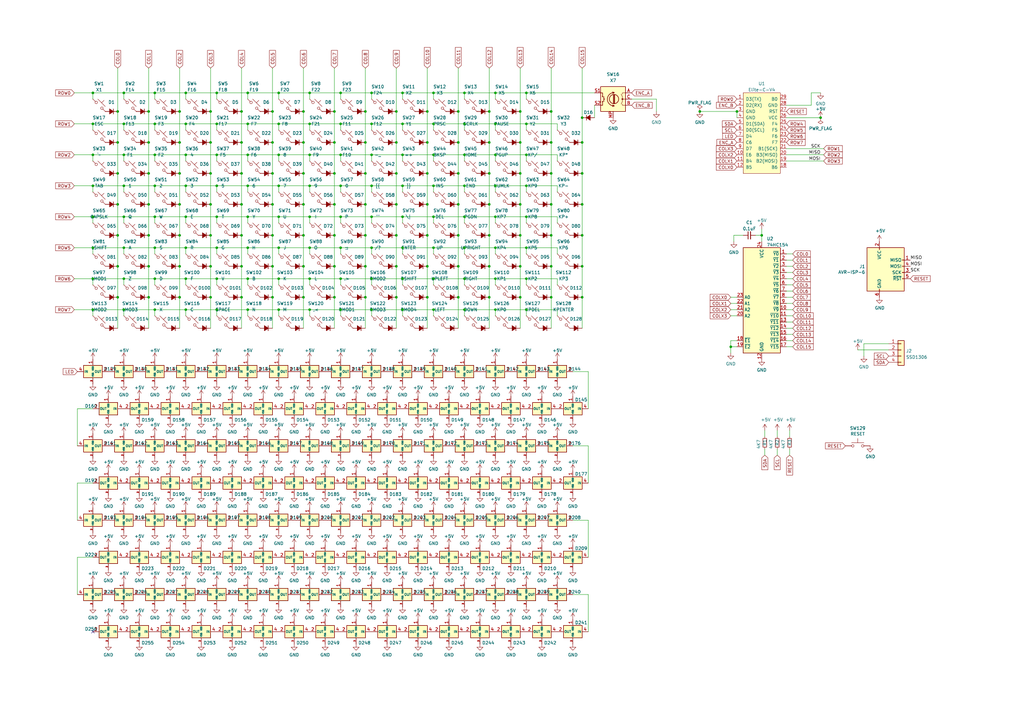
<source format=kicad_sch>
(kicad_sch (version 20211123) (generator eeschema)
  (paper "A3")
  (lib_symbols
    (symbol "Connector:AVR-ISP-6" (pin_names (offset 1.016))
      (property "Reference" "J" (at -6.35 11.43 0))
      (property "Value" "AVR-ISP-6" (at 0 11.43 0))
      (symbol "AVR-ISP-6_1_1"
        (pin passive line (at 10.16 5.08 180) (length 2.54) (name "MISO") (number "1"))
        (pin passive line (at -2.54 12.7 270) (length 2.54) (name "VCC") (number "2"))
        (pin passive line (at 10.16 0 180) (length 2.54) (name "SCK") (number "3"))
        (pin passive line (at 10.16 2.54 180) (length 2.54) (name "MOSI") (number "4"))
        (pin passive line (at 10.16 -2.54 180) (length 2.54) (name "~{RST}") (number "5"))
        (pin passive line (at -2.54 -10.16 90) (length 2.54) (name "GND") (number "6"))
      )
    )
    (symbol "Connector_Generic:Conn_01x04" (pin_names (offset 1.016) hide)
      (property "Reference" "J" (at 0 5.08 0))
      (property "Value" "Conn_01x04" (at 0 -7.62 0))
      (symbol "Conn_01x04_1_1"
        (pin passive line (at -5.08 2.54 0) (length 3.81) (name "Pin_1") (number "1"))
        (pin passive line (at -5.08 0 0) (length 3.81) (name "Pin_2") (number "2"))
        (pin passive line (at -5.08 -2.54 0) (length 3.81) (name "Pin_3") (number "3"))
        (pin passive line (at -5.08 -5.08 0) (length 3.81) (name "Pin_4") (number "4"))
      )
    )
    (symbol "Device:C_Small" (pin_numbers hide) (pin_names (offset 0.254) hide)
      (property "Reference" "C" (at 0.254 1.778 0))
      (property "Value" "C_Small" (at 0.254 -2.032 0))
      (symbol "C_Small_1_1"
        (pin passive line (at 0 2.54 270) (length 2.032) (name "~") (number "1"))
        (pin passive line (at 0 -2.54 90) (length 2.032) (name "~") (number "2"))
      )
    )
    (symbol "Device:D_Small_Filled" (pin_numbers hide) (pin_names (offset 0.254) hide)
      (property "Reference" "D" (at -1.27 2.032 0))
      (property "Value" "D_Small_Filled" (at -3.81 -2.032 0))
      (symbol "D_Small_Filled_1_1"
        (pin passive line (at -2.54 0 0) (length 1.778) (name "K") (number "1"))
        (pin passive line (at 2.54 0 180) (length 1.778) (name "A") (number "2"))
      )
    )
    (symbol "Device:R_Small" (pin_numbers hide) (pin_names (offset 0.254) hide)
      (property "Reference" "R" (at 0.762 0.508 0))
      (property "Value" "R_Small" (at 0.762 -1.016 0))
      (symbol "R_Small_1_1"
        (pin passive line (at 0 2.54 270) (length 0.762) (name "~") (number "1"))
        (pin passive line (at 0 -2.54 90) (length 0.762) (name "~") (number "2"))
      )
    )
    (symbol "Switch:SW_Push" (pin_numbers hide) (pin_names (offset 1.016) hide)
      (property "Reference" "SW" (at 1.27 2.54 0))
      (property "Value" "SW_Push" (at 0 -1.524 0))
      (symbol "SW_Push_0_1"
        (pin passive line (at -5.08 0 0) (length 2.54) (name "1") (number "1"))
        (pin passive line (at 5.08 0 180) (length 2.54) (name "2") (number "2"))
      )
    )
    (symbol "Switch:SW_Push_45deg" (pin_numbers hide) (pin_names (offset 1.016) hide)
      (property "Reference" "SW" (at 3.048 1.016 0))
      (property "Value" "SW_Push_45deg" (at 0 -3.81 0))
      (symbol "SW_Push_45deg_0_1"
        (pin passive line (at -2.54 2.54 0) (length 0) (name "1") (number "1"))
        (pin passive line (at 2.54 -2.54 180) (length 0) (name "2") (number "2"))
      )
    )
    (symbol "Unit_02:74HC154"
      (property "Reference" "U" (at 0 2.54 0))
      (property "Value" "74HC154" (at 0 0 0))
      (symbol "74HC154_1_1"
        (pin output line (at 10.16 10.16 180) (length 2.54) (name "~{Y0}") (number "1"))
        (pin output line (at 10.16 -12.7 180) (length 2.54) (name "~{Y9}") (number "10"))
        (pin output line (at 10.16 -15.24 180) (length 2.54) (name "~{Y10}") (number "11"))
        (pin power_in line (at 0 -33.02 90) (length 2.54) (name "GND") (number "12"))
        (pin output line (at 10.16 -17.78 180) (length 2.54) (name "~{Y11}") (number "13"))
        (pin output line (at 10.16 -20.32 180) (length 2.54) (name "~{Y12}") (number "14"))
        (pin output line (at 10.16 -22.86 180) (length 2.54) (name "~{Y13}") (number "15"))
        (pin output line (at 10.16 -25.4 180) (length 2.54) (name "~{Y14}") (number "16"))
        (pin output line (at 10.16 -27.94 180) (length 2.54) (name "~{Y15}") (number "17"))
        (pin input line (at -10.16 -25.4 0) (length 2.54) (name "~{E1}") (number "18"))
        (pin input line (at -10.16 -27.94 0) (length 2.54) (name "~{E2}") (number "19"))
        (pin output line (at 10.16 7.62 180) (length 2.54) (name "~{Y1}") (number "2"))
        (pin input line (at -10.16 -15.24 0) (length 2.54) (name "A2") (number "20"))
        (pin input line (at -10.16 -12.7 0) (length 2.54) (name "A2") (number "21"))
        (pin input line (at -10.16 -10.16 0) (length 2.54) (name "A1") (number "22"))
        (pin input line (at -10.16 -7.62 0) (length 2.54) (name "A0") (number "23"))
        (pin power_in line (at 0 15.24 270) (length 2.54) (name "VCC") (number "24"))
        (pin output line (at 10.16 5.08 180) (length 2.54) (name "~{Y2}") (number "3"))
        (pin output line (at 10.16 2.54 180) (length 2.54) (name "~{Y3}") (number "4"))
        (pin output line (at 10.16 0 180) (length 2.54) (name "~{Y4}") (number "5"))
        (pin output line (at 10.16 -2.54 180) (length 2.54) (name "~{Y5}") (number "6"))
        (pin output line (at 10.16 -5.08 180) (length 2.54) (name "~{Y6}") (number "7"))
        (pin output line (at 10.16 -7.62 180) (length 2.54) (name "~{Y7}") (number "8"))
        (pin output line (at 10.16 -10.16 180) (length 2.54) (name "~{Y8}") (number "9"))
      )
    )
    (symbol "Unit_02:Elite_C_V4_SidesOnly" (pin_names (offset 1.016))
      (property "Reference" "U?" (at 0 20.32 0))
      (property "Value" "Elite_C_V4_SidesOnly" (at 0 17.78 0))
      (symbol "Elite_C_V4_SidesOnly_1_1"
        (pin bidirectional line (at -10.16 13.97 0) (length 2.54) (name "D3(TX)") (number "1"))
        (pin bidirectional line (at -10.16 -8.89 0) (length 2.54) (name "E6") (number "10"))
        (pin bidirectional line (at -10.16 -11.43 0) (length 2.54) (name "B4") (number "11"))
        (pin bidirectional line (at -10.16 -13.97 0) (length 2.54) (name "B5") (number "12"))
        (pin bidirectional line (at 10.16 -13.97 180) (length 2.54) (name "B6") (number "18"))
        (pin bidirectional line (at 10.16 -11.43 180) (length 2.54) (name "B2(MOSI)") (number "19"))
        (pin bidirectional line (at -10.16 11.43 0) (length 2.54) (name "D2(RX)") (number "2"))
        (pin bidirectional line (at 10.16 -8.89 180) (length 2.54) (name "B3(MISO)") (number "20"))
        (pin bidirectional line (at 10.16 -6.35 180) (length 2.54) (name "B1(SCK)") (number "21"))
        (pin bidirectional line (at 10.16 -3.81 180) (length 2.54) (name "F7") (number "22"))
        (pin bidirectional line (at 10.16 -1.27 180) (length 2.54) (name "F6") (number "23"))
        (pin bidirectional line (at 10.16 1.27 180) (length 2.54) (name "F5") (number "24"))
        (pin bidirectional line (at 10.16 3.81 180) (length 2.54) (name "F4") (number "25"))
        (pin power_in line (at 10.16 6.35 180) (length 2.54) (name "VCC") (number "26"))
        (pin input line (at 10.16 8.89 180) (length 2.54) (name "RST") (number "27"))
        (pin power_in line (at 10.16 11.43 180) (length 2.54) (name "GND") (number "28"))
        (pin bidirectional line (at 10.16 13.97 180) (length 2.54) (name "B0") (number "29"))
        (pin power_in line (at -10.16 8.89 0) (length 2.54) (name "GND") (number "3"))
        (pin power_in line (at -10.16 6.35 0) (length 2.54) (name "GND") (number "4"))
        (pin bidirectional line (at -10.16 3.81 0) (length 2.54) (name "D1(SDA)") (number "5"))
        (pin bidirectional line (at -10.16 1.27 0) (length 2.54) (name "D0(SCL)") (number "6"))
        (pin bidirectional line (at -10.16 -1.27 0) (length 2.54) (name "D4") (number "7"))
        (pin bidirectional line (at -10.16 -3.81 0) (length 2.54) (name "C6") (number "8"))
        (pin bidirectional line (at -10.16 -6.35 0) (length 2.54) (name "D7") (number "9"))
      )
    )
    (symbol "Unit_02:RotaryEncoder_EC11" (pin_names (offset 0.254) hide)
      (property "Reference" "SW" (at 0 6.604 0))
      (property "Value" "RotaryEncoder_EC11" (at 1.27 -6.35 0))
      (symbol "RotaryEncoder_EC11_1_1"
        (pin passive line (at -7.62 2.54 0) (length 2.54) (name "A") (number "A"))
        (pin passive line (at -7.62 -2.54 0) (length 2.54) (name "B") (number "B"))
        (pin passive line (at -7.62 0 0) (length 2.54) (name "C") (number "C"))
        (pin input line (at 0 -7.62 90) (length 2.54) (name "MP") (number "MP"))
        (pin passive line (at 7.62 2.54 180) (length 2.54) (name "S1") (number "S1"))
        (pin passive line (at 7.62 -2.54 180) (length 2.54) (name "S2") (number "S2"))
      )
    )
    (symbol "Unit_02:WS2812B-Mini" (pin_names (offset 0.254))
      (property "Reference" "D" (at 5.08 5.715 0))
      (symbol "WS2812B-Mini_1_1"
        (pin power_in line (at 0 5.08 270) (length 2.54) (name "VDD") (number "1"))
        (pin output line (at 6.35 0 180) (length 2.54) (name "OUT") (number "2"))
        (pin power_in line (at 0 -5.08 90) (length 2.54) (name "VSS") (number "3"))
        (pin input line (at -6.35 0 0) (length 2.54) (name "IN") (number "4"))
      )
    )
    (symbol "WS2812B-Mini_1" (pin_names (offset 0.254))
      (property "Reference" "D" (at 5.08 5.715 0))
      (symbol "WS2812B-Mini_1_1_1"
        (pin power_in line (at 0 5.08 270) (length 2.54) (name "VDD") (number "1"))
        (pin output line (at 6.35 0 180) (length 2.54) (name "OUT") (number "2"))
        (pin power_in line (at 0 -5.08 90) (length 2.54) (name "VSS") (number "3"))
        (pin input line (at -6.35 0 0) (length 2.54) (name "IN") (number "4"))
      )
    )
    (symbol "WS2812B-Mini_10" (pin_names (offset 0.254))
      (property "Reference" "D" (at 5.08 5.715 0))
      (symbol "WS2812B-Mini_10_1_1"
        (pin power_in line (at 0 5.08 270) (length 2.54) (name "VDD") (number "1"))
        (pin output line (at 6.35 0 180) (length 2.54) (name "OUT") (number "2"))
        (pin power_in line (at 0 -5.08 90) (length 2.54) (name "VSS") (number "3"))
        (pin input line (at -6.35 0 0) (length 2.54) (name "IN") (number "4"))
      )
    )
    (symbol "WS2812B-Mini_100" (pin_names (offset 0.254))
      (property "Reference" "D" (at 5.08 5.715 0))
      (symbol "WS2812B-Mini_100_1_1"
        (pin power_in line (at 0 5.08 270) (length 2.54) (name "VDD") (number "1"))
        (pin output line (at 6.35 0 180) (length 2.54) (name "OUT") (number "2"))
        (pin power_in line (at 0 -5.08 90) (length 2.54) (name "VSS") (number "3"))
        (pin input line (at -6.35 0 0) (length 2.54) (name "IN") (number "4"))
      )
    )
    (symbol "WS2812B-Mini_101" (pin_names (offset 0.254))
      (property "Reference" "D" (at 5.08 5.715 0))
      (symbol "WS2812B-Mini_101_1_1"
        (pin power_in line (at 0 5.08 270) (length 2.54) (name "VDD") (number "1"))
        (pin output line (at 6.35 0 180) (length 2.54) (name "OUT") (number "2"))
        (pin power_in line (at 0 -5.08 90) (length 2.54) (name "VSS") (number "3"))
        (pin input line (at -6.35 0 0) (length 2.54) (name "IN") (number "4"))
      )
    )
    (symbol "WS2812B-Mini_102" (pin_names (offset 0.254))
      (property "Reference" "D" (at 5.08 5.715 0))
      (symbol "WS2812B-Mini_102_1_1"
        (pin power_in line (at 0 5.08 270) (length 2.54) (name "VDD") (number "1"))
        (pin output line (at 6.35 0 180) (length 2.54) (name "OUT") (number "2"))
        (pin power_in line (at 0 -5.08 90) (length 2.54) (name "VSS") (number "3"))
        (pin input line (at -6.35 0 0) (length 2.54) (name "IN") (number "4"))
      )
    )
    (symbol "WS2812B-Mini_103" (pin_names (offset 0.254))
      (property "Reference" "D" (at 5.08 5.715 0))
      (symbol "WS2812B-Mini_103_1_1"
        (pin power_in line (at 0 5.08 270) (length 2.54) (name "VDD") (number "1"))
        (pin output line (at 6.35 0 180) (length 2.54) (name "OUT") (number "2"))
        (pin power_in line (at 0 -5.08 90) (length 2.54) (name "VSS") (number "3"))
        (pin input line (at -6.35 0 0) (length 2.54) (name "IN") (number "4"))
      )
    )
    (symbol "WS2812B-Mini_104" (pin_names (offset 0.254))
      (property "Reference" "D" (at 5.08 5.715 0))
      (symbol "WS2812B-Mini_104_1_1"
        (pin power_in line (at 0 5.08 270) (length 2.54) (name "VDD") (number "1"))
        (pin output line (at 6.35 0 180) (length 2.54) (name "OUT") (number "2"))
        (pin power_in line (at 0 -5.08 90) (length 2.54) (name "VSS") (number "3"))
        (pin input line (at -6.35 0 0) (length 2.54) (name "IN") (number "4"))
      )
    )
    (symbol "WS2812B-Mini_105" (pin_names (offset 0.254))
      (property "Reference" "D" (at 5.08 5.715 0))
      (symbol "WS2812B-Mini_105_1_1"
        (pin power_in line (at 0 5.08 270) (length 2.54) (name "VDD") (number "1"))
        (pin output line (at 6.35 0 180) (length 2.54) (name "OUT") (number "2"))
        (pin power_in line (at 0 -5.08 90) (length 2.54) (name "VSS") (number "3"))
        (pin input line (at -6.35 0 0) (length 2.54) (name "IN") (number "4"))
      )
    )
    (symbol "WS2812B-Mini_106" (pin_names (offset 0.254))
      (property "Reference" "D" (at 5.08 5.715 0))
      (symbol "WS2812B-Mini_106_1_1"
        (pin power_in line (at 0 5.08 270) (length 2.54) (name "VDD") (number "1"))
        (pin output line (at 6.35 0 180) (length 2.54) (name "OUT") (number "2"))
        (pin power_in line (at 0 -5.08 90) (length 2.54) (name "VSS") (number "3"))
        (pin input line (at -6.35 0 0) (length 2.54) (name "IN") (number "4"))
      )
    )
    (symbol "WS2812B-Mini_107" (pin_names (offset 0.254))
      (property "Reference" "D" (at 5.08 5.715 0))
      (symbol "WS2812B-Mini_107_1_1"
        (pin power_in line (at 0 5.08 270) (length 2.54) (name "VDD") (number "1"))
        (pin output line (at 6.35 0 180) (length 2.54) (name "OUT") (number "2"))
        (pin power_in line (at 0 -5.08 90) (length 2.54) (name "VSS") (number "3"))
        (pin input line (at -6.35 0 0) (length 2.54) (name "IN") (number "4"))
      )
    )
    (symbol "WS2812B-Mini_108" (pin_names (offset 0.254))
      (property "Reference" "D" (at 5.08 5.715 0))
      (symbol "WS2812B-Mini_108_1_1"
        (pin power_in line (at 0 5.08 270) (length 2.54) (name "VDD") (number "1"))
        (pin output line (at 6.35 0 180) (length 2.54) (name "OUT") (number "2"))
        (pin power_in line (at 0 -5.08 90) (length 2.54) (name "VSS") (number "3"))
        (pin input line (at -6.35 0 0) (length 2.54) (name "IN") (number "4"))
      )
    )
    (symbol "WS2812B-Mini_109" (pin_names (offset 0.254))
      (property "Reference" "D" (at 5.08 5.715 0))
      (symbol "WS2812B-Mini_109_1_1"
        (pin power_in line (at 0 5.08 270) (length 2.54) (name "VDD") (number "1"))
        (pin output line (at 6.35 0 180) (length 2.54) (name "OUT") (number "2"))
        (pin power_in line (at 0 -5.08 90) (length 2.54) (name "VSS") (number "3"))
        (pin input line (at -6.35 0 0) (length 2.54) (name "IN") (number "4"))
      )
    )
    (symbol "WS2812B-Mini_11" (pin_names (offset 0.254))
      (property "Reference" "D" (at 5.08 5.715 0))
      (symbol "WS2812B-Mini_11_1_1"
        (pin power_in line (at 0 5.08 270) (length 2.54) (name "VDD") (number "1"))
        (pin output line (at 6.35 0 180) (length 2.54) (name "OUT") (number "2"))
        (pin power_in line (at 0 -5.08 90) (length 2.54) (name "VSS") (number "3"))
        (pin input line (at -6.35 0 0) (length 2.54) (name "IN") (number "4"))
      )
    )
    (symbol "WS2812B-Mini_110" (pin_names (offset 0.254))
      (property "Reference" "D" (at 5.08 5.715 0))
      (symbol "WS2812B-Mini_110_1_1"
        (pin power_in line (at 0 5.08 270) (length 2.54) (name "VDD") (number "1"))
        (pin output line (at 6.35 0 180) (length 2.54) (name "OUT") (number "2"))
        (pin power_in line (at 0 -5.08 90) (length 2.54) (name "VSS") (number "3"))
        (pin input line (at -6.35 0 0) (length 2.54) (name "IN") (number "4"))
      )
    )
    (symbol "WS2812B-Mini_111" (pin_names (offset 0.254))
      (property "Reference" "D" (at 5.08 5.715 0))
      (symbol "WS2812B-Mini_111_1_1"
        (pin power_in line (at 0 5.08 270) (length 2.54) (name "VDD") (number "1"))
        (pin output line (at 6.35 0 180) (length 2.54) (name "OUT") (number "2"))
        (pin power_in line (at 0 -5.08 90) (length 2.54) (name "VSS") (number "3"))
        (pin input line (at -6.35 0 0) (length 2.54) (name "IN") (number "4"))
      )
    )
    (symbol "WS2812B-Mini_112" (pin_names (offset 0.254))
      (property "Reference" "D" (at 5.08 5.715 0))
      (symbol "WS2812B-Mini_112_1_1"
        (pin power_in line (at 0 5.08 270) (length 2.54) (name "VDD") (number "1"))
        (pin output line (at 6.35 0 180) (length 2.54) (name "OUT") (number "2"))
        (pin power_in line (at 0 -5.08 90) (length 2.54) (name "VSS") (number "3"))
        (pin input line (at -6.35 0 0) (length 2.54) (name "IN") (number "4"))
      )
    )
    (symbol "WS2812B-Mini_113" (pin_names (offset 0.254))
      (property "Reference" "D" (at 5.08 5.715 0))
      (symbol "WS2812B-Mini_113_1_1"
        (pin power_in line (at 0 5.08 270) (length 2.54) (name "VDD") (number "1"))
        (pin output line (at 6.35 0 180) (length 2.54) (name "OUT") (number "2"))
        (pin power_in line (at 0 -5.08 90) (length 2.54) (name "VSS") (number "3"))
        (pin input line (at -6.35 0 0) (length 2.54) (name "IN") (number "4"))
      )
    )
    (symbol "WS2812B-Mini_114" (pin_names (offset 0.254))
      (property "Reference" "D" (at 5.08 5.715 0))
      (symbol "WS2812B-Mini_114_1_1"
        (pin power_in line (at 0 5.08 270) (length 2.54) (name "VDD") (number "1"))
        (pin output line (at 6.35 0 180) (length 2.54) (name "OUT") (number "2"))
        (pin power_in line (at 0 -5.08 90) (length 2.54) (name "VSS") (number "3"))
        (pin input line (at -6.35 0 0) (length 2.54) (name "IN") (number "4"))
      )
    )
    (symbol "WS2812B-Mini_115" (pin_names (offset 0.254))
      (property "Reference" "D" (at 5.08 5.715 0))
      (symbol "WS2812B-Mini_115_1_1"
        (pin power_in line (at 0 5.08 270) (length 2.54) (name "VDD") (number "1"))
        (pin output line (at 6.35 0 180) (length 2.54) (name "OUT") (number "2"))
        (pin power_in line (at 0 -5.08 90) (length 2.54) (name "VSS") (number "3"))
        (pin input line (at -6.35 0 0) (length 2.54) (name "IN") (number "4"))
      )
    )
    (symbol "WS2812B-Mini_116" (pin_names (offset 0.254))
      (property "Reference" "D" (at 5.08 5.715 0))
      (symbol "WS2812B-Mini_116_1_1"
        (pin power_in line (at 0 5.08 270) (length 2.54) (name "VDD") (number "1"))
        (pin output line (at 6.35 0 180) (length 2.54) (name "OUT") (number "2"))
        (pin power_in line (at 0 -5.08 90) (length 2.54) (name "VSS") (number "3"))
        (pin input line (at -6.35 0 0) (length 2.54) (name "IN") (number "4"))
      )
    )
    (symbol "WS2812B-Mini_117" (pin_names (offset 0.254))
      (property "Reference" "D" (at 5.08 5.715 0))
      (symbol "WS2812B-Mini_117_1_1"
        (pin power_in line (at 0 5.08 270) (length 2.54) (name "VDD") (number "1"))
        (pin output line (at 6.35 0 180) (length 2.54) (name "OUT") (number "2"))
        (pin power_in line (at 0 -5.08 90) (length 2.54) (name "VSS") (number "3"))
        (pin input line (at -6.35 0 0) (length 2.54) (name "IN") (number "4"))
      )
    )
    (symbol "WS2812B-Mini_118" (pin_names (offset 0.254))
      (property "Reference" "D" (at 5.08 5.715 0))
      (symbol "WS2812B-Mini_118_1_1"
        (pin power_in line (at 0 5.08 270) (length 2.54) (name "VDD") (number "1"))
        (pin output line (at 6.35 0 180) (length 2.54) (name "OUT") (number "2"))
        (pin power_in line (at 0 -5.08 90) (length 2.54) (name "VSS") (number "3"))
        (pin input line (at -6.35 0 0) (length 2.54) (name "IN") (number "4"))
      )
    )
    (symbol "WS2812B-Mini_119" (pin_names (offset 0.254))
      (property "Reference" "D" (at 5.08 5.715 0))
      (symbol "WS2812B-Mini_119_1_1"
        (pin power_in line (at 0 5.08 270) (length 2.54) (name "VDD") (number "1"))
        (pin output line (at 6.35 0 180) (length 2.54) (name "OUT") (number "2"))
        (pin power_in line (at 0 -5.08 90) (length 2.54) (name "VSS") (number "3"))
        (pin input line (at -6.35 0 0) (length 2.54) (name "IN") (number "4"))
      )
    )
    (symbol "WS2812B-Mini_12" (pin_names (offset 0.254))
      (property "Reference" "D" (at 5.08 5.715 0))
      (symbol "WS2812B-Mini_12_1_1"
        (pin power_in line (at 0 5.08 270) (length 2.54) (name "VDD") (number "1"))
        (pin output line (at 6.35 0 180) (length 2.54) (name "OUT") (number "2"))
        (pin power_in line (at 0 -5.08 90) (length 2.54) (name "VSS") (number "3"))
        (pin input line (at -6.35 0 0) (length 2.54) (name "IN") (number "4"))
      )
    )
    (symbol "WS2812B-Mini_120" (pin_names (offset 0.254))
      (property "Reference" "D" (at 5.08 5.715 0))
      (symbol "WS2812B-Mini_120_1_1"
        (pin power_in line (at 0 5.08 270) (length 2.54) (name "VDD") (number "1"))
        (pin output line (at 6.35 0 180) (length 2.54) (name "OUT") (number "2"))
        (pin power_in line (at 0 -5.08 90) (length 2.54) (name "VSS") (number "3"))
        (pin input line (at -6.35 0 0) (length 2.54) (name "IN") (number "4"))
      )
    )
    (symbol "WS2812B-Mini_121" (pin_names (offset 0.254))
      (property "Reference" "D" (at 5.08 5.715 0))
      (symbol "WS2812B-Mini_121_1_1"
        (pin power_in line (at 0 5.08 270) (length 2.54) (name "VDD") (number "1"))
        (pin output line (at 6.35 0 180) (length 2.54) (name "OUT") (number "2"))
        (pin power_in line (at 0 -5.08 90) (length 2.54) (name "VSS") (number "3"))
        (pin input line (at -6.35 0 0) (length 2.54) (name "IN") (number "4"))
      )
    )
    (symbol "WS2812B-Mini_122" (pin_names (offset 0.254))
      (property "Reference" "D" (at 5.08 5.715 0))
      (symbol "WS2812B-Mini_122_1_1"
        (pin power_in line (at 0 5.08 270) (length 2.54) (name "VDD") (number "1"))
        (pin output line (at 6.35 0 180) (length 2.54) (name "OUT") (number "2"))
        (pin power_in line (at 0 -5.08 90) (length 2.54) (name "VSS") (number "3"))
        (pin input line (at -6.35 0 0) (length 2.54) (name "IN") (number "4"))
      )
    )
    (symbol "WS2812B-Mini_123" (pin_names (offset 0.254))
      (property "Reference" "D" (at 5.08 5.715 0))
      (symbol "WS2812B-Mini_123_1_1"
        (pin power_in line (at 0 5.08 270) (length 2.54) (name "VDD") (number "1"))
        (pin output line (at 6.35 0 180) (length 2.54) (name "OUT") (number "2"))
        (pin power_in line (at 0 -5.08 90) (length 2.54) (name "VSS") (number "3"))
        (pin input line (at -6.35 0 0) (length 2.54) (name "IN") (number "4"))
      )
    )
    (symbol "WS2812B-Mini_124" (pin_names (offset 0.254))
      (property "Reference" "D" (at 5.08 5.715 0))
      (symbol "WS2812B-Mini_124_1_1"
        (pin power_in line (at 0 5.08 270) (length 2.54) (name "VDD") (number "1"))
        (pin output line (at 6.35 0 180) (length 2.54) (name "OUT") (number "2"))
        (pin power_in line (at 0 -5.08 90) (length 2.54) (name "VSS") (number "3"))
        (pin input line (at -6.35 0 0) (length 2.54) (name "IN") (number "4"))
      )
    )
    (symbol "WS2812B-Mini_125" (pin_names (offset 0.254))
      (property "Reference" "D" (at 5.08 5.715 0))
      (symbol "WS2812B-Mini_125_1_1"
        (pin power_in line (at 0 5.08 270) (length 2.54) (name "VDD") (number "1"))
        (pin output line (at 6.35 0 180) (length 2.54) (name "OUT") (number "2"))
        (pin power_in line (at 0 -5.08 90) (length 2.54) (name "VSS") (number "3"))
        (pin input line (at -6.35 0 0) (length 2.54) (name "IN") (number "4"))
      )
    )
    (symbol "WS2812B-Mini_126" (pin_names (offset 0.254))
      (property "Reference" "D" (at 5.08 5.715 0))
      (symbol "WS2812B-Mini_126_1_1"
        (pin power_in line (at 0 5.08 270) (length 2.54) (name "VDD") (number "1"))
        (pin output line (at 6.35 0 180) (length 2.54) (name "OUT") (number "2"))
        (pin power_in line (at 0 -5.08 90) (length 2.54) (name "VSS") (number "3"))
        (pin input line (at -6.35 0 0) (length 2.54) (name "IN") (number "4"))
      )
    )
    (symbol "WS2812B-Mini_127" (pin_names (offset 0.254))
      (property "Reference" "D" (at 5.08 5.715 0))
      (symbol "WS2812B-Mini_127_1_1"
        (pin power_in line (at 0 5.08 270) (length 2.54) (name "VDD") (number "1"))
        (pin output line (at 6.35 0 180) (length 2.54) (name "OUT") (number "2"))
        (pin power_in line (at 0 -5.08 90) (length 2.54) (name "VSS") (number "3"))
        (pin input line (at -6.35 0 0) (length 2.54) (name "IN") (number "4"))
      )
    )
    (symbol "WS2812B-Mini_13" (pin_names (offset 0.254))
      (property "Reference" "D" (at 5.08 5.715 0))
      (symbol "WS2812B-Mini_13_1_1"
        (pin power_in line (at 0 5.08 270) (length 2.54) (name "VDD") (number "1"))
        (pin output line (at 6.35 0 180) (length 2.54) (name "OUT") (number "2"))
        (pin power_in line (at 0 -5.08 90) (length 2.54) (name "VSS") (number "3"))
        (pin input line (at -6.35 0 0) (length 2.54) (name "IN") (number "4"))
      )
    )
    (symbol "WS2812B-Mini_14" (pin_names (offset 0.254))
      (property "Reference" "D" (at 5.08 5.715 0))
      (symbol "WS2812B-Mini_14_1_1"
        (pin power_in line (at 0 5.08 270) (length 2.54) (name "VDD") (number "1"))
        (pin output line (at 6.35 0 180) (length 2.54) (name "OUT") (number "2"))
        (pin power_in line (at 0 -5.08 90) (length 2.54) (name "VSS") (number "3"))
        (pin input line (at -6.35 0 0) (length 2.54) (name "IN") (number "4"))
      )
    )
    (symbol "WS2812B-Mini_15" (pin_names (offset 0.254))
      (property "Reference" "D" (at 5.08 5.715 0))
      (symbol "WS2812B-Mini_15_1_1"
        (pin power_in line (at 0 5.08 270) (length 2.54) (name "VDD") (number "1"))
        (pin output line (at 6.35 0 180) (length 2.54) (name "OUT") (number "2"))
        (pin power_in line (at 0 -5.08 90) (length 2.54) (name "VSS") (number "3"))
        (pin input line (at -6.35 0 0) (length 2.54) (name "IN") (number "4"))
      )
    )
    (symbol "WS2812B-Mini_16" (pin_names (offset 0.254))
      (property "Reference" "D" (at 5.08 5.715 0))
      (symbol "WS2812B-Mini_16_1_1"
        (pin power_in line (at 0 5.08 270) (length 2.54) (name "VDD") (number "1"))
        (pin output line (at 6.35 0 180) (length 2.54) (name "OUT") (number "2"))
        (pin power_in line (at 0 -5.08 90) (length 2.54) (name "VSS") (number "3"))
        (pin input line (at -6.35 0 0) (length 2.54) (name "IN") (number "4"))
      )
    )
    (symbol "WS2812B-Mini_17" (pin_names (offset 0.254))
      (property "Reference" "D" (at 5.08 5.715 0))
      (symbol "WS2812B-Mini_17_1_1"
        (pin power_in line (at 0 5.08 270) (length 2.54) (name "VDD") (number "1"))
        (pin output line (at 6.35 0 180) (length 2.54) (name "OUT") (number "2"))
        (pin power_in line (at 0 -5.08 90) (length 2.54) (name "VSS") (number "3"))
        (pin input line (at -6.35 0 0) (length 2.54) (name "IN") (number "4"))
      )
    )
    (symbol "WS2812B-Mini_18" (pin_names (offset 0.254))
      (property "Reference" "D" (at 5.08 5.715 0))
      (symbol "WS2812B-Mini_18_1_1"
        (pin power_in line (at 0 5.08 270) (length 2.54) (name "VDD") (number "1"))
        (pin output line (at 6.35 0 180) (length 2.54) (name "OUT") (number "2"))
        (pin power_in line (at 0 -5.08 90) (length 2.54) (name "VSS") (number "3"))
        (pin input line (at -6.35 0 0) (length 2.54) (name "IN") (number "4"))
      )
    )
    (symbol "WS2812B-Mini_19" (pin_names (offset 0.254))
      (property "Reference" "D" (at 5.08 5.715 0))
      (symbol "WS2812B-Mini_19_1_1"
        (pin power_in line (at 0 5.08 270) (length 2.54) (name "VDD") (number "1"))
        (pin output line (at 6.35 0 180) (length 2.54) (name "OUT") (number "2"))
        (pin power_in line (at 0 -5.08 90) (length 2.54) (name "VSS") (number "3"))
        (pin input line (at -6.35 0 0) (length 2.54) (name "IN") (number "4"))
      )
    )
    (symbol "WS2812B-Mini_2" (pin_names (offset 0.254))
      (property "Reference" "D" (at 5.08 5.715 0))
      (symbol "WS2812B-Mini_2_1_1"
        (pin power_in line (at 0 5.08 270) (length 2.54) (name "VDD") (number "1"))
        (pin output line (at 6.35 0 180) (length 2.54) (name "OUT") (number "2"))
        (pin power_in line (at 0 -5.08 90) (length 2.54) (name "VSS") (number "3"))
        (pin input line (at -6.35 0 0) (length 2.54) (name "IN") (number "4"))
      )
    )
    (symbol "WS2812B-Mini_20" (pin_names (offset 0.254))
      (property "Reference" "D" (at 5.08 5.715 0))
      (symbol "WS2812B-Mini_20_1_1"
        (pin power_in line (at 0 5.08 270) (length 2.54) (name "VDD") (number "1"))
        (pin output line (at 6.35 0 180) (length 2.54) (name "OUT") (number "2"))
        (pin power_in line (at 0 -5.08 90) (length 2.54) (name "VSS") (number "3"))
        (pin input line (at -6.35 0 0) (length 2.54) (name "IN") (number "4"))
      )
    )
    (symbol "WS2812B-Mini_21" (pin_names (offset 0.254))
      (property "Reference" "D" (at 5.08 5.715 0))
      (symbol "WS2812B-Mini_21_1_1"
        (pin power_in line (at 0 5.08 270) (length 2.54) (name "VDD") (number "1"))
        (pin output line (at 6.35 0 180) (length 2.54) (name "OUT") (number "2"))
        (pin power_in line (at 0 -5.08 90) (length 2.54) (name "VSS") (number "3"))
        (pin input line (at -6.35 0 0) (length 2.54) (name "IN") (number "4"))
      )
    )
    (symbol "WS2812B-Mini_22" (pin_names (offset 0.254))
      (property "Reference" "D" (at 5.08 5.715 0))
      (symbol "WS2812B-Mini_22_1_1"
        (pin power_in line (at 0 5.08 270) (length 2.54) (name "VDD") (number "1"))
        (pin output line (at 6.35 0 180) (length 2.54) (name "OUT") (number "2"))
        (pin power_in line (at 0 -5.08 90) (length 2.54) (name "VSS") (number "3"))
        (pin input line (at -6.35 0 0) (length 2.54) (name "IN") (number "4"))
      )
    )
    (symbol "WS2812B-Mini_23" (pin_names (offset 0.254))
      (property "Reference" "D" (at 5.08 5.715 0))
      (symbol "WS2812B-Mini_23_1_1"
        (pin power_in line (at 0 5.08 270) (length 2.54) (name "VDD") (number "1"))
        (pin output line (at 6.35 0 180) (length 2.54) (name "OUT") (number "2"))
        (pin power_in line (at 0 -5.08 90) (length 2.54) (name "VSS") (number "3"))
        (pin input line (at -6.35 0 0) (length 2.54) (name "IN") (number "4"))
      )
    )
    (symbol "WS2812B-Mini_24" (pin_names (offset 0.254))
      (property "Reference" "D" (at 5.08 5.715 0))
      (symbol "WS2812B-Mini_24_1_1"
        (pin power_in line (at 0 5.08 270) (length 2.54) (name "VDD") (number "1"))
        (pin output line (at 6.35 0 180) (length 2.54) (name "OUT") (number "2"))
        (pin power_in line (at 0 -5.08 90) (length 2.54) (name "VSS") (number "3"))
        (pin input line (at -6.35 0 0) (length 2.54) (name "IN") (number "4"))
      )
    )
    (symbol "WS2812B-Mini_25" (pin_names (offset 0.254))
      (property "Reference" "D" (at 5.08 5.715 0))
      (symbol "WS2812B-Mini_25_1_1"
        (pin power_in line (at 0 5.08 270) (length 2.54) (name "VDD") (number "1"))
        (pin output line (at 6.35 0 180) (length 2.54) (name "OUT") (number "2"))
        (pin power_in line (at 0 -5.08 90) (length 2.54) (name "VSS") (number "3"))
        (pin input line (at -6.35 0 0) (length 2.54) (name "IN") (number "4"))
      )
    )
    (symbol "WS2812B-Mini_26" (pin_names (offset 0.254))
      (property "Reference" "D" (at 5.08 5.715 0))
      (symbol "WS2812B-Mini_26_1_1"
        (pin power_in line (at 0 5.08 270) (length 2.54) (name "VDD") (number "1"))
        (pin output line (at 6.35 0 180) (length 2.54) (name "OUT") (number "2"))
        (pin power_in line (at 0 -5.08 90) (length 2.54) (name "VSS") (number "3"))
        (pin input line (at -6.35 0 0) (length 2.54) (name "IN") (number "4"))
      )
    )
    (symbol "WS2812B-Mini_27" (pin_names (offset 0.254))
      (property "Reference" "D" (at 5.08 5.715 0))
      (symbol "WS2812B-Mini_27_1_1"
        (pin power_in line (at 0 5.08 270) (length 2.54) (name "VDD") (number "1"))
        (pin output line (at 6.35 0 180) (length 2.54) (name "OUT") (number "2"))
        (pin power_in line (at 0 -5.08 90) (length 2.54) (name "VSS") (number "3"))
        (pin input line (at -6.35 0 0) (length 2.54) (name "IN") (number "4"))
      )
    )
    (symbol "WS2812B-Mini_28" (pin_names (offset 0.254))
      (property "Reference" "D" (at 5.08 5.715 0))
      (symbol "WS2812B-Mini_28_1_1"
        (pin power_in line (at 0 5.08 270) (length 2.54) (name "VDD") (number "1"))
        (pin output line (at 6.35 0 180) (length 2.54) (name "OUT") (number "2"))
        (pin power_in line (at 0 -5.08 90) (length 2.54) (name "VSS") (number "3"))
        (pin input line (at -6.35 0 0) (length 2.54) (name "IN") (number "4"))
      )
    )
    (symbol "WS2812B-Mini_29" (pin_names (offset 0.254))
      (property "Reference" "D" (at 5.08 5.715 0))
      (symbol "WS2812B-Mini_29_1_1"
        (pin power_in line (at 0 5.08 270) (length 2.54) (name "VDD") (number "1"))
        (pin output line (at 6.35 0 180) (length 2.54) (name "OUT") (number "2"))
        (pin power_in line (at 0 -5.08 90) (length 2.54) (name "VSS") (number "3"))
        (pin input line (at -6.35 0 0) (length 2.54) (name "IN") (number "4"))
      )
    )
    (symbol "WS2812B-Mini_3" (pin_names (offset 0.254))
      (property "Reference" "D" (at 5.08 5.715 0))
      (symbol "WS2812B-Mini_3_1_1"
        (pin power_in line (at 0 5.08 270) (length 2.54) (name "VDD") (number "1"))
        (pin output line (at 6.35 0 180) (length 2.54) (name "OUT") (number "2"))
        (pin power_in line (at 0 -5.08 90) (length 2.54) (name "VSS") (number "3"))
        (pin input line (at -6.35 0 0) (length 2.54) (name "IN") (number "4"))
      )
    )
    (symbol "WS2812B-Mini_30" (pin_names (offset 0.254))
      (property "Reference" "D" (at 5.08 5.715 0))
      (symbol "WS2812B-Mini_30_1_1"
        (pin power_in line (at 0 5.08 270) (length 2.54) (name "VDD") (number "1"))
        (pin output line (at 6.35 0 180) (length 2.54) (name "OUT") (number "2"))
        (pin power_in line (at 0 -5.08 90) (length 2.54) (name "VSS") (number "3"))
        (pin input line (at -6.35 0 0) (length 2.54) (name "IN") (number "4"))
      )
    )
    (symbol "WS2812B-Mini_31" (pin_names (offset 0.254))
      (property "Reference" "D" (at 5.08 5.715 0))
      (symbol "WS2812B-Mini_31_1_1"
        (pin power_in line (at 0 5.08 270) (length 2.54) (name "VDD") (number "1"))
        (pin output line (at 6.35 0 180) (length 2.54) (name "OUT") (number "2"))
        (pin power_in line (at 0 -5.08 90) (length 2.54) (name "VSS") (number "3"))
        (pin input line (at -6.35 0 0) (length 2.54) (name "IN") (number "4"))
      )
    )
    (symbol "WS2812B-Mini_32" (pin_names (offset 0.254))
      (property "Reference" "D" (at 5.08 5.715 0))
      (symbol "WS2812B-Mini_32_1_1"
        (pin power_in line (at 0 5.08 270) (length 2.54) (name "VDD") (number "1"))
        (pin output line (at 6.35 0 180) (length 2.54) (name "OUT") (number "2"))
        (pin power_in line (at 0 -5.08 90) (length 2.54) (name "VSS") (number "3"))
        (pin input line (at -6.35 0 0) (length 2.54) (name "IN") (number "4"))
      )
    )
    (symbol "WS2812B-Mini_33" (pin_names (offset 0.254))
      (property "Reference" "D" (at 5.08 5.715 0))
      (symbol "WS2812B-Mini_33_1_1"
        (pin power_in line (at 0 5.08 270) (length 2.54) (name "VDD") (number "1"))
        (pin output line (at 6.35 0 180) (length 2.54) (name "OUT") (number "2"))
        (pin power_in line (at 0 -5.08 90) (length 2.54) (name "VSS") (number "3"))
        (pin input line (at -6.35 0 0) (length 2.54) (name "IN") (number "4"))
      )
    )
    (symbol "WS2812B-Mini_34" (pin_names (offset 0.254))
      (property "Reference" "D" (at 5.08 5.715 0))
      (symbol "WS2812B-Mini_34_1_1"
        (pin power_in line (at 0 5.08 270) (length 2.54) (name "VDD") (number "1"))
        (pin output line (at 6.35 0 180) (length 2.54) (name "OUT") (number "2"))
        (pin power_in line (at 0 -5.08 90) (length 2.54) (name "VSS") (number "3"))
        (pin input line (at -6.35 0 0) (length 2.54) (name "IN") (number "4"))
      )
    )
    (symbol "WS2812B-Mini_35" (pin_names (offset 0.254))
      (property "Reference" "D" (at 5.08 5.715 0))
      (symbol "WS2812B-Mini_35_1_1"
        (pin power_in line (at 0 5.08 270) (length 2.54) (name "VDD") (number "1"))
        (pin output line (at 6.35 0 180) (length 2.54) (name "OUT") (number "2"))
        (pin power_in line (at 0 -5.08 90) (length 2.54) (name "VSS") (number "3"))
        (pin input line (at -6.35 0 0) (length 2.54) (name "IN") (number "4"))
      )
    )
    (symbol "WS2812B-Mini_36" (pin_names (offset 0.254))
      (property "Reference" "D" (at 5.08 5.715 0))
      (symbol "WS2812B-Mini_36_1_1"
        (pin power_in line (at 0 5.08 270) (length 2.54) (name "VDD") (number "1"))
        (pin output line (at 6.35 0 180) (length 2.54) (name "OUT") (number "2"))
        (pin power_in line (at 0 -5.08 90) (length 2.54) (name "VSS") (number "3"))
        (pin input line (at -6.35 0 0) (length 2.54) (name "IN") (number "4"))
      )
    )
    (symbol "WS2812B-Mini_37" (pin_names (offset 0.254))
      (property "Reference" "D" (at 5.08 5.715 0))
      (symbol "WS2812B-Mini_37_1_1"
        (pin power_in line (at 0 5.08 270) (length 2.54) (name "VDD") (number "1"))
        (pin output line (at 6.35 0 180) (length 2.54) (name "OUT") (number "2"))
        (pin power_in line (at 0 -5.08 90) (length 2.54) (name "VSS") (number "3"))
        (pin input line (at -6.35 0 0) (length 2.54) (name "IN") (number "4"))
      )
    )
    (symbol "WS2812B-Mini_38" (pin_names (offset 0.254))
      (property "Reference" "D" (at 5.08 5.715 0))
      (symbol "WS2812B-Mini_38_1_1"
        (pin power_in line (at 0 5.08 270) (length 2.54) (name "VDD") (number "1"))
        (pin output line (at 6.35 0 180) (length 2.54) (name "OUT") (number "2"))
        (pin power_in line (at 0 -5.08 90) (length 2.54) (name "VSS") (number "3"))
        (pin input line (at -6.35 0 0) (length 2.54) (name "IN") (number "4"))
      )
    )
    (symbol "WS2812B-Mini_39" (pin_names (offset 0.254))
      (property "Reference" "D" (at 5.08 5.715 0))
      (symbol "WS2812B-Mini_39_1_1"
        (pin power_in line (at 0 5.08 270) (length 2.54) (name "VDD") (number "1"))
        (pin output line (at 6.35 0 180) (length 2.54) (name "OUT") (number "2"))
        (pin power_in line (at 0 -5.08 90) (length 2.54) (name "VSS") (number "3"))
        (pin input line (at -6.35 0 0) (length 2.54) (name "IN") (number "4"))
      )
    )
    (symbol "WS2812B-Mini_4" (pin_names (offset 0.254))
      (property "Reference" "D" (at 5.08 5.715 0))
      (symbol "WS2812B-Mini_4_1_1"
        (pin power_in line (at 0 5.08 270) (length 2.54) (name "VDD") (number "1"))
        (pin output line (at 6.35 0 180) (length 2.54) (name "OUT") (number "2"))
        (pin power_in line (at 0 -5.08 90) (length 2.54) (name "VSS") (number "3"))
        (pin input line (at -6.35 0 0) (length 2.54) (name "IN") (number "4"))
      )
    )
    (symbol "WS2812B-Mini_40" (pin_names (offset 0.254))
      (property "Reference" "D" (at 5.08 5.715 0))
      (symbol "WS2812B-Mini_40_1_1"
        (pin power_in line (at 0 5.08 270) (length 2.54) (name "VDD") (number "1"))
        (pin output line (at 6.35 0 180) (length 2.54) (name "OUT") (number "2"))
        (pin power_in line (at 0 -5.08 90) (length 2.54) (name "VSS") (number "3"))
        (pin input line (at -6.35 0 0) (length 2.54) (name "IN") (number "4"))
      )
    )
    (symbol "WS2812B-Mini_41" (pin_names (offset 0.254))
      (property "Reference" "D" (at 5.08 5.715 0))
      (symbol "WS2812B-Mini_41_1_1"
        (pin power_in line (at 0 5.08 270) (length 2.54) (name "VDD") (number "1"))
        (pin output line (at 6.35 0 180) (length 2.54) (name "OUT") (number "2"))
        (pin power_in line (at 0 -5.08 90) (length 2.54) (name "VSS") (number "3"))
        (pin input line (at -6.35 0 0) (length 2.54) (name "IN") (number "4"))
      )
    )
    (symbol "WS2812B-Mini_42" (pin_names (offset 0.254))
      (property "Reference" "D" (at 5.08 5.715 0))
      (symbol "WS2812B-Mini_42_1_1"
        (pin power_in line (at 0 5.08 270) (length 2.54) (name "VDD") (number "1"))
        (pin output line (at 6.35 0 180) (length 2.54) (name "OUT") (number "2"))
        (pin power_in line (at 0 -5.08 90) (length 2.54) (name "VSS") (number "3"))
        (pin input line (at -6.35 0 0) (length 2.54) (name "IN") (number "4"))
      )
    )
    (symbol "WS2812B-Mini_43" (pin_names (offset 0.254))
      (property "Reference" "D" (at 5.08 5.715 0))
      (symbol "WS2812B-Mini_43_1_1"
        (pin power_in line (at 0 5.08 270) (length 2.54) (name "VDD") (number "1"))
        (pin output line (at 6.35 0 180) (length 2.54) (name "OUT") (number "2"))
        (pin power_in line (at 0 -5.08 90) (length 2.54) (name "VSS") (number "3"))
        (pin input line (at -6.35 0 0) (length 2.54) (name "IN") (number "4"))
      )
    )
    (symbol "WS2812B-Mini_44" (pin_names (offset 0.254))
      (property "Reference" "D" (at 5.08 5.715 0))
      (symbol "WS2812B-Mini_44_1_1"
        (pin power_in line (at 0 5.08 270) (length 2.54) (name "VDD") (number "1"))
        (pin output line (at 6.35 0 180) (length 2.54) (name "OUT") (number "2"))
        (pin power_in line (at 0 -5.08 90) (length 2.54) (name "VSS") (number "3"))
        (pin input line (at -6.35 0 0) (length 2.54) (name "IN") (number "4"))
      )
    )
    (symbol "WS2812B-Mini_45" (pin_names (offset 0.254))
      (property "Reference" "D" (at 5.08 5.715 0))
      (symbol "WS2812B-Mini_45_1_1"
        (pin power_in line (at 0 5.08 270) (length 2.54) (name "VDD") (number "1"))
        (pin output line (at 6.35 0 180) (length 2.54) (name "OUT") (number "2"))
        (pin power_in line (at 0 -5.08 90) (length 2.54) (name "VSS") (number "3"))
        (pin input line (at -6.35 0 0) (length 2.54) (name "IN") (number "4"))
      )
    )
    (symbol "WS2812B-Mini_46" (pin_names (offset 0.254))
      (property "Reference" "D" (at 5.08 5.715 0))
      (symbol "WS2812B-Mini_46_1_1"
        (pin power_in line (at 0 5.08 270) (length 2.54) (name "VDD") (number "1"))
        (pin output line (at 6.35 0 180) (length 2.54) (name "OUT") (number "2"))
        (pin power_in line (at 0 -5.08 90) (length 2.54) (name "VSS") (number "3"))
        (pin input line (at -6.35 0 0) (length 2.54) (name "IN") (number "4"))
      )
    )
    (symbol "WS2812B-Mini_47" (pin_names (offset 0.254))
      (property "Reference" "D" (at 5.08 5.715 0))
      (symbol "WS2812B-Mini_47_1_1"
        (pin power_in line (at 0 5.08 270) (length 2.54) (name "VDD") (number "1"))
        (pin output line (at 6.35 0 180) (length 2.54) (name "OUT") (number "2"))
        (pin power_in line (at 0 -5.08 90) (length 2.54) (name "VSS") (number "3"))
        (pin input line (at -6.35 0 0) (length 2.54) (name "IN") (number "4"))
      )
    )
    (symbol "WS2812B-Mini_48" (pin_names (offset 0.254))
      (property "Reference" "D" (at 5.08 5.715 0))
      (symbol "WS2812B-Mini_48_1_1"
        (pin power_in line (at 0 5.08 270) (length 2.54) (name "VDD") (number "1"))
        (pin output line (at 6.35 0 180) (length 2.54) (name "OUT") (number "2"))
        (pin power_in line (at 0 -5.08 90) (length 2.54) (name "VSS") (number "3"))
        (pin input line (at -6.35 0 0) (length 2.54) (name "IN") (number "4"))
      )
    )
    (symbol "WS2812B-Mini_49" (pin_names (offset 0.254))
      (property "Reference" "D" (at 5.08 5.715 0))
      (symbol "WS2812B-Mini_49_1_1"
        (pin power_in line (at 0 5.08 270) (length 2.54) (name "VDD") (number "1"))
        (pin output line (at 6.35 0 180) (length 2.54) (name "OUT") (number "2"))
        (pin power_in line (at 0 -5.08 90) (length 2.54) (name "VSS") (number "3"))
        (pin input line (at -6.35 0 0) (length 2.54) (name "IN") (number "4"))
      )
    )
    (symbol "WS2812B-Mini_5" (pin_names (offset 0.254))
      (property "Reference" "D" (at 5.08 5.715 0))
      (symbol "WS2812B-Mini_5_1_1"
        (pin power_in line (at 0 5.08 270) (length 2.54) (name "VDD") (number "1"))
        (pin output line (at 6.35 0 180) (length 2.54) (name "OUT") (number "2"))
        (pin power_in line (at 0 -5.08 90) (length 2.54) (name "VSS") (number "3"))
        (pin input line (at -6.35 0 0) (length 2.54) (name "IN") (number "4"))
      )
    )
    (symbol "WS2812B-Mini_50" (pin_names (offset 0.254))
      (property "Reference" "D" (at 5.08 5.715 0))
      (symbol "WS2812B-Mini_50_1_1"
        (pin power_in line (at 0 5.08 270) (length 2.54) (name "VDD") (number "1"))
        (pin output line (at 6.35 0 180) (length 2.54) (name "OUT") (number "2"))
        (pin power_in line (at 0 -5.08 90) (length 2.54) (name "VSS") (number "3"))
        (pin input line (at -6.35 0 0) (length 2.54) (name "IN") (number "4"))
      )
    )
    (symbol "WS2812B-Mini_51" (pin_names (offset 0.254))
      (property "Reference" "D" (at 5.08 5.715 0))
      (symbol "WS2812B-Mini_51_1_1"
        (pin power_in line (at 0 5.08 270) (length 2.54) (name "VDD") (number "1"))
        (pin output line (at 6.35 0 180) (length 2.54) (name "OUT") (number "2"))
        (pin power_in line (at 0 -5.08 90) (length 2.54) (name "VSS") (number "3"))
        (pin input line (at -6.35 0 0) (length 2.54) (name "IN") (number "4"))
      )
    )
    (symbol "WS2812B-Mini_52" (pin_names (offset 0.254))
      (property "Reference" "D" (at 5.08 5.715 0))
      (symbol "WS2812B-Mini_52_1_1"
        (pin power_in line (at 0 5.08 270) (length 2.54) (name "VDD") (number "1"))
        (pin output line (at 6.35 0 180) (length 2.54) (name "OUT") (number "2"))
        (pin power_in line (at 0 -5.08 90) (length 2.54) (name "VSS") (number "3"))
        (pin input line (at -6.35 0 0) (length 2.54) (name "IN") (number "4"))
      )
    )
    (symbol "WS2812B-Mini_53" (pin_names (offset 0.254))
      (property "Reference" "D" (at 5.08 5.715 0))
      (symbol "WS2812B-Mini_53_1_1"
        (pin power_in line (at 0 5.08 270) (length 2.54) (name "VDD") (number "1"))
        (pin output line (at 6.35 0 180) (length 2.54) (name "OUT") (number "2"))
        (pin power_in line (at 0 -5.08 90) (length 2.54) (name "VSS") (number "3"))
        (pin input line (at -6.35 0 0) (length 2.54) (name "IN") (number "4"))
      )
    )
    (symbol "WS2812B-Mini_54" (pin_names (offset 0.254))
      (property "Reference" "D" (at 5.08 5.715 0))
      (symbol "WS2812B-Mini_54_1_1"
        (pin power_in line (at 0 5.08 270) (length 2.54) (name "VDD") (number "1"))
        (pin output line (at 6.35 0 180) (length 2.54) (name "OUT") (number "2"))
        (pin power_in line (at 0 -5.08 90) (length 2.54) (name "VSS") (number "3"))
        (pin input line (at -6.35 0 0) (length 2.54) (name "IN") (number "4"))
      )
    )
    (symbol "WS2812B-Mini_55" (pin_names (offset 0.254))
      (property "Reference" "D" (at 5.08 5.715 0))
      (symbol "WS2812B-Mini_55_1_1"
        (pin power_in line (at 0 5.08 270) (length 2.54) (name "VDD") (number "1"))
        (pin output line (at 6.35 0 180) (length 2.54) (name "OUT") (number "2"))
        (pin power_in line (at 0 -5.08 90) (length 2.54) (name "VSS") (number "3"))
        (pin input line (at -6.35 0 0) (length 2.54) (name "IN") (number "4"))
      )
    )
    (symbol "WS2812B-Mini_56" (pin_names (offset 0.254))
      (property "Reference" "D" (at 5.08 5.715 0))
      (symbol "WS2812B-Mini_56_1_1"
        (pin power_in line (at 0 5.08 270) (length 2.54) (name "VDD") (number "1"))
        (pin output line (at 6.35 0 180) (length 2.54) (name "OUT") (number "2"))
        (pin power_in line (at 0 -5.08 90) (length 2.54) (name "VSS") (number "3"))
        (pin input line (at -6.35 0 0) (length 2.54) (name "IN") (number "4"))
      )
    )
    (symbol "WS2812B-Mini_57" (pin_names (offset 0.254))
      (property "Reference" "D" (at 5.08 5.715 0))
      (symbol "WS2812B-Mini_57_1_1"
        (pin power_in line (at 0 5.08 270) (length 2.54) (name "VDD") (number "1"))
        (pin output line (at 6.35 0 180) (length 2.54) (name "OUT") (number "2"))
        (pin power_in line (at 0 -5.08 90) (length 2.54) (name "VSS") (number "3"))
        (pin input line (at -6.35 0 0) (length 2.54) (name "IN") (number "4"))
      )
    )
    (symbol "WS2812B-Mini_58" (pin_names (offset 0.254))
      (property "Reference" "D" (at 5.08 5.715 0))
      (symbol "WS2812B-Mini_58_1_1"
        (pin power_in line (at 0 5.08 270) (length 2.54) (name "VDD") (number "1"))
        (pin output line (at 6.35 0 180) (length 2.54) (name "OUT") (number "2"))
        (pin power_in line (at 0 -5.08 90) (length 2.54) (name "VSS") (number "3"))
        (pin input line (at -6.35 0 0) (length 2.54) (name "IN") (number "4"))
      )
    )
    (symbol "WS2812B-Mini_59" (pin_names (offset 0.254))
      (property "Reference" "D" (at 5.08 5.715 0))
      (symbol "WS2812B-Mini_59_1_1"
        (pin power_in line (at 0 5.08 270) (length 2.54) (name "VDD") (number "1"))
        (pin output line (at 6.35 0 180) (length 2.54) (name "OUT") (number "2"))
        (pin power_in line (at 0 -5.08 90) (length 2.54) (name "VSS") (number "3"))
        (pin input line (at -6.35 0 0) (length 2.54) (name "IN") (number "4"))
      )
    )
    (symbol "WS2812B-Mini_6" (pin_names (offset 0.254))
      (property "Reference" "D" (at 5.08 5.715 0))
      (symbol "WS2812B-Mini_6_1_1"
        (pin power_in line (at 0 5.08 270) (length 2.54) (name "VDD") (number "1"))
        (pin output line (at 6.35 0 180) (length 2.54) (name "OUT") (number "2"))
        (pin power_in line (at 0 -5.08 90) (length 2.54) (name "VSS") (number "3"))
        (pin input line (at -6.35 0 0) (length 2.54) (name "IN") (number "4"))
      )
    )
    (symbol "WS2812B-Mini_60" (pin_names (offset 0.254))
      (property "Reference" "D" (at 5.08 5.715 0))
      (symbol "WS2812B-Mini_60_1_1"
        (pin power_in line (at 0 5.08 270) (length 2.54) (name "VDD") (number "1"))
        (pin output line (at 6.35 0 180) (length 2.54) (name "OUT") (number "2"))
        (pin power_in line (at 0 -5.08 90) (length 2.54) (name "VSS") (number "3"))
        (pin input line (at -6.35 0 0) (length 2.54) (name "IN") (number "4"))
      )
    )
    (symbol "WS2812B-Mini_61" (pin_names (offset 0.254))
      (property "Reference" "D" (at 5.08 5.715 0))
      (symbol "WS2812B-Mini_61_1_1"
        (pin power_in line (at 0 5.08 270) (length 2.54) (name "VDD") (number "1"))
        (pin output line (at 6.35 0 180) (length 2.54) (name "OUT") (number "2"))
        (pin power_in line (at 0 -5.08 90) (length 2.54) (name "VSS") (number "3"))
        (pin input line (at -6.35 0 0) (length 2.54) (name "IN") (number "4"))
      )
    )
    (symbol "WS2812B-Mini_62" (pin_names (offset 0.254))
      (property "Reference" "D" (at 5.08 5.715 0))
      (symbol "WS2812B-Mini_62_1_1"
        (pin power_in line (at 0 5.08 270) (length 2.54) (name "VDD") (number "1"))
        (pin output line (at 6.35 0 180) (length 2.54) (name "OUT") (number "2"))
        (pin power_in line (at 0 -5.08 90) (length 2.54) (name "VSS") (number "3"))
        (pin input line (at -6.35 0 0) (length 2.54) (name "IN") (number "4"))
      )
    )
    (symbol "WS2812B-Mini_63" (pin_names (offset 0.254))
      (property "Reference" "D" (at 5.08 5.715 0))
      (symbol "WS2812B-Mini_63_1_1"
        (pin power_in line (at 0 5.08 270) (length 2.54) (name "VDD") (number "1"))
        (pin output line (at 6.35 0 180) (length 2.54) (name "OUT") (number "2"))
        (pin power_in line (at 0 -5.08 90) (length 2.54) (name "VSS") (number "3"))
        (pin input line (at -6.35 0 0) (length 2.54) (name "IN") (number "4"))
      )
    )
    (symbol "WS2812B-Mini_64" (pin_names (offset 0.254))
      (property "Reference" "D" (at 5.08 5.715 0))
      (symbol "WS2812B-Mini_64_1_1"
        (pin power_in line (at 0 5.08 270) (length 2.54) (name "VDD") (number "1"))
        (pin output line (at 6.35 0 180) (length 2.54) (name "OUT") (number "2"))
        (pin power_in line (at 0 -5.08 90) (length 2.54) (name "VSS") (number "3"))
        (pin input line (at -6.35 0 0) (length 2.54) (name "IN") (number "4"))
      )
    )
    (symbol "WS2812B-Mini_65" (pin_names (offset 0.254))
      (property "Reference" "D" (at 5.08 5.715 0))
      (symbol "WS2812B-Mini_65_1_1"
        (pin power_in line (at 0 5.08 270) (length 2.54) (name "VDD") (number "1"))
        (pin output line (at 6.35 0 180) (length 2.54) (name "OUT") (number "2"))
        (pin power_in line (at 0 -5.08 90) (length 2.54) (name "VSS") (number "3"))
        (pin input line (at -6.35 0 0) (length 2.54) (name "IN") (number "4"))
      )
    )
    (symbol "WS2812B-Mini_66" (pin_names (offset 0.254))
      (property "Reference" "D" (at 5.08 5.715 0))
      (symbol "WS2812B-Mini_66_1_1"
        (pin power_in line (at 0 5.08 270) (length 2.54) (name "VDD") (number "1"))
        (pin output line (at 6.35 0 180) (length 2.54) (name "OUT") (number "2"))
        (pin power_in line (at 0 -5.08 90) (length 2.54) (name "VSS") (number "3"))
        (pin input line (at -6.35 0 0) (length 2.54) (name "IN") (number "4"))
      )
    )
    (symbol "WS2812B-Mini_67" (pin_names (offset 0.254))
      (property "Reference" "D" (at 5.08 5.715 0))
      (symbol "WS2812B-Mini_67_1_1"
        (pin power_in line (at 0 5.08 270) (length 2.54) (name "VDD") (number "1"))
        (pin output line (at 6.35 0 180) (length 2.54) (name "OUT") (number "2"))
        (pin power_in line (at 0 -5.08 90) (length 2.54) (name "VSS") (number "3"))
        (pin input line (at -6.35 0 0) (length 2.54) (name "IN") (number "4"))
      )
    )
    (symbol "WS2812B-Mini_68" (pin_names (offset 0.254))
      (property "Reference" "D" (at 5.08 5.715 0))
      (symbol "WS2812B-Mini_68_1_1"
        (pin power_in line (at 0 5.08 270) (length 2.54) (name "VDD") (number "1"))
        (pin output line (at 6.35 0 180) (length 2.54) (name "OUT") (number "2"))
        (pin power_in line (at 0 -5.08 90) (length 2.54) (name "VSS") (number "3"))
        (pin input line (at -6.35 0 0) (length 2.54) (name "IN") (number "4"))
      )
    )
    (symbol "WS2812B-Mini_69" (pin_names (offset 0.254))
      (property "Reference" "D" (at 5.08 5.715 0))
      (symbol "WS2812B-Mini_69_1_1"
        (pin power_in line (at 0 5.08 270) (length 2.54) (name "VDD") (number "1"))
        (pin output line (at 6.35 0 180) (length 2.54) (name "OUT") (number "2"))
        (pin power_in line (at 0 -5.08 90) (length 2.54) (name "VSS") (number "3"))
        (pin input line (at -6.35 0 0) (length 2.54) (name "IN") (number "4"))
      )
    )
    (symbol "WS2812B-Mini_7" (pin_names (offset 0.254))
      (property "Reference" "D" (at 5.08 5.715 0))
      (symbol "WS2812B-Mini_7_1_1"
        (pin power_in line (at 0 5.08 270) (length 2.54) (name "VDD") (number "1"))
        (pin output line (at 6.35 0 180) (length 2.54) (name "OUT") (number "2"))
        (pin power_in line (at 0 -5.08 90) (length 2.54) (name "VSS") (number "3"))
        (pin input line (at -6.35 0 0) (length 2.54) (name "IN") (number "4"))
      )
    )
    (symbol "WS2812B-Mini_70" (pin_names (offset 0.254))
      (property "Reference" "D" (at 5.08 5.715 0))
      (symbol "WS2812B-Mini_70_1_1"
        (pin power_in line (at 0 5.08 270) (length 2.54) (name "VDD") (number "1"))
        (pin output line (at 6.35 0 180) (length 2.54) (name "OUT") (number "2"))
        (pin power_in line (at 0 -5.08 90) (length 2.54) (name "VSS") (number "3"))
        (pin input line (at -6.35 0 0) (length 2.54) (name "IN") (number "4"))
      )
    )
    (symbol "WS2812B-Mini_71" (pin_names (offset 0.254))
      (property "Reference" "D" (at 5.08 5.715 0))
      (symbol "WS2812B-Mini_71_1_1"
        (pin power_in line (at 0 5.08 270) (length 2.54) (name "VDD") (number "1"))
        (pin output line (at 6.35 0 180) (length 2.54) (name "OUT") (number "2"))
        (pin power_in line (at 0 -5.08 90) (length 2.54) (name "VSS") (number "3"))
        (pin input line (at -6.35 0 0) (length 2.54) (name "IN") (number "4"))
      )
    )
    (symbol "WS2812B-Mini_72" (pin_names (offset 0.254))
      (property "Reference" "D" (at 5.08 5.715 0))
      (symbol "WS2812B-Mini_72_1_1"
        (pin power_in line (at 0 5.08 270) (length 2.54) (name "VDD") (number "1"))
        (pin output line (at 6.35 0 180) (length 2.54) (name "OUT") (number "2"))
        (pin power_in line (at 0 -5.08 90) (length 2.54) (name "VSS") (number "3"))
        (pin input line (at -6.35 0 0) (length 2.54) (name "IN") (number "4"))
      )
    )
    (symbol "WS2812B-Mini_73" (pin_names (offset 0.254))
      (property "Reference" "D" (at 5.08 5.715 0))
      (symbol "WS2812B-Mini_73_1_1"
        (pin power_in line (at 0 5.08 270) (length 2.54) (name "VDD") (number "1"))
        (pin output line (at 6.35 0 180) (length 2.54) (name "OUT") (number "2"))
        (pin power_in line (at 0 -5.08 90) (length 2.54) (name "VSS") (number "3"))
        (pin input line (at -6.35 0 0) (length 2.54) (name "IN") (number "4"))
      )
    )
    (symbol "WS2812B-Mini_74" (pin_names (offset 0.254))
      (property "Reference" "D" (at 5.08 5.715 0))
      (symbol "WS2812B-Mini_74_1_1"
        (pin power_in line (at 0 5.08 270) (length 2.54) (name "VDD") (number "1"))
        (pin output line (at 6.35 0 180) (length 2.54) (name "OUT") (number "2"))
        (pin power_in line (at 0 -5.08 90) (length 2.54) (name "VSS") (number "3"))
        (pin input line (at -6.35 0 0) (length 2.54) (name "IN") (number "4"))
      )
    )
    (symbol "WS2812B-Mini_75" (pin_names (offset 0.254))
      (property "Reference" "D" (at 5.08 5.715 0))
      (symbol "WS2812B-Mini_75_1_1"
        (pin power_in line (at 0 5.08 270) (length 2.54) (name "VDD") (number "1"))
        (pin output line (at 6.35 0 180) (length 2.54) (name "OUT") (number "2"))
        (pin power_in line (at 0 -5.08 90) (length 2.54) (name "VSS") (number "3"))
        (pin input line (at -6.35 0 0) (length 2.54) (name "IN") (number "4"))
      )
    )
    (symbol "WS2812B-Mini_76" (pin_names (offset 0.254))
      (property "Reference" "D" (at 5.08 5.715 0))
      (symbol "WS2812B-Mini_76_1_1"
        (pin power_in line (at 0 5.08 270) (length 2.54) (name "VDD") (number "1"))
        (pin output line (at 6.35 0 180) (length 2.54) (name "OUT") (number "2"))
        (pin power_in line (at 0 -5.08 90) (length 2.54) (name "VSS") (number "3"))
        (pin input line (at -6.35 0 0) (length 2.54) (name "IN") (number "4"))
      )
    )
    (symbol "WS2812B-Mini_77" (pin_names (offset 0.254))
      (property "Reference" "D" (at 5.08 5.715 0))
      (symbol "WS2812B-Mini_77_1_1"
        (pin power_in line (at 0 5.08 270) (length 2.54) (name "VDD") (number "1"))
        (pin output line (at 6.35 0 180) (length 2.54) (name "OUT") (number "2"))
        (pin power_in line (at 0 -5.08 90) (length 2.54) (name "VSS") (number "3"))
        (pin input line (at -6.35 0 0) (length 2.54) (name "IN") (number "4"))
      )
    )
    (symbol "WS2812B-Mini_78" (pin_names (offset 0.254))
      (property "Reference" "D" (at 5.08 5.715 0))
      (symbol "WS2812B-Mini_78_1_1"
        (pin power_in line (at 0 5.08 270) (length 2.54) (name "VDD") (number "1"))
        (pin output line (at 6.35 0 180) (length 2.54) (name "OUT") (number "2"))
        (pin power_in line (at 0 -5.08 90) (length 2.54) (name "VSS") (number "3"))
        (pin input line (at -6.35 0 0) (length 2.54) (name "IN") (number "4"))
      )
    )
    (symbol "WS2812B-Mini_79" (pin_names (offset 0.254))
      (property "Reference" "D" (at 5.08 5.715 0))
      (symbol "WS2812B-Mini_79_1_1"
        (pin power_in line (at 0 5.08 270) (length 2.54) (name "VDD") (number "1"))
        (pin output line (at 6.35 0 180) (length 2.54) (name "OUT") (number "2"))
        (pin power_in line (at 0 -5.08 90) (length 2.54) (name "VSS") (number "3"))
        (pin input line (at -6.35 0 0) (length 2.54) (name "IN") (number "4"))
      )
    )
    (symbol "WS2812B-Mini_8" (pin_names (offset 0.254))
      (property "Reference" "D" (at 5.08 5.715 0))
      (symbol "WS2812B-Mini_8_1_1"
        (pin power_in line (at 0 5.08 270) (length 2.54) (name "VDD") (number "1"))
        (pin output line (at 6.35 0 180) (length 2.54) (name "OUT") (number "2"))
        (pin power_in line (at 0 -5.08 90) (length 2.54) (name "VSS") (number "3"))
        (pin input line (at -6.35 0 0) (length 2.54) (name "IN") (number "4"))
      )
    )
    (symbol "WS2812B-Mini_80" (pin_names (offset 0.254))
      (property "Reference" "D" (at 5.08 5.715 0))
      (symbol "WS2812B-Mini_80_1_1"
        (pin power_in line (at 0 5.08 270) (length 2.54) (name "VDD") (number "1"))
        (pin output line (at 6.35 0 180) (length 2.54) (name "OUT") (number "2"))
        (pin power_in line (at 0 -5.08 90) (length 2.54) (name "VSS") (number "3"))
        (pin input line (at -6.35 0 0) (length 2.54) (name "IN") (number "4"))
      )
    )
    (symbol "WS2812B-Mini_81" (pin_names (offset 0.254))
      (property "Reference" "D" (at 5.08 5.715 0))
      (symbol "WS2812B-Mini_81_1_1"
        (pin power_in line (at 0 5.08 270) (length 2.54) (name "VDD") (number "1"))
        (pin output line (at 6.35 0 180) (length 2.54) (name "OUT") (number "2"))
        (pin power_in line (at 0 -5.08 90) (length 2.54) (name "VSS") (number "3"))
        (pin input line (at -6.35 0 0) (length 2.54) (name "IN") (number "4"))
      )
    )
    (symbol "WS2812B-Mini_82" (pin_names (offset 0.254))
      (property "Reference" "D" (at 5.08 5.715 0))
      (symbol "WS2812B-Mini_82_1_1"
        (pin power_in line (at 0 5.08 270) (length 2.54) (name "VDD") (number "1"))
        (pin output line (at 6.35 0 180) (length 2.54) (name "OUT") (number "2"))
        (pin power_in line (at 0 -5.08 90) (length 2.54) (name "VSS") (number "3"))
        (pin input line (at -6.35 0 0) (length 2.54) (name "IN") (number "4"))
      )
    )
    (symbol "WS2812B-Mini_83" (pin_names (offset 0.254))
      (property "Reference" "D" (at 5.08 5.715 0))
      (symbol "WS2812B-Mini_83_1_1"
        (pin power_in line (at 0 5.08 270) (length 2.54) (name "VDD") (number "1"))
        (pin output line (at 6.35 0 180) (length 2.54) (name "OUT") (number "2"))
        (pin power_in line (at 0 -5.08 90) (length 2.54) (name "VSS") (number "3"))
        (pin input line (at -6.35 0 0) (length 2.54) (name "IN") (number "4"))
      )
    )
    (symbol "WS2812B-Mini_84" (pin_names (offset 0.254))
      (property "Reference" "D" (at 5.08 5.715 0))
      (symbol "WS2812B-Mini_84_1_1"
        (pin power_in line (at 0 5.08 270) (length 2.54) (name "VDD") (number "1"))
        (pin output line (at 6.35 0 180) (length 2.54) (name "OUT") (number "2"))
        (pin power_in line (at 0 -5.08 90) (length 2.54) (name "VSS") (number "3"))
        (pin input line (at -6.35 0 0) (length 2.54) (name "IN") (number "4"))
      )
    )
    (symbol "WS2812B-Mini_85" (pin_names (offset 0.254))
      (property "Reference" "D" (at 5.08 5.715 0))
      (symbol "WS2812B-Mini_85_1_1"
        (pin power_in line (at 0 5.08 270) (length 2.54) (name "VDD") (number "1"))
        (pin output line (at 6.35 0 180) (length 2.54) (name "OUT") (number "2"))
        (pin power_in line (at 0 -5.08 90) (length 2.54) (name "VSS") (number "3"))
        (pin input line (at -6.35 0 0) (length 2.54) (name "IN") (number "4"))
      )
    )
    (symbol "WS2812B-Mini_86" (pin_names (offset 0.254))
      (property "Reference" "D" (at 5.08 5.715 0))
      (symbol "WS2812B-Mini_86_1_1"
        (pin power_in line (at 0 5.08 270) (length 2.54) (name "VDD") (number "1"))
        (pin output line (at 6.35 0 180) (length 2.54) (name "OUT") (number "2"))
        (pin power_in line (at 0 -5.08 90) (length 2.54) (name "VSS") (number "3"))
        (pin input line (at -6.35 0 0) (length 2.54) (name "IN") (number "4"))
      )
    )
    (symbol "WS2812B-Mini_87" (pin_names (offset 0.254))
      (property "Reference" "D" (at 5.08 5.715 0))
      (symbol "WS2812B-Mini_87_1_1"
        (pin power_in line (at 0 5.08 270) (length 2.54) (name "VDD") (number "1"))
        (pin output line (at 6.35 0 180) (length 2.54) (name "OUT") (number "2"))
        (pin power_in line (at 0 -5.08 90) (length 2.54) (name "VSS") (number "3"))
        (pin input line (at -6.35 0 0) (length 2.54) (name "IN") (number "4"))
      )
    )
    (symbol "WS2812B-Mini_88" (pin_names (offset 0.254))
      (property "Reference" "D" (at 5.08 5.715 0))
      (symbol "WS2812B-Mini_88_1_1"
        (pin power_in line (at 0 5.08 270) (length 2.54) (name "VDD") (number "1"))
        (pin output line (at 6.35 0 180) (length 2.54) (name "OUT") (number "2"))
        (pin power_in line (at 0 -5.08 90) (length 2.54) (name "VSS") (number "3"))
        (pin input line (at -6.35 0 0) (length 2.54) (name "IN") (number "4"))
      )
    )
    (symbol "WS2812B-Mini_89" (pin_names (offset 0.254))
      (property "Reference" "D" (at 5.08 5.715 0))
      (symbol "WS2812B-Mini_89_1_1"
        (pin power_in line (at 0 5.08 270) (length 2.54) (name "VDD") (number "1"))
        (pin output line (at 6.35 0 180) (length 2.54) (name "OUT") (number "2"))
        (pin power_in line (at 0 -5.08 90) (length 2.54) (name "VSS") (number "3"))
        (pin input line (at -6.35 0 0) (length 2.54) (name "IN") (number "4"))
      )
    )
    (symbol "WS2812B-Mini_9" (pin_names (offset 0.254))
      (property "Reference" "D" (at 5.08 5.715 0))
      (symbol "WS2812B-Mini_9_1_1"
        (pin power_in line (at 0 5.08 270) (length 2.54) (name "VDD") (number "1"))
        (pin output line (at 6.35 0 180) (length 2.54) (name "OUT") (number "2"))
        (pin power_in line (at 0 -5.08 90) (length 2.54) (name "VSS") (number "3"))
        (pin input line (at -6.35 0 0) (length 2.54) (name "IN") (number "4"))
      )
    )
    (symbol "WS2812B-Mini_90" (pin_names (offset 0.254))
      (property "Reference" "D" (at 5.08 5.715 0))
      (symbol "WS2812B-Mini_90_1_1"
        (pin power_in line (at 0 5.08 270) (length 2.54) (name "VDD") (number "1"))
        (pin output line (at 6.35 0 180) (length 2.54) (name "OUT") (number "2"))
        (pin power_in line (at 0 -5.08 90) (length 2.54) (name "VSS") (number "3"))
        (pin input line (at -6.35 0 0) (length 2.54) (name "IN") (number "4"))
      )
    )
    (symbol "WS2812B-Mini_91" (pin_names (offset 0.254))
      (property "Reference" "D" (at 5.08 5.715 0))
      (symbol "WS2812B-Mini_91_1_1"
        (pin power_in line (at 0 5.08 270) (length 2.54) (name "VDD") (number "1"))
        (pin output line (at 6.35 0 180) (length 2.54) (name "OUT") (number "2"))
        (pin power_in line (at 0 -5.08 90) (length 2.54) (name "VSS") (number "3"))
        (pin input line (at -6.35 0 0) (length 2.54) (name "IN") (number "4"))
      )
    )
    (symbol "WS2812B-Mini_92" (pin_names (offset 0.254))
      (property "Reference" "D" (at 5.08 5.715 0))
      (symbol "WS2812B-Mini_92_1_1"
        (pin power_in line (at 0 5.08 270) (length 2.54) (name "VDD") (number "1"))
        (pin output line (at 6.35 0 180) (length 2.54) (name "OUT") (number "2"))
        (pin power_in line (at 0 -5.08 90) (length 2.54) (name "VSS") (number "3"))
        (pin input line (at -6.35 0 0) (length 2.54) (name "IN") (number "4"))
      )
    )
    (symbol "WS2812B-Mini_93" (pin_names (offset 0.254))
      (property "Reference" "D" (at 5.08 5.715 0))
      (symbol "WS2812B-Mini_93_1_1"
        (pin power_in line (at 0 5.08 270) (length 2.54) (name "VDD") (number "1"))
        (pin output line (at 6.35 0 180) (length 2.54) (name "OUT") (number "2"))
        (pin power_in line (at 0 -5.08 90) (length 2.54) (name "VSS") (number "3"))
        (pin input line (at -6.35 0 0) (length 2.54) (name "IN") (number "4"))
      )
    )
    (symbol "WS2812B-Mini_94" (pin_names (offset 0.254))
      (property "Reference" "D" (at 5.08 5.715 0))
      (symbol "WS2812B-Mini_94_1_1"
        (pin power_in line (at 0 5.08 270) (length 2.54) (name "VDD") (number "1"))
        (pin output line (at 6.35 0 180) (length 2.54) (name "OUT") (number "2"))
        (pin power_in line (at 0 -5.08 90) (length 2.54) (name "VSS") (number "3"))
        (pin input line (at -6.35 0 0) (length 2.54) (name "IN") (number "4"))
      )
    )
    (symbol "WS2812B-Mini_95" (pin_names (offset 0.254))
      (property "Reference" "D" (at 5.08 5.715 0))
      (symbol "WS2812B-Mini_95_1_1"
        (pin power_in line (at 0 5.08 270) (length 2.54) (name "VDD") (number "1"))
        (pin output line (at 6.35 0 180) (length 2.54) (name "OUT") (number "2"))
        (pin power_in line (at 0 -5.08 90) (length 2.54) (name "VSS") (number "3"))
        (pin input line (at -6.35 0 0) (length 2.54) (name "IN") (number "4"))
      )
    )
    (symbol "WS2812B-Mini_96" (pin_names (offset 0.254))
      (property "Reference" "D" (at 5.08 5.715 0))
      (symbol "WS2812B-Mini_96_1_1"
        (pin power_in line (at 0 5.08 270) (length 2.54) (name "VDD") (number "1"))
        (pin output line (at 6.35 0 180) (length 2.54) (name "OUT") (number "2"))
        (pin power_in line (at 0 -5.08 90) (length 2.54) (name "VSS") (number "3"))
        (pin input line (at -6.35 0 0) (length 2.54) (name "IN") (number "4"))
      )
    )
    (symbol "WS2812B-Mini_97" (pin_names (offset 0.254))
      (property "Reference" "D" (at 5.08 5.715 0))
      (symbol "WS2812B-Mini_97_1_1"
        (pin power_in line (at 0 5.08 270) (length 2.54) (name "VDD") (number "1"))
        (pin output line (at 6.35 0 180) (length 2.54) (name "OUT") (number "2"))
        (pin power_in line (at 0 -5.08 90) (length 2.54) (name "VSS") (number "3"))
        (pin input line (at -6.35 0 0) (length 2.54) (name "IN") (number "4"))
      )
    )
    (symbol "WS2812B-Mini_98" (pin_names (offset 0.254))
      (property "Reference" "D" (at 5.08 5.715 0))
      (symbol "WS2812B-Mini_98_1_1"
        (pin power_in line (at 0 5.08 270) (length 2.54) (name "VDD") (number "1"))
        (pin output line (at 6.35 0 180) (length 2.54) (name "OUT") (number "2"))
        (pin power_in line (at 0 -5.08 90) (length 2.54) (name "VSS") (number "3"))
        (pin input line (at -6.35 0 0) (length 2.54) (name "IN") (number "4"))
      )
    )
    (symbol "WS2812B-Mini_99" (pin_names (offset 0.254))
      (property "Reference" "D" (at 5.08 5.715 0))
      (symbol "WS2812B-Mini_99_1_1"
        (pin power_in line (at 0 5.08 270) (length 2.54) (name "VDD") (number "1"))
        (pin output line (at 6.35 0 180) (length 2.54) (name "OUT") (number "2"))
        (pin power_in line (at 0 -5.08 90) (length 2.54) (name "VSS") (number "3"))
        (pin input line (at -6.35 0 0) (length 2.54) (name "IN") (number "4"))
      )
    )
    (symbol "power:+5V" (power) (pin_names (offset 0))
      (property "Value" "+5V" (at 0 3.556 0))
      (symbol "+5V_1_1"
        (pin power_in line (at 0 0 90) (length 0) hide (name "+5V") (number "1"))
      )
    )
    (symbol "power:GND" (power) (pin_names (offset 0))
      (property "Value" "GND" (at 0 -3.81 0))
      (symbol "GND_1_1"
        (pin power_in line (at 0 0 270) (length 0) hide (name "GND") (number "1"))
      )
    )
    (symbol "power:PWR_FLAG" (power) (pin_numbers hide) (pin_names (offset 0) hide)
      (property "Value" "PWR_FLAG" (at 0 3.81 0))
      (symbol "PWR_FLAG_0_0"
        (pin power_out line (at 0 0 90) (length 0) (name "pwr") (number "1"))
      )
    )
  )
  (junction (at 111.76 71.12))
  (junction (at 200.66 121.92))
  (junction (at 139.7 76.2))
  (junction (at 127 63.5))
  (junction (at 177.8 114.3))
  (junction (at 48.26 71.12))
  (junction (at 213.36 58.42))
  (junction (at 63.5 63.5))
  (junction (at 101.6 50.8))
  (junction (at 114.3 63.5))
  (junction (at 111.76 83.82))
  (junction (at 190.5 50.8))
  (junction (at 63.5 127))
  (junction (at 101.6 63.5))
  (junction (at 177.8 76.2))
  (junction (at 38.1 38.1))
  (junction (at 200.66 96.52))
  (junction (at 76.2 63.5))
  (junction (at 152.4 114.3))
  (junction (at 177.8 38.1))
  (junction (at 114.3 127))
  (junction (at 63.5 50.8))
  (junction (at 76.2 127))
  (junction (at 50.8 127))
  (junction (at 124.46 109.22))
  (junction (at 48.26 109.22))
  (junction (at 111.76 96.52))
  (junction (at 50.8 50.8))
  (junction (at 312.42 96.52))
  (junction (at 203.2 114.3))
  (junction (at 238.76 58.42))
  (junction (at 38.1 63.5))
  (junction (at 101.6 38.1))
  (junction (at 114.3 38.1))
  (junction (at 152.4 101.6))
  (junction (at 336.55 48.26))
  (junction (at 226.06 83.82))
  (junction (at 127 127))
  (junction (at 187.96 71.12))
  (junction (at 111.76 58.42))
  (junction (at 73.66 45.72))
  (junction (at 38.1 88.9))
  (junction (at 238.76 48.26))
  (junction (at 190.5 63.5))
  (junction (at 165.1 88.9))
  (junction (at 149.86 109.22))
  (junction (at 73.66 58.42))
  (junction (at 162.56 45.72))
  (junction (at 162.56 96.52))
  (junction (at 63.5 38.1))
  (junction (at 111.76 109.22))
  (junction (at 38.1 76.2))
  (junction (at 190.5 101.6))
  (junction (at 200.66 109.22))
  (junction (at 99.06 96.52))
  (junction (at 139.7 38.1))
  (junction (at 175.26 109.22))
  (junction (at 124.46 45.72))
  (junction (at 127 50.8))
  (junction (at 238.76 109.22))
  (junction (at 99.06 58.42))
  (junction (at 124.46 83.82))
  (junction (at 50.8 88.9))
  (junction (at 86.36 96.52))
  (junction (at 200.66 83.82))
  (junction (at 226.06 71.12))
  (junction (at 88.9 101.6))
  (junction (at 190.5 114.3))
  (junction (at 60.96 45.72))
  (junction (at 139.7 101.6))
  (junction (at 60.96 83.82))
  (junction (at 127 76.2))
  (junction (at 238.76 121.92))
  (junction (at 86.36 83.82))
  (junction (at 139.7 114.3))
  (junction (at 213.36 121.92))
  (junction (at 162.56 109.22))
  (junction (at 149.86 58.42))
  (junction (at 175.26 45.72))
  (junction (at 215.9 76.2))
  (junction (at 177.8 88.9))
  (junction (at 88.9 88.9))
  (junction (at 38.1 127))
  (junction (at 187.96 96.52))
  (junction (at 88.9 76.2))
  (junction (at 88.9 63.5))
  (junction (at 213.36 83.82))
  (junction (at 165.1 101.6))
  (junction (at 200.66 71.12))
  (junction (at 124.46 71.12))
  (junction (at 101.6 114.3))
  (junction (at 60.96 109.22))
  (junction (at 190.5 76.2))
  (junction (at 76.2 76.2))
  (junction (at 152.4 38.1))
  (junction (at 139.7 88.9))
  (junction (at 165.1 38.1))
  (junction (at 152.4 127))
  (junction (at 73.66 121.92))
  (junction (at 190.5 38.1))
  (junction (at 88.9 38.1))
  (junction (at 165.1 63.5))
  (junction (at 175.26 58.42))
  (junction (at 76.2 88.9))
  (junction (at 111.76 121.92))
  (junction (at 99.06 45.72))
  (junction (at 165.1 50.8))
  (junction (at 48.26 121.92))
  (junction (at 101.6 76.2))
  (junction (at 60.96 121.92))
  (junction (at 139.7 63.5))
  (junction (at 177.8 63.5))
  (junction (at 50.8 101.6))
  (junction (at 76.2 114.3))
  (junction (at 50.8 38.1))
  (junction (at 287.02 45.72))
  (junction (at 137.16 96.52))
  (junction (at 187.96 83.82))
  (junction (at 203.2 63.5))
  (junction (at 114.3 88.9))
  (junction (at 127 114.3))
  (junction (at 73.66 109.22))
  (junction (at 226.06 58.42))
  (junction (at 226.06 121.92))
  (junction (at 152.4 63.5))
  (junction (at 177.8 50.8))
  (junction (at 215.9 88.9))
  (junction (at 137.16 109.22))
  (junction (at 299.72 142.24))
  (junction (at 165.1 127))
  (junction (at 127 88.9))
  (junction (at 238.76 71.12))
  (junction (at 187.96 121.92))
  (junction (at 137.16 121.92))
  (junction (at 76.2 50.8))
  (junction (at 187.96 45.72))
  (junction (at 73.66 83.82))
  (junction (at 114.3 50.8))
  (junction (at 238.76 96.52))
  (junction (at 162.56 83.82))
  (junction (at 137.16 83.82))
  (junction (at 60.96 71.12))
  (junction (at 139.7 50.8))
  (junction (at 50.8 63.5))
  (junction (at 86.36 45.72))
  (junction (at 213.36 109.22))
  (junction (at 124.46 96.52))
  (junction (at 302.26 45.72))
  (junction (at 48.26 58.42))
  (junction (at 99.06 83.82))
  (junction (at 86.36 58.42))
  (junction (at 73.66 96.52))
  (junction (at 175.26 71.12))
  (junction (at 200.66 58.42))
  (junction (at 215.9 38.1))
  (junction (at 190.5 88.9))
  (junction (at 190.5 127))
  (junction (at 76.2 101.6))
  (junction (at 48.26 83.82))
  (junction (at 124.46 121.92))
  (junction (at 149.86 96.52))
  (junction (at 226.06 109.22))
  (junction (at 60.96 96.52))
  (junction (at 215.9 63.5))
  (junction (at 38.1 101.6))
  (junction (at 238.76 83.82))
  (junction (at 152.4 76.2))
  (junction (at 38.1 50.8))
  (junction (at 50.8 76.2))
  (junction (at 149.86 121.92))
  (junction (at 200.66 45.72))
  (junction (at 203.2 101.6))
  (junction (at 213.36 96.52))
  (junction (at 86.36 71.12))
  (junction (at 48.26 45.72))
  (junction (at 137.16 71.12))
  (junction (at 213.36 45.72))
  (junction (at 152.4 88.9))
  (junction (at 215.9 114.3))
  (junction (at 175.26 96.52))
  (junction (at 88.9 114.3))
  (junction (at 203.2 38.1))
  (junction (at 175.26 121.92))
  (junction (at 114.3 76.2))
  (junction (at 149.86 45.72))
  (junction (at 101.6 101.6))
  (junction (at 165.1 76.2))
  (junction (at 215.9 50.8))
  (junction (at 226.06 45.72))
  (junction (at 111.76 45.72))
  (junction (at 127 38.1))
  (junction (at 203.2 88.9))
  (junction (at 177.8 101.6))
  (junction (at 101.6 88.9))
  (junction (at 73.66 71.12))
  (junction (at 124.46 58.42))
  (junction (at 137.16 58.42))
  (junction (at 137.16 45.72))
  (junction (at 101.6 127))
  (junction (at 99.06 121.92))
  (junction (at 162.56 121.92))
  (junction (at 139.7 127))
  (junction (at 203.2 50.8))
  (junction (at 88.9 127))
  (junction (at 162.56 58.42))
  (junction (at 215.9 127))
  (junction (at 149.86 83.82))
  (junction (at 215.9 101.6))
  (junction (at 177.8 127))
  (junction (at 38.1 114.3))
  (junction (at 152.4 50.8))
  (junction (at 203.2 127))
  (junction (at 149.86 71.12))
  (junction (at 127 101.6))
  (junction (at 175.26 83.82))
  (junction (at 187.96 58.42))
  (junction (at 63.5 88.9))
  (junction (at 187.96 109.22))
  (junction (at 48.26 96.52))
  (junction (at 63.5 101.6))
  (junction (at 76.2 38.1))
  (junction (at 165.1 114.3))
  (junction (at 213.36 71.12))
  (junction (at 114.3 101.6))
  (junction (at 114.3 114.3))
  (junction (at 162.56 71.12))
  (junction (at 86.36 121.92))
  (junction (at 88.9 50.8))
  (junction (at 99.06 71.12))
  (junction (at 226.06 96.52))
  (junction (at 203.2 76.2))
  (junction (at 50.8 114.3))
  (junction (at 63.5 114.3))
  (junction (at 99.06 109.22))
  (junction (at 86.36 109.22))
  (junction (at 60.96 58.42))
  (junction (at 63.5 76.2))
  (no_connect (at 38.1 259.08))
  (wire (pts (xy 127 88.9) (xy 139.7 88.9)))
  (wire (pts (xy 38.1 167.64) (xy 31.75 167.64)))
  (wire (pts (xy 38.1 50.8) (xy 38.1 53.34)))
  (wire (pts (xy 50.8 63.5) (xy 50.8 66.04)))
  (wire (pts (xy 38.1 63.5) (xy 38.1 66.04)))
  (wire (pts (xy 31.75 167.64) (xy 31.75 182.88)))
  (wire (pts (xy 111.76 45.72) (xy 111.76 58.42)))
  (wire (pts (xy 322.58 137.16) (xy 325.12 137.16)))
  (wire (pts (xy 38.1 114.3) (xy 38.1 116.84)))
  (wire (pts (xy 111.76 96.52) (xy 111.76 109.22)))
  (wire (pts (xy 190.5 114.3) (xy 203.2 114.3)))
  (wire (pts (xy 165.1 101.6) (xy 177.8 101.6)))
  (wire (pts (xy 165.1 38.1) (xy 165.1 40.64)))
  (wire (pts (xy 137.16 83.82) (xy 137.16 96.52)))
  (wire (pts (xy 127 63.5) (xy 127 66.04)))
  (wire (pts (xy 76.2 127) (xy 76.2 129.54)))
  (wire (pts (xy 114.3 101.6) (xy 114.3 104.14)))
  (wire (pts (xy 213.36 121.92) (xy 213.36 134.62)))
  (wire (pts (xy 139.7 76.2) (xy 152.4 76.2)))
  (wire (pts (xy 177.8 38.1) (xy 190.5 38.1)))
  (wire (pts (xy 190.5 76.2) (xy 190.5 78.74)))
  (wire (pts (xy 99.06 27.94) (xy 99.06 45.72)))
  (wire (pts (xy 38.1 38.1) (xy 50.8 38.1)))
  (wire (pts (xy 165.1 76.2) (xy 165.1 78.74)))
  (wire (pts (xy 299.72 127) (xy 302.26 127)))
  (wire (pts (xy 149.86 71.12) (xy 149.86 83.82)))
  (wire (pts (xy 88.9 114.3) (xy 88.9 116.84)))
  (wire (pts (xy 177.8 101.6) (xy 177.8 104.14)))
  (wire (pts (xy 299.72 129.54) (xy 302.26 129.54)))
  (wire (pts (xy 63.5 76.2) (xy 63.5 78.74)))
  (wire (pts (xy 165.1 114.3) (xy 165.1 116.84)))
  (wire (pts (xy 187.96 45.72) (xy 187.96 58.42)))
  (wire (pts (xy 190.5 114.3) (xy 190.5 116.84)))
  (wire (pts (xy 63.5 88.9) (xy 63.5 91.44)))
  (wire (pts (xy 38.1 88.9) (xy 38.1 91.44)))
  (wire (pts (xy 101.6 76.2) (xy 114.3 76.2)))
  (wire (pts (xy 127 76.2) (xy 139.7 76.2)))
  (wire (pts (xy 322.58 127) (xy 325.12 127)))
  (wire (pts (xy 287.02 45.72) (xy 302.26 45.72)))
  (wire (pts (xy 190.5 76.2) (xy 203.2 76.2)))
  (wire (pts (xy 238.76 109.22) (xy 238.76 121.92)))
  (wire (pts (xy 63.5 63.5) (xy 63.5 66.04)))
  (wire (pts (xy 86.36 121.92) (xy 86.36 134.62)))
  (wire (pts (xy 175.26 71.12) (xy 175.26 83.82)))
  (wire (pts (xy 162.56 83.82) (xy 162.56 96.52)))
  (wire (pts (xy 73.66 71.12) (xy 73.66 83.82)))
  (wire (pts (xy 187.96 121.92) (xy 187.96 134.62)))
  (wire (pts (xy 30.48 50.8) (xy 38.1 50.8)))
  (wire (pts (xy 30.48 88.9) (xy 38.1 88.9)))
  (wire (pts (xy 228.6 50.8) (xy 228.6 53.34)))
  (wire (pts (xy 152.4 114.3) (xy 152.4 116.84)))
  (wire (pts (xy 300.99 99.06) (xy 300.99 96.52)))
  (wire (pts (xy 203.2 101.6) (xy 203.2 104.14)))
  (wire (pts (xy 190.5 101.6) (xy 203.2 101.6)))
  (wire (pts (xy 318.77 179.07) (xy 318.77 176.53)))
  (wire (pts (xy 38.1 88.9) (xy 50.8 88.9)))
  (wire (pts (xy 322.58 106.68) (xy 325.12 106.68)))
  (wire (pts (xy 215.9 38.1) (xy 243.84 38.1)))
  (wire (pts (xy 99.06 83.82) (xy 99.06 96.52)))
  (wire (pts (xy 114.3 63.5) (xy 114.3 66.04)))
  (wire (pts (xy 86.36 83.82) (xy 86.36 96.52)))
  (wire (pts (xy 63.5 88.9) (xy 76.2 88.9)))
  (wire (pts (xy 31.75 228.6) (xy 31.75 243.84)))
  (wire (pts (xy 127 101.6) (xy 139.7 101.6)))
  (wire (pts (xy 88.9 88.9) (xy 101.6 88.9)))
  (wire (pts (xy 177.8 88.9) (xy 177.8 91.44)))
  (wire (pts (xy 114.3 88.9) (xy 127 88.9)))
  (wire (pts (xy 63.5 76.2) (xy 76.2 76.2)))
  (wire (pts (xy 190.5 127) (xy 190.5 129.54)))
  (wire (pts (xy 165.1 63.5) (xy 177.8 63.5)))
  (wire (pts (xy 38.1 228.6) (xy 31.75 228.6)))
  (wire (pts (xy 48.26 83.82) (xy 48.26 96.52)))
  (wire (pts (xy 175.26 96.52) (xy 175.26 109.22)))
  (wire (pts (xy 322.58 134.62) (xy 325.12 134.62)))
  (wire (pts (xy 73.66 121.92) (xy 73.66 134.62)))
  (wire (pts (xy 228.6 127) (xy 228.6 129.54)))
  (wire (pts (xy 312.42 96.52) (xy 312.42 99.06)))
  (wire (pts (xy 152.4 63.5) (xy 152.4 66.04)))
  (wire (pts (xy 139.7 76.2) (xy 139.7 78.74)))
  (wire (pts (xy 63.5 101.6) (xy 63.5 104.14)))
  (wire (pts (xy 76.2 101.6) (xy 76.2 104.14)))
  (wire (pts (xy 322.58 121.92) (xy 325.12 121.92)))
  (wire (pts (xy 226.06 121.92) (xy 226.06 134.62)))
  (wire (pts (xy 76.2 88.9) (xy 88.9 88.9)))
  (wire (pts (xy 322.58 119.38) (xy 325.12 119.38)))
  (wire (pts (xy 322.58 111.76) (xy 325.12 111.76)))
  (wire (pts (xy 152.4 101.6) (xy 152.4 104.14)))
  (wire (pts (xy 269.24 40.64) (xy 269.24 45.72)))
  (wire (pts (xy 76.2 38.1) (xy 76.2 40.64)))
  (wire (pts (xy 76.2 101.6) (xy 88.9 101.6)))
  (wire (pts (xy 152.4 114.3) (xy 165.1 114.3)))
  (wire (pts (xy 31.75 198.12) (xy 31.75 213.36)))
  (wire (pts (xy 48.26 58.42) (xy 48.26 71.12)))
  (wire (pts (xy 322.58 114.3) (xy 325.12 114.3)))
  (wire (pts (xy 139.7 38.1) (xy 152.4 38.1)))
  (wire (pts (xy 76.2 76.2) (xy 88.9 76.2)))
  (wire (pts (xy 38.1 127) (xy 50.8 127)))
  (wire (pts (xy 124.46 96.52) (xy 124.46 109.22)))
  (wire (pts (xy 63.5 127) (xy 63.5 129.54)))
  (wire (pts (xy 187.96 27.94) (xy 187.96 45.72)))
  (wire (pts (xy 190.5 127) (xy 203.2 127)))
  (wire (pts (xy 215.9 38.1) (xy 215.9 40.64)))
  (wire (pts (xy 48.26 27.94) (xy 48.26 45.72)))
  (wire (pts (xy 149.86 58.42) (xy 149.86 71.12)))
  (wire (pts (xy 76.2 63.5) (xy 76.2 66.04)))
  (wire (pts (xy 226.06 27.94) (xy 226.06 45.72)))
  (wire (pts (xy 86.36 109.22) (xy 86.36 121.92)))
  (wire (pts (xy 299.72 139.7) (xy 299.72 142.24)))
  (wire (pts (xy 152.4 50.8) (xy 152.4 53.34)))
  (wire (pts (xy 88.9 50.8) (xy 88.9 53.34)))
  (wire (pts (xy 241.3 198.12) (xy 241.3 182.88)))
  (wire (pts (xy 63.5 114.3) (xy 76.2 114.3)))
  (wire (pts (xy 203.2 63.5) (xy 215.9 63.5)))
  (wire (pts (xy 114.3 127) (xy 114.3 129.54)))
  (wire (pts (xy 48.26 45.72) (xy 48.26 58.42)))
  (wire (pts (xy 101.6 50.8) (xy 114.3 50.8)))
  (wire (pts (xy 241.3 213.36) (xy 234.95 213.36)))
  (wire (pts (xy 60.96 83.82) (xy 60.96 96.52)))
  (wire (pts (xy 114.3 101.6) (xy 127 101.6)))
  (wire (pts (xy 152.4 101.6) (xy 165.1 101.6)))
  (wire (pts (xy 162.56 71.12) (xy 162.56 83.82)))
  (wire (pts (xy 162.56 45.72) (xy 162.56 58.42)))
  (wire (pts (xy 63.5 63.5) (xy 76.2 63.5)))
  (wire (pts (xy 215.9 76.2) (xy 215.9 78.74)))
  (wire (pts (xy 114.3 114.3) (xy 114.3 116.84)))
  (wire (pts (xy 114.3 63.5) (xy 127 63.5)))
  (wire (pts (xy 137.16 96.52) (xy 137.16 109.22)))
  (wire (pts (xy 200.66 83.82) (xy 200.66 96.52)))
  (wire (pts (xy 322.58 66.04) (xy 337.82 66.04)))
  (wire (pts (xy 73.66 83.82) (xy 73.66 96.52)))
  (wire (pts (xy 127 76.2) (xy 127 78.74)))
  (wire (pts (xy 152.4 63.5) (xy 165.1 63.5)))
  (wire (pts (xy 38.1 63.5) (xy 50.8 63.5)))
  (wire (pts (xy 177.8 127) (xy 177.8 129.54)))
  (wire (pts (xy 243.84 43.18) (xy 243.84 48.26)))
  (wire (pts (xy 177.8 63.5) (xy 190.5 63.5)))
  (wire (pts (xy 175.26 109.22) (xy 175.26 121.92)))
  (wire (pts (xy 322.58 129.54) (xy 325.12 129.54)))
  (wire (pts (xy 152.4 38.1) (xy 152.4 40.64)))
  (wire (pts (xy 162.56 96.52) (xy 162.56 109.22)))
  (wire (pts (xy 215.9 88.9) (xy 215.9 91.44)))
  (wire (pts (xy 76.2 76.2) (xy 76.2 78.74)))
  (wire (pts (xy 114.3 127) (xy 127 127)))
  (wire (pts (xy 152.4 127) (xy 165.1 127)))
  (wire (pts (xy 30.48 101.6) (xy 38.1 101.6)))
  (wire (pts (xy 241.3 259.08) (xy 241.3 243.84)))
  (wire (pts (xy 139.7 63.5) (xy 139.7 66.04)))
  (wire (pts (xy 88.9 38.1) (xy 88.9 40.64)))
  (wire (pts (xy 322.58 60.96) (xy 337.82 60.96)))
  (wire (pts (xy 149.86 45.72) (xy 149.86 58.42)))
  (wire (pts (xy 322.58 142.24) (xy 325.12 142.24)))
  (wire (pts (xy 127 38.1) (xy 139.7 38.1)))
  (wire (pts (xy 137.16 71.12) (xy 137.16 83.82)))
  (wire (pts (xy 213.36 109.22) (xy 213.36 121.92)))
  (wire (pts (xy 127 114.3) (xy 127 116.84)))
  (wire (pts (xy 165.1 50.8) (xy 165.1 53.34)))
  (wire (pts (xy 226.06 45.72) (xy 226.06 58.42)))
  (wire (pts (xy 101.6 127) (xy 114.3 127)))
  (wire (pts (xy 101.6 38.1) (xy 101.6 40.64)))
  (wire (pts (xy 38.1 50.8) (xy 50.8 50.8)))
  (wire (pts (xy 111.76 58.42) (xy 111.76 71.12)))
  (wire (pts (xy 228.6 101.6) (xy 228.6 104.14)))
  (wire (pts (xy 127 127) (xy 127 129.54)))
  (wire (pts (xy 127 88.9) (xy 127 91.44)))
  (wire (pts (xy 259.08 40.64) (xy 269.24 40.64)))
  (wire (pts (xy 299.72 124.46) (xy 302.26 124.46)))
  (wire (pts (xy 215.9 127) (xy 215.9 129.54)))
  (wire (pts (xy 322.58 43.18) (xy 332.74 43.18)))
  (wire (pts (xy 48.26 121.92) (xy 48.26 134.62)))
  (wire (pts (xy 111.76 83.82) (xy 111.76 96.52)))
  (wire (pts (xy 60.96 121.92) (xy 60.96 134.62)))
  (wire (pts (xy 114.3 76.2) (xy 127 76.2)))
  (wire (pts (xy 228.6 63.5) (xy 228.6 66.04)))
  (wire (pts (xy 88.9 76.2) (xy 101.6 76.2)))
  (wire (pts (xy 215.9 114.3) (xy 215.9 116.84)))
  (wire (pts (xy 190.5 88.9) (xy 190.5 91.44)))
  (wire (pts (xy 175.26 58.42) (xy 175.26 71.12)))
  (wire (pts (xy 124.46 27.94) (xy 124.46 45.72)))
  (wire (pts (xy 88.9 76.2) (xy 88.9 78.74)))
  (wire (pts (xy 228.6 76.2) (xy 228.6 78.74)))
  (wire (pts (xy 302.26 45.72) (xy 302.26 48.26)))
  (wire (pts (xy 149.86 27.94) (xy 149.86 45.72)))
  (wire (pts (xy 241.3 152.4) (xy 234.95 152.4)))
  (wire (pts (xy 38.1 101.6) (xy 50.8 101.6)))
  (wire (pts (xy 63.5 38.1) (xy 76.2 38.1)))
  (wire (pts (xy 88.9 63.5) (xy 88.9 66.04)))
  (wire (pts (xy 215.9 50.8) (xy 228.6 50.8)))
  (wire (pts (xy 137.16 27.94) (xy 137.16 45.72)))
  (wire (pts (xy 203.2 50.8) (xy 203.2 53.34)))
  (wire (pts (xy 322.58 116.84) (xy 325.12 116.84)))
  (wire (pts (xy 215.9 101.6) (xy 215.9 104.14)))
  (wire (pts (xy 139.7 127) (xy 139.7 129.54)))
  (wire (pts (xy 101.6 88.9) (xy 101.6 91.44)))
  (wire (pts (xy 60.96 109.22) (xy 60.96 121.92)))
  (wire (pts (xy 200.66 71.12) (xy 200.66 83.82)))
  (wire (pts (xy 30.48 127) (xy 38.1 127)))
  (wire (pts (xy 114.3 114.3) (xy 127 114.3)))
  (wire (pts (xy 238.76 71.12) (xy 238.76 83.82)))
  (wire (pts (xy 228.6 88.9) (xy 228.6 91.44)))
  (wire (pts (xy 101.6 101.6) (xy 114.3 101.6)))
  (wire (pts (xy 124.46 109.22) (xy 124.46 121.92)))
  (wire (pts (xy 165.1 127) (xy 165.1 129.54)))
  (wire (pts (xy 238.76 58.42) (xy 238.76 71.12)))
  (wire (pts (xy 175.26 27.94) (xy 175.26 45.72)))
  (wire (pts (xy 322.58 139.7) (xy 325.12 139.7)))
  (wire (pts (xy 50.8 127) (xy 50.8 129.54)))
  (wire (pts (xy 86.36 71.12) (xy 86.36 83.82)))
  (wire (pts (xy 213.36 83.82) (xy 213.36 96.52)))
  (wire (pts (xy 50.8 114.3) (xy 63.5 114.3)))
  (wire (pts (xy 165.1 76.2) (xy 177.8 76.2)))
  (wire (pts (xy 165.1 101.6) (xy 165.1 104.14)))
  (wire (pts (xy 322.58 109.22) (xy 325.12 109.22)))
  (wire (pts (xy 137.16 121.92) (xy 137.16 134.62)))
  (wire (pts (xy 30.48 76.2) (xy 38.1 76.2)))
  (wire (pts (xy 124.46 83.82) (xy 124.46 96.52)))
  (wire (pts (xy 177.8 76.2) (xy 177.8 78.74)))
  (wire (pts (xy 152.4 76.2) (xy 165.1 76.2)))
  (wire (pts (xy 354.33 140.97) (xy 364.49 140.97)))
  (wire (pts (xy 99.06 96.52) (xy 99.06 109.22)))
  (wire (pts (xy 177.8 114.3) (xy 177.8 116.84)))
  (wire (pts (xy 215.9 88.9) (xy 228.6 88.9)))
  (wire (pts (xy 203.2 76.2) (xy 203.2 78.74)))
  (wire (pts (xy 322.58 48.26) (xy 336.55 48.26)))
  (wire (pts (xy 175.26 83.82) (xy 175.26 96.52)))
  (wire (pts (xy 76.2 50.8) (xy 88.9 50.8)))
  (wire (pts (xy 114.3 38.1) (xy 114.3 40.64)))
  (wire (pts (xy 203.2 127) (xy 215.9 127)))
  (wire (pts (xy 38.1 127) (xy 38.1 129.54)))
  (wire (pts (xy 165.1 114.3) (xy 177.8 114.3)))
  (wire (pts (xy 241.3 228.6) (xy 241.3 213.36)))
  (wire (pts (xy 137.16 45.72) (xy 137.16 58.42)))
  (wire (pts (xy 187.96 58.42) (xy 187.96 71.12)))
  (wire (pts (xy 101.6 114.3) (xy 101.6 116.84)))
  (wire (pts (xy 101.6 127) (xy 101.6 129.54)))
  (wire (pts (xy 309.88 96.52) (xy 312.42 96.52)))
  (wire (pts (xy 88.9 114.3) (xy 101.6 114.3)))
  (wire (pts (xy 177.8 76.2) (xy 190.5 76.2)))
  (wire (pts (xy 88.9 127) (xy 101.6 127)))
  (wire (pts (xy 215.9 101.6) (xy 228.6 101.6)))
  (wire (pts (xy 149.86 83.82) (xy 149.86 96.52)))
  (wire (pts (xy 322.58 63.5) (xy 337.82 63.5)))
  (wire (pts (xy 127 101.6) (xy 127 104.14)))
  (wire (pts (xy 177.8 88.9) (xy 190.5 88.9)))
  (wire (pts (xy 213.36 45.72) (xy 213.36 58.42)))
  (wire (pts (xy 190.5 50.8) (xy 190.5 53.34)))
  (wire (pts (xy 137.16 58.42) (xy 137.16 71.12)))
  (wire (pts (xy 299.72 142.24) (xy 302.26 142.24)))
  (wire (pts (xy 124.46 71.12) (xy 124.46 83.82)))
  (wire (pts (xy 162.56 109.22) (xy 162.56 121.92)))
  (wire (pts (xy 190.5 50.8) (xy 203.2 50.8)))
  (wire (pts (xy 88.9 101.6) (xy 88.9 104.14)))
  (wire (pts (xy 177.8 38.1) (xy 177.8 40.64)))
  (wire (pts (xy 101.6 114.3) (xy 114.3 114.3)))
  (wire (pts (xy 190.5 63.5) (xy 190.5 66.04)))
  (wire (pts (xy 187.96 109.22) (xy 187.96 121.92)))
  (wire (pts (xy 322.58 132.08) (xy 325.12 132.08)))
  (wire (pts (xy 203.2 114.3) (xy 215.9 114.3)))
  (wire (pts (xy 38.1 38.1) (xy 38.1 40.64)))
  (wire (pts (xy 177.8 50.8) (xy 177.8 53.34)))
  (wire (pts (xy 165.1 63.5) (xy 165.1 66.04)))
  (wire (pts (xy 190.5 38.1) (xy 190.5 40.64)))
  (wire (pts (xy 226.06 109.22) (xy 226.06 121.92)))
  (wire (pts (xy 127 50.8) (xy 127 53.34)))
  (wire (pts (xy 226.06 71.12) (xy 226.06 83.82)))
  (wire (pts (xy 200.66 27.94) (xy 200.66 45.72)))
  (wire (pts (xy 299.72 139.7) (xy 302.26 139.7)))
  (wire (pts (xy 152.4 38.1) (xy 165.1 38.1)))
  (wire (pts (xy 238.76 83.82) (xy 238.76 96.52)))
  (wire (pts (xy 165.1 88.9) (xy 177.8 88.9)))
  (wire (pts (xy 203.2 63.5) (xy 203.2 66.04)))
  (wire (pts (xy 50.8 88.9) (xy 63.5 88.9)))
  (wire (pts (xy 152.4 88.9) (xy 152.4 91.44)))
  (wire (pts (xy 190.5 88.9) (xy 203.2 88.9)))
  (wire (pts (xy 351.79 143.51) (xy 364.49 143.51)))
  (wire (pts (xy 50.8 38.1) (xy 50.8 40.64)))
  (wire (pts (xy 215.9 114.3) (xy 228.6 114.3)))
  (wire (pts (xy 139.7 50.8) (xy 139.7 53.34)))
  (wire (pts (xy 313.69 176.53) (xy 313.69 179.07)))
  (wire (pts (xy 213.36 71.12) (xy 213.36 83.82)))
  (wire (pts (xy 139.7 50.8) (xy 152.4 50.8)))
  (wire (pts (xy 152.4 127) (xy 152.4 129.54)))
  (wire (pts (xy 187.96 71.12) (xy 187.96 83.82)))
  (wire (pts (xy 187.96 96.52) (xy 187.96 109.22)))
  (wire (pts (xy 177.8 50.8) (xy 190.5 50.8)))
  (wire (pts (xy 127 127) (xy 139.7 127)))
  (wire (pts (xy 88.9 101.6) (xy 101.6 101.6)))
  (wire (pts (xy 111.76 71.12) (xy 111.76 83.82)))
  (wire (pts (xy 127 38.1) (xy 127 40.64)))
  (wire (pts (xy 124.46 58.42) (xy 124.46 71.12)))
  (wire (pts (xy 73.66 58.42) (xy 73.66 71.12)))
  (wire (pts (xy 88.9 127) (xy 88.9 129.54)))
  (wire (pts (xy 99.06 109.22) (xy 99.06 121.92)))
  (wire (pts (xy 149.86 96.52) (xy 149.86 109.22)))
  (wire (pts (xy 165.1 127) (xy 177.8 127)))
  (wire (pts (xy 152.4 88.9) (xy 165.1 88.9)))
  (wire (pts (xy 99.06 45.72) (xy 99.06 58.42)))
  (wire (pts (xy 165.1 88.9) (xy 165.1 91.44)))
  (wire (pts (xy 139.7 127) (xy 152.4 127)))
  (wire (pts (xy 73.66 45.72) (xy 73.66 58.42)))
  (wire (pts (xy 114.3 50.8) (xy 114.3 53.34)))
  (wire (pts (xy 76.2 127) (xy 88.9 127)))
  (wire (pts (xy 88.9 50.8) (xy 101.6 50.8)))
  (wire (pts (xy 203.2 127) (xy 203.2 129.54)))
  (wire (pts (xy 76.2 38.1) (xy 88.9 38.1)))
  (wire (pts (xy 241.3 243.84) (xy 234.95 243.84)))
  (wire (pts (xy 238.76 27.94) (xy 238.76 48.26)))
  (wire (pts (xy 63.5 50.8) (xy 76.2 50.8)))
  (wire (pts (xy 86.36 45.72) (xy 86.36 58.42)))
  (wire (pts (xy 162.56 121.92) (xy 162.56 134.62)))
  (wire (pts (xy 312.42 93.98) (xy 312.42 96.52)))
  (wire (pts (xy 63.5 50.8) (xy 63.5 53.34)))
  (wire (pts (xy 149.86 121.92) (xy 149.86 134.62)))
  (wire (pts (xy 127 63.5) (xy 139.7 63.5)))
  (wire (pts (xy 162.56 58.42) (xy 162.56 71.12)))
  (wire (pts (xy 30.48 38.1) (xy 38.1 38.1)))
  (wire (pts (xy 177.8 63.5) (xy 177.8 66.04)))
  (wire (pts (xy 60.96 58.42) (xy 60.96 71.12)))
  (wire (pts (xy 60.96 96.52) (xy 60.96 109.22)))
  (wire (pts (xy 215.9 76.2) (xy 228.6 76.2)))
  (wire (pts (xy 187.96 83.82) (xy 187.96 96.52)))
  (wire (pts (xy 215.9 127) (xy 228.6 127)))
  (wire (pts (xy 299.72 121.92) (xy 302.26 121.92)))
  (wire (pts (xy 238.76 96.52) (xy 238.76 109.22)))
  (wire (pts (xy 139.7 88.9) (xy 152.4 88.9)))
  (wire (pts (xy 50.8 101.6) (xy 50.8 104.14)))
  (wire (pts (xy 30.48 63.5) (xy 38.1 63.5)))
  (wire (pts (xy 99.06 71.12) (xy 99.06 83.82)))
  (wire (pts (xy 111.76 109.22) (xy 111.76 121.92)))
  (wire (pts (xy 60.96 27.94) (xy 60.96 45.72)))
  (wire (pts (xy 73.66 96.52) (xy 73.66 109.22)))
  (wire (pts (xy 318.77 186.69) (xy 318.77 184.15)))
  (wire (pts (xy 215.9 63.5) (xy 215.9 66.04)))
  (wire (pts (xy 139.7 101.6) (xy 139.7 104.14)))
  (wire (pts (xy 203.2 38.1) (xy 215.9 38.1)))
  (wire (pts (xy 50.8 38.1) (xy 63.5 38.1)))
  (wire (pts (xy 300.99 96.52) (xy 304.8 96.52)))
  (wire (pts (xy 101.6 63.5) (xy 101.6 66.04)))
  (wire (pts (xy 165.1 50.8) (xy 177.8 50.8)))
  (wire (pts (xy 99.06 58.42) (xy 99.06 71.12)))
  (wire (pts (xy 101.6 63.5) (xy 114.3 63.5)))
  (wire (pts (xy 48.26 109.22) (xy 48.26 121.92)))
  (wire (pts (xy 38.1 76.2) (xy 50.8 76.2)))
  (wire (pts (xy 73.66 27.94) (xy 73.66 45.72)))
  (wire (pts (xy 203.2 38.1) (xy 203.2 40.64)))
  (wire (pts (xy 152.4 50.8) (xy 165.1 50.8)))
  (wire (pts (xy 203.2 88.9) (xy 215.9 88.9)))
  (wire (pts (xy 238.76 121.92) (xy 238.76 134.62)))
  (wire (pts (xy 139.7 38.1) (xy 139.7 40.64)))
  (wire (pts (xy 38.1 114.3) (xy 50.8 114.3)))
  (wire (pts (xy 63.5 101.6) (xy 76.2 101.6)))
  (wire (pts (xy 241.3 167.64) (xy 241.3 152.4)))
  (wire (pts (xy 299.72 142.24) (xy 299.72 144.78)))
  (wire (pts (xy 152.4 76.2) (xy 152.4 78.74)))
  (wire (pts (xy 50.8 50.8) (xy 50.8 53.34)))
  (wire (pts (xy 200.66 58.42) (xy 200.66 71.12)))
  (wire (pts (xy 88.9 63.5) (xy 101.6 63.5)))
  (wire (pts (xy 101.6 76.2) (xy 101.6 78.74)))
  (wire (pts (xy 124.46 45.72) (xy 124.46 58.42)))
  (wire (pts (xy 354.33 146.05) (xy 354.33 140.97)))
  (wire (pts (xy 38.1 198.12) (xy 31.75 198.12)))
  (wire (pts (xy 76.2 50.8) (xy 76.2 53.34)))
  (wire (pts (xy 88.9 38.1) (xy 101.6 38.1)))
  (wire (pts (xy 139.7 114.3) (xy 139.7 116.84)))
  (wire (pts (xy 50.8 114.3) (xy 50.8 116.84)))
  (wire (pts (xy 226.06 83.82) (xy 226.06 96.52)))
  (wire (pts (xy 322.58 104.14) (xy 325.12 104.14)))
  (wire (pts (xy 203.2 101.6) (xy 215.9 101.6)))
  (wire (pts (xy 323.85 186.69) (xy 323.85 184.15)))
  (wire (pts (xy 48.26 71.12) (xy 48.26 83.82)))
  (wire (pts (xy 139.7 114.3) (xy 152.4 114.3)))
  (wire (pts (xy 137.16 109.22) (xy 137.16 121.92)))
  (wire (pts (xy 63.5 127) (xy 76.2 127)))
  (wire (pts (xy 200.66 109.22) (xy 200.66 121.92)))
  (wire (pts (xy 139.7 63.5) (xy 152.4 63.5)))
  (wire (pts (xy 139.7 88.9) (xy 139.7 91.44)))
  (wire (pts (xy 50.8 76.2) (xy 50.8 78.74)))
  (wire (pts (xy 175.26 121.92) (xy 175.26 134.62)))
  (wire (pts (xy 127 114.3) (xy 139.7 114.3)))
  (wire (pts (xy 241.3 182.88) (xy 234.95 182.88)))
  (wire (pts (xy 190.5 101.6) (xy 190.5 104.14)))
  (wire (pts (xy 101.6 38.1) (xy 114.3 38.1)))
  (wire (pts (xy 111.76 27.94) (xy 111.76 45.72)))
  (wire (pts (xy 76.2 114.3) (xy 88.9 114.3)))
  (wire (pts (xy 50.8 50.8) (xy 63.5 50.8)))
  (wire (pts (xy 50.8 101.6) (xy 63.5 101.6)))
  (wire (pts (xy 86.36 96.52) (xy 86.36 109.22)))
  (wire (pts (xy 213.36 27.94) (xy 213.36 45.72)))
  (wire (pts (xy 203.2 114.3) (xy 203.2 116.84)))
  (wire (pts (xy 88.9 88.9) (xy 88.9 91.44)))
  (wire (pts (xy 76.2 88.9) (xy 76.2 91.44)))
  (wire (pts (xy 177.8 127) (xy 190.5 127)))
  (wire (pts (xy 200.66 121.92) (xy 200.66 134.62)))
  (wire (pts (xy 322.58 124.46) (xy 325.12 124.46)))
  (wire (pts (xy 48.26 96.52) (xy 48.26 109.22)))
  (wire (pts (xy 177.8 101.6) (xy 190.5 101.6)))
  (wire (pts (xy 73.66 109.22) (xy 73.66 121.92)))
  (wire (pts (xy 323.85 179.07) (xy 323.85 176.53)))
  (wire (pts (xy 190.5 38.1) (xy 203.2 38.1)))
  (wire (pts (xy 313.69 184.15) (xy 313.69 186.69)))
  (wire (pts (xy 332.74 43.18) (xy 332.74 38.1)))
  (wire (pts (xy 63.5 38.1) (xy 63.5 40.64)))
  (wire (pts (xy 200.66 96.52) (xy 200.66 109.22)))
  (wire (pts (xy 127 50.8) (xy 139.7 50.8)))
  (wire (pts (xy 238.76 48.26) (xy 238.76 58.42)))
  (wire (pts (xy 139.7 101.6) (xy 152.4 101.6)))
  (wire (pts (xy 226.06 96.52) (xy 226.06 109.22)))
  (wire (pts (xy 114.3 76.2) (xy 114.3 78.74)))
  (wire (pts (xy 50.8 63.5) (xy 63.5 63.5)))
  (wire (pts (xy 111.76 121.92) (xy 111.76 134.62)))
  (wire (pts (xy 165.1 38.1) (xy 177.8 38.1)))
  (wire (pts (xy 190.5 63.5) (xy 203.2 63.5)))
  (wire (pts (xy 149.86 109.22) (xy 149.86 121.92)))
  (wire (pts (xy 101.6 101.6) (xy 101.6 104.14)))
  (wire (pts (xy 114.3 50.8) (xy 127 50.8)))
  (wire (pts (xy 101.6 88.9) (xy 114.3 88.9)))
  (wire (pts (xy 213.36 58.42) (xy 213.36 71.12)))
  (wire (pts (xy 213.36 96.52) (xy 213.36 109.22)))
  (wire (pts (xy 215.9 50.8) (xy 215.9 53.34)))
  (wire (pts (xy 99.06 121.92) (xy 99.06 134.62)))
  (wire (pts (xy 50.8 88.9) (xy 50.8 91.44)))
  (wire (pts (xy 203.2 88.9) (xy 203.2 91.44)))
  (wire (pts (xy 50.8 76.2) (xy 63.5 76.2)))
  (wire (pts (xy 162.56 27.94) (xy 162.56 45.72)))
  (wire (pts (xy 228.6 114.3) (xy 228.6 116.84)))
  (wire (pts (xy 200.66 45.72) (xy 200.66 58.42)))
  (wire (pts (xy 332.74 38.1) (xy 336.55 38.1)))
  (wire (pts (xy 124.46 121.92) (xy 124.46 134.62)))
  (wire (pts (xy 50.8 127) (xy 63.5 127)))
  (wire (pts (xy 60.96 71.12) (xy 60.96 83.82)))
  (wire (pts (xy 38.1 101.6) (xy 38.1 104.14)))
  (wire (pts (xy 86.36 58.42) (xy 86.36 71.12)))
  (wire (pts (xy 114.3 38.1) (xy 127 38.1)))
  (wire (pts (xy 177.8 114.3) (xy 190.5 114.3)))
  (wire (pts (xy 60.96 45.72) (xy 60.96 58.42)))
  (wire (pts (xy 226.06 58.42) (xy 226.06 71.12)))
  (wire (pts (xy 215.9 63.5) (xy 228.6 63.5)))
  (wire (pts (xy 30.48 114.3) (xy 38.1 114.3)))
  (wire (pts (xy 175.26 45.72) (xy 175.26 58.42)))
  (wire (pts (xy 38.1 76.2) (xy 38.1 78.74)))
  (wire (pts (xy 63.5 114.3) (xy 63.5 116.84)))
  (wire (pts (xy 76.2 63.5) (xy 88.9 63.5)))
  (wire (pts (xy 101.6 50.8) (xy 101.6 53.34)))
  (wire (pts (xy 203.2 50.8) (xy 215.9 50.8)))
  (wire (pts (xy 86.36 27.94) (xy 86.36 45.72)))
  (wire (pts (xy 76.2 114.3) (xy 76.2 116.84)))
  (wire (pts (xy 203.2 76.2) (xy 215.9 76.2)))
  (wire (pts (xy 114.3 88.9) (xy 114.3 91.44)))
  (label "MISO" (at 373.38 106.68 0))
  (label "SCK" (at 336.55 60.96 180))
  (label "SCK" (at 373.38 111.76 0))
  (label "MOSI" (at 336.55 66.04 180))
  (label "MISO" (at 336.55 63.5 180))
  (label "MOSI" (at 373.38 109.22 0))
  (global_label "ROW2" (shape input) (at 30.48 63.5 180) (property "Intersheet References" "${INTERSHEET_REFS}" (effects hide)))
  (global_label "LED" (shape input) (at 31.75 152.4 180) (property "Intersheet References" "${INTERSHEET_REFS}" (effects hide)))
  (global_label "COL0" (shape input) (at 48.26 27.94 90) (property "Intersheet References" "${INTERSHEET_REFS}" (effects hide)))
  (global_label "COL2" (shape input) (at 73.66 27.94 90) (property "Intersheet References" "${INTERSHEET_REFS}" (effects hide)))
  (global_label "ENC_A" (shape input) (at 259.08 38.1 0) (property "Intersheet References" "${INTERSHEET_REFS}" (effects hide)))
  (global_label "COL6" (shape input) (at 124.46 27.94 90) (property "Intersheet References" "${INTERSHEET_REFS}" (effects hide)))
  (global_label "COL11" (shape input) (at 187.96 27.94 90) (property "Intersheet References" "${INTERSHEET_REFS}" (effects hide)))
  (global_label "ROW5" (shape input) (at 322.58 53.34 0) (property "Intersheet References" "${INTERSHEET_REFS}" (effects hide)))
  (global_label "ROW0" (shape input) (at 30.48 38.1 180) (property "Intersheet References" "${INTERSHEET_REFS}" (effects hide)))
  (global_label "COLX1" (shape input) (at 302.26 66.04 180) (property "Intersheet References" "${INTERSHEET_REFS}" (effects hide)))
  (global_label "ROW1" (shape input) (at 337.82 60.96 0) (property "Intersheet References" "${INTERSHEET_REFS}" (effects hide)))
  (global_label "COL14" (shape input) (at 226.06 27.94 90) (property "Intersheet References" "${INTERSHEET_REFS}" (effects hide)))
  (global_label "COL13" (shape input) (at 325.12 137.16 0) (property "Intersheet References" "${INTERSHEET_REFS}" (effects hide)))
  (global_label "SDA" (shape input) (at 313.69 186.69 270) (property "Intersheet References" "${INTERSHEET_REFS}" (effects hide)))
  (global_label "COL9" (shape input) (at 162.56 27.94 90) (property "Intersheet References" "${INTERSHEET_REFS}" (effects hide)))
  (global_label "RESET" (shape input) (at 346.71 182.88 180) (property "Intersheet References" "${INTERSHEET_REFS}" (effects hide)))
  (global_label "COL15" (shape input) (at 325.12 142.24 0) (property "Intersheet References" "${INTERSHEET_REFS}" (effects hide)))
  (global_label "COL4" (shape input) (at 99.06 27.94 90) (property "Intersheet References" "${INTERSHEET_REFS}" (effects hide)))
  (global_label "SDA" (shape input) (at 302.26 50.8 180) (property "Intersheet References" "${INTERSHEET_REFS}" (effects hide)))
  (global_label "COL3" (shape input) (at 86.36 27.94 90) (property "Intersheet References" "${INTERSHEET_REFS}" (effects hide)))
  (global_label "COL1" (shape input) (at 325.12 106.68 0) (property "Intersheet References" "${INTERSHEET_REFS}" (effects hide)))
  (global_label "ENC_B" (shape input) (at 259.08 43.18 0) (property "Intersheet References" "${INTERSHEET_REFS}" (effects hide)))
  (global_label "RESET" (shape input) (at 322.58 45.72 0) (property "Intersheet References" "${INTERSHEET_REFS}" (effects hide)))
  (global_label "LED" (shape input) (at 302.26 55.88 180) (property "Intersheet References" "${INTERSHEET_REFS}" (effects hide)))
  (global_label "SDA" (shape input) (at 364.49 148.59 180) (property "Intersheet References" "${INTERSHEET_REFS}" (effects hide)))
  (global_label "ENC_A" (shape input) (at 302.26 58.42 180) (property "Intersheet References" "${INTERSHEET_REFS}" (effects hide)))
  (global_label "COLX3" (shape input) (at 302.26 60.96 180) (property "Intersheet References" "${INTERSHEET_REFS}" (effects hide)))
  (global_label "COL2" (shape input) (at 325.12 109.22 0) (property "Intersheet References" "${INTERSHEET_REFS}" (effects hide)))
  (global_label "RESET" (shape input) (at 373.38 114.3 0) (property "Intersheet References" "${INTERSHEET_REFS}" (effects hide)))
  (global_label "COLX1" (shape input) (at 299.72 124.46 180) (property "Intersheet References" "${INTERSHEET_REFS}" (effects hide)))
  (global_label "COL8" (shape input) (at 325.12 124.46 0) (property "Intersheet References" "${INTERSHEET_REFS}" (effects hide)))
  (global_label "COL10" (shape input) (at 325.12 129.54 0) (property "Intersheet References" "${INTERSHEET_REFS}" (effects hide)))
  (global_label "COLX0" (shape input) (at 299.72 121.92 180) (property "Intersheet References" "${INTERSHEET_REFS}" (effects hide)))
  (global_label "COL8" (shape input) (at 149.86 27.94 90) (property "Intersheet References" "${INTERSHEET_REFS}" (effects hide)))
  (global_label "COL12" (shape input) (at 325.12 134.62 0) (property "Intersheet References" "${INTERSHEET_REFS}" (effects hide)))
  (global_label "COL10" (shape input) (at 175.26 27.94 90) (property "Intersheet References" "${INTERSHEET_REFS}" (effects hide)))
  (global_label "COL5" (shape input) (at 111.76 27.94 90) (property "Intersheet References" "${INTERSHEET_REFS}" (effects hide)))
  (global_label "RESET" (shape input) (at 323.85 186.69 270) (property "Intersheet References" "${INTERSHEET_REFS}" (effects hide)))
  (global_label "COL4" (shape input) (at 325.12 114.3 0) (property "Intersheet References" "${INTERSHEET_REFS}" (effects hide)))
  (global_label "ROW4" (shape input) (at 322.58 50.8 0) (property "Intersheet References" "${INTERSHEET_REFS}" (effects hide)))
  (global_label "ROW6" (shape input) (at 322.58 55.88 0) (property "Intersheet References" "${INTERSHEET_REFS}" (effects hide)))
  (global_label "COL7" (shape input) (at 325.12 121.92 0) (property "Intersheet References" "${INTERSHEET_REFS}" (effects hide)))
  (global_label "COL6" (shape input) (at 325.12 119.38 0) (property "Intersheet References" "${INTERSHEET_REFS}" (effects hide)))
  (global_label "ROW0" (shape input) (at 302.26 40.64 180) (property "Intersheet References" "${INTERSHEET_REFS}" (effects hide)))
  (global_label "SCL" (shape input) (at 302.26 53.34 180) (property "Intersheet References" "${INTERSHEET_REFS}" (effects hide)))
  (global_label "ROW2" (shape input) (at 337.82 63.5 0) (property "Intersheet References" "${INTERSHEET_REFS}" (effects hide)))
  (global_label "SCL" (shape input) (at 318.77 186.69 270) (property "Intersheet References" "${INTERSHEET_REFS}" (effects hide)))
  (global_label "COLX2" (shape input) (at 302.26 63.5 180) (property "Intersheet References" "${INTERSHEET_REFS}" (effects hide)))
  (global_label "COL12" (shape input) (at 200.66 27.94 90) (property "Intersheet References" "${INTERSHEET_REFS}" (effects hide)))
  (global_label "ROW7" (shape input) (at 322.58 58.42 0) (property "Intersheet References" "${INTERSHEET_REFS}" (effects hide)))
  (global_label "COL3" (shape input) (at 325.12 111.76 0) (property "Intersheet References" "${INTERSHEET_REFS}" (effects hide)))
  (global_label "COLX0" (shape input) (at 302.26 68.58 180) (property "Intersheet References" "${INTERSHEET_REFS}" (effects hide)))
  (global_label "COLX3" (shape input) (at 299.72 129.54 180) (property "Intersheet References" "${INTERSHEET_REFS}" (effects hide)))
  (global_label "ROW4" (shape input) (at 30.48 88.9 180) (property "Intersheet References" "${INTERSHEET_REFS}" (effects hide)))
  (global_label "COL13" (shape input) (at 213.36 27.94 90) (property "Intersheet References" "${INTERSHEET_REFS}" (effects hide)))
  (global_label "ROW6" (shape input) (at 30.48 114.3 180) (property "Intersheet References" "${INTERSHEET_REFS}" (effects hide)))
  (global_label "COLX2" (shape input) (at 299.72 127 180) (property "Intersheet References" "${INTERSHEET_REFS}" (effects hide)))
  (global_label "ENC_B" (shape input) (at 302.26 43.18 180) (property "Intersheet References" "${INTERSHEET_REFS}" (effects hide)))
  (global_label "ROW3" (shape input) (at 30.48 76.2 180) (property "Intersheet References" "${INTERSHEET_REFS}" (effects hide)))
  (global_label "ROW5" (shape input) (at 30.48 101.6 180) (property "Intersheet References" "${INTERSHEET_REFS}" (effects hide)))
  (global_label "COL1" (shape input) (at 60.96 27.94 90) (property "Intersheet References" "${INTERSHEET_REFS}" (effects hide)))
  (global_label "COL5" (shape input) (at 325.12 116.84 0) (property "Intersheet References" "${INTERSHEET_REFS}" (effects hide)))
  (global_label "COL0" (shape input) (at 325.12 104.14 0) (property "Intersheet References" "${INTERSHEET_REFS}" (effects hide)))
  (global_label "ROW1" (shape input) (at 30.48 50.8 180) (property "Intersheet References" "${INTERSHEET_REFS}" (effects hide)))
  (global_label "SCL" (shape input) (at 364.49 146.05 180) (property "Intersheet References" "${INTERSHEET_REFS}" (effects hide)))
  (global_label "COL15" (shape input) (at 238.76 27.94 90) (property "Intersheet References" "${INTERSHEET_REFS}" (effects hide)))
  (global_label "ROW7" (shape input) (at 30.48 127 180) (property "Intersheet References" "${INTERSHEET_REFS}" (effects hide)))
  (global_label "ROW3" (shape input) (at 337.82 66.04 0) (property "Intersheet References" "${INTERSHEET_REFS}" (effects hide)))
  (global_label "COL14" (shape input) (at 325.12 139.7 0) (property "Intersheet References" "${INTERSHEET_REFS}" (effects hide)))
  (global_label "COL11" (shape input) (at 325.12 132.08 0) (property "Intersheet References" "${INTERSHEET_REFS}" (effects hide)))
  (global_label "COL7" (shape input) (at 137.16 27.94 90) (property "Intersheet References" "${INTERSHEET_REFS}" (effects hide)))
  (global_label "COL9" (shape input) (at 325.12 127 0) (property "Intersheet References" "${INTERSHEET_REFS}" (effects hide)))
  (symbol (lib_id "Device:D_Small_Filled") (at 160.02 83.82 180) (unit 1)
    (property "Reference" "D58" (at 160.02 80.01 0))
    (property "Value" "D_Small_Filled" (effects hide))
    (property "Footprint" "Diode_SMD:D_MiniMELF" (effects hide))
  )
  (symbol (lib_id "power:GND") (at 234.95 172.72 0) (mirror y) (unit 1)
    (property "Reference" "#PWR066" (effects hide))
    (property "Value" "GND" (at 234.95 177.1634 0))
  )
  (symbol (lib_name "WS2812B-Mini_105") (lib_id "Unit_02:WS2812B-Mini") (at 196.85 198.12 0) (mirror y) (unit 1)
    (property "Reference" "D180" (at 197.7199 202.6904 0) (effects (justify right)))
    (property "Value" "WS2812B-Mini" (effects hide))
    (property "Footprint" "Unit_02:LED_WS2812B_Reverse_Mount" (effects hide))
    (property "Datasheet" "https://www.tme.eu/Document/01c0100fee68667af99767edc3a7fee2/WS2812B-MINI.pdf" (effects hide))
  )
  (symbol (lib_id "power:GND") (at 50.8 187.96 0) (unit 1)
    (property "Reference" "#PWR084" (effects hide))
    (property "Value" "GND" (at 50.8 192.4034 0))
  )
  (symbol (lib_id "Device:D_Small_Filled") (at 210.82 121.92 180) (unit 1)
    (property "Reference" "D110" (at 210.82 118.11 0))
    (property "Value" "D_Small_Filled" (effects hide))
    (property "Footprint" "Diode_SMD:D_MiniMELF" (effects hide))
  )
  (symbol (lib_id "power:+5V") (at 76.2 147.32 0) (unit 1)
    (property "Reference" "#PWR06" (effects hide))
    (property "Value" "+5V" (at 76.2 143.7442 0))
  )
  (symbol (lib_id "power:GND") (at 69.85 203.2 0) (mirror y) (unit 1)
    (property "Reference" "#PWR0131" (effects hide))
    (property "Value" "GND" (at 69.85 207.6434 0))
  )
  (symbol (lib_id "Switch:SW_Push_45deg") (at 231.14 55.88 0) (unit 1)
    (property "Reference" "SW32" (at 231.14 48.26 0))
    (property "Value" "Y3" (at 231.14 50.8 0))
    (property "Footprint" "Unit_02:SW_Cherry_MX_1.50u_PCB" (effects hide))
  )
  (symbol (lib_name "WS2812B-Mini_73") (lib_id "Unit_02:WS2812B-Mini") (at 38.1 243.84 0) (unit 1)
    (property "Reference" "D225" (at 45.2007 242.7439 0))
    (property "Value" "WS2812B-Mini" (effects hide))
    (property "Footprint" "Unit_02:LED_WS2812B_Reverse_Mount" (effects hide))
    (property "Datasheet" "https://www.tme.eu/Document/01c0100fee68667af99767edc3a7fee2/WS2812B-MINI.pdf" (effects hide))
  )
  (symbol (lib_id "power:+5V") (at 95.25 223.52 0) (mirror y) (unit 1)
    (property "Reference" "#PWR0181" (effects hide))
    (property "Value" "+5V" (at 95.25 219.9442 0))
  )
  (symbol (lib_id "Device:D_Small_Filled") (at 96.52 134.62 180) (unit 1)
    (property "Reference" "D117" (at 96.52 130.81 0))
    (property "Value" "D_Small_Filled" (effects hide))
    (property "Footprint" "Diode_SMD:D_MiniMELF" (effects hide))
  )
  (symbol (lib_name "WS2812B-Mini_108") (lib_id "Unit_02:WS2812B-Mini") (at 165.1 182.88 0) (unit 1)
    (property "Reference" "D171" (at 172.2007 181.7839 0))
    (property "Value" "WS2812B-Mini" (effects hide))
    (property "Footprint" "Unit_02:LED_WS2812B_Reverse_Mount" (effects hide))
    (property "Datasheet" "https://www.tme.eu/Document/01c0100fee68667af99767edc3a7fee2/WS2812B-MINI.pdf" (effects hide))
  )
  (symbol (lib_id "Switch:SW_Push_45deg") (at 193.04 119.38 0) (unit 1)
    (property "Reference" "SW109" (at 193.04 111.76 0))
    (property "Value" "RIGHT" (at 193.04 114.3 0))
    (property "Footprint" "Unit_02:SW_Cherry_MX_1.00u_PCB" (effects hide))
  )
  (symbol (lib_id "power:+5V") (at 234.95 223.52 0) (mirror y) (unit 1)
    (property "Reference" "#PWR0192" (effects hide))
    (property "Value" "+5V" (at 234.95 219.9442 0))
  )
  (symbol (lib_id "power:GND") (at 158.75 264.16 0) (mirror y) (unit 1)
    (property "Reference" "#PWR0266" (effects hide))
    (property "Value" "GND" (at 158.75 268.6034 0))
  )
  (symbol (lib_id "power:GND") (at 234.95 264.16 0) (mirror y) (unit 1)
    (property "Reference" "#PWR0272" (effects hide))
    (property "Value" "GND" (at 234.95 268.6034 0))
  )
  (symbol (lib_id "power:+5V") (at 184.15 162.56 0) (mirror y) (unit 1)
    (property "Reference" "#PWR046" (effects hide))
    (property "Value" "+5V" (at 184.15 158.9842 0))
  )
  (symbol (lib_id "power:GND") (at 234.95 203.2 0) (mirror y) (unit 1)
    (property "Reference" "#PWR0144" (effects hide))
    (property "Value" "GND" (at 234.95 207.6434 0))
  )
  (symbol (lib_name "WS2812B-Mini_34") (lib_id "Unit_02:WS2812B-Mini") (at 76.2 213.36 0) (unit 1)
    (property "Reference" "D196" (at 83.3007 212.2639 0))
    (property "Value" "WS2812B-Mini" (effects hide))
    (property "Footprint" "Unit_02:LED_WS2812B_Reverse_Mount" (effects hide))
    (property "Datasheet" "https://www.tme.eu/Document/01c0100fee68667af99767edc3a7fee2/WS2812B-MINI.pdf" (effects hide))
  )
  (symbol (lib_id "power:+5V") (at 146.05 162.56 0) (mirror y) (unit 1)
    (property "Reference" "#PWR043" (effects hide))
    (property "Value" "+5V" (at 146.05 158.9842 0))
  )
  (symbol (lib_name "WS2812B-Mini_16") (lib_id "Unit_02:WS2812B-Mini") (at 44.45 167.64 0) (mirror y) (unit 1)
    (property "Reference" "D160" (at 37.3493 166.5439 0))
    (property "Value" "WS2812B-Mini" (effects hide))
    (property "Footprint" "Unit_02:LED_WS2812B_Reverse_Mount" (effects hide))
    (property "Datasheet" "https://www.tme.eu/Document/01c0100fee68667af99767edc3a7fee2/WS2812B-MINI.pdf" (effects hide))
  )
  (symbol (lib_id "power:GND") (at 215.9 157.48 0) (unit 1)
    (property "Reference" "#PWR033" (effects hide))
    (property "Value" "GND" (at 215.9 161.9234 0))
  )
  (symbol (lib_id "power:GND") (at 146.05 233.68 0) (mirror y) (unit 1)
    (property "Reference" "#PWR0201" (effects hide))
    (property "Value" "GND" (at 146.05 238.1234 0))
  )
  (symbol (lib_id "power:+5V") (at 133.35 254 0) (mirror y) (unit 1)
    (property "Reference" "#PWR0248" (effects hide))
    (property "Value" "+5V" (at 133.35 250.4242 0))
  )
  (symbol (lib_id "Switch:SW_Push_45deg") (at 205.74 55.88 0) (unit 1)
    (property "Reference" "SW30" (at 205.74 48.26 0))
    (property "Value" "PAUSE" (at 205.74 50.8 0))
    (property "Footprint" "Unit_02:SW_Cherry_MX_1.00u_PCB" (effects hide))
  )
  (symbol (lib_name "WS2812B-Mini_104") (lib_id "Unit_02:WS2812B-Mini") (at 184.15 198.12 0) (mirror y) (unit 1)
    (property "Reference" "D181" (at 185.0199 202.6904 0) (effects (justify right)))
    (property "Value" "WS2812B-Mini" (effects hide))
    (property "Footprint" "Unit_02:LED_WS2812B_Reverse_Mount" (effects hide))
    (property "Datasheet" "https://www.tme.eu/Document/01c0100fee68667af99767edc3a7fee2/WS2812B-MINI.pdf" (effects hide))
  )
  (symbol (lib_id "power:GND") (at 76.2 187.96 0) (unit 1)
    (property "Reference" "#PWR086" (effects hide))
    (property "Value" "GND" (at 76.2 192.4034 0))
  )
  (symbol (lib_id "power:GND") (at 127 248.92 0) (unit 1)
    (property "Reference" "#PWR0232" (effects hide))
    (property "Value" "GND" (at 127 253.3634 0))
  )
  (symbol (lib_id "power:+5V") (at 203.2 208.28 0) (unit 1)
    (property "Reference" "#PWR0158" (effects hide))
    (property "Value" "+5V" (at 203.2 204.7042 0))
  )
  (symbol (lib_id "power:GND") (at 50.8 248.92 0) (unit 1)
    (property "Reference" "#PWR0226" (effects hide))
    (property "Value" "GND" (at 50.8 253.3634 0))
  )
  (symbol (lib_id "Device:D_Small_Filled") (at 96.52 58.42 180) (unit 1)
    (property "Reference" "D21" (at 96.52 54.61 0))
    (property "Value" "D_Small_Filled" (effects hide))
    (property "Footprint" "Diode_SMD:D_MiniMELF" (effects hide))
  )
  (symbol (lib_id "Device:D_Small_Filled") (at 210.82 58.42 180) (unit 1)
    (property "Reference" "D30" (at 210.82 54.61 0))
    (property "Value" "D_Small_Filled" (effects hide))
    (property "Footprint" "Diode_SMD:D_MiniMELF" (effects hide))
  )
  (symbol (lib_id "Switch:SW_Push_45deg") (at 231.14 132.08 0) (unit 1)
    (property "Reference" "SW128" (at 231.14 124.46 0))
    (property "Value" "KPENTER" (at 231.14 127 0))
    (property "Footprint" "Unit_02:SW_Cherry_MX_2.00u_Vertical_PCB" (effects hide))
  )
  (symbol (lib_id "Device:D_Small_Filled") (at 83.82 121.92 180) (unit 1)
    (property "Reference" "D100" (at 83.82 118.11 0))
    (property "Value" "D_Small_Filled" (effects hide))
    (property "Footprint" "Diode_SMD:D_MiniMELF" (effects hide))
  )
  (symbol (lib_id "power:GND") (at 133.35 233.68 0) (mirror y) (unit 1)
    (property "Reference" "#PWR0200" (effects hide))
    (property "Value" "GND" (at 133.35 238.1234 0))
  )
  (symbol (lib_id "Switch:SW_Push_45deg") (at 193.04 132.08 0) (unit 1)
    (property "Reference" "SW125" (at 193.04 124.46 0))
    (property "Value" "DOWN" (at 193.04 127 0))
    (property "Footprint" "Unit_02:SW_Cherry_MX_1.00u_PCB" (effects hide))
  )
  (symbol (lib_name "WS2812B-Mini_48") (lib_id "Unit_02:WS2812B-Mini") (at 152.4 243.84 0) (unit 1)
    (property "Reference" "D234" (at 159.5007 242.7439 0))
    (property "Value" "WS2812B-Mini" (effects hide))
    (property "Footprint" "Unit_02:LED_WS2812B_Reverse_Mount" (effects hide))
    (property "Datasheet" "https://www.tme.eu/Document/01c0100fee68667af99767edc3a7fee2/WS2812B-MINI.pdf" (effects hide))
  )
  (symbol (lib_id "power:GND") (at 63.5 157.48 0) (unit 1)
    (property "Reference" "#PWR021" (effects hide))
    (property "Value" "GND" (at 63.5 161.9234 0))
  )
  (symbol (lib_id "power:GND") (at 184.15 203.2 0) (mirror y) (unit 1)
    (property "Reference" "#PWR0140" (effects hide))
    (property "Value" "GND" (at 184.15 207.6434 0))
  )
  (symbol (lib_id "power:+5V") (at 158.75 223.52 0) (mirror y) (unit 1)
    (property "Reference" "#PWR0186" (effects hide))
    (property "Value" "+5V" (at 158.75 219.9442 0))
  )
  (symbol (lib_name "WS2812B-Mini_86") (lib_id "Unit_02:WS2812B-Mini") (at 190.5 152.4 0) (unit 1)
    (property "Reference" "D141" (at 197.6007 151.3039 0))
    (property "Value" "WS2812B-Mini" (effects hide))
    (property "Footprint" "Unit_02:LED_WS2812B_Reverse_Mount" (effects hide))
    (property "Datasheet" "https://www.tme.eu/Document/01c0100fee68667af99767edc3a7fee2/WS2812B-MINI.pdf" (effects hide))
  )
  (symbol (lib_id "Switch:SW_Push_45deg") (at 91.44 43.18 0) (unit 1)
    (property "Reference" "SW5" (at 91.44 34.29 0))
    (property "Value" "F18" (at 91.44 36.83 0))
    (property "Footprint" "Unit_02:SW_Cherry_MX_1.00u_PCB" (effects hide))
  )
  (symbol (lib_id "Switch:SW_Push_45deg") (at 129.54 93.98 0) (unit 1)
    (property "Reference" "SW72" (at 129.54 86.36 0))
    (property "Value" "I" (at 129.54 88.9 0))
    (property "Footprint" "Unit_02:SW_Cherry_MX_1.00u_PCB" (effects hide))
  )
  (symbol (lib_id "power:GND") (at 171.45 264.16 0) (mirror y) (unit 1)
    (property "Reference" "#PWR0267" (effects hide))
    (property "Value" "GND" (at 171.45 268.6034 0))
  )
  (symbol (lib_id "power:+5V") (at 171.45 254 0) (mirror y) (unit 1)
    (property "Reference" "#PWR0251" (effects hide))
    (property "Value" "+5V" (at 171.45 250.4242 0))
  )
  (symbol (lib_id "power:GND") (at 228.6 218.44 0) (unit 1)
    (property "Reference" "#PWR0176" (effects hide))
    (property "Value" "GND" (at 228.6 222.8834 0))
  )
  (symbol (lib_id "Switch:SW_Push_45deg") (at 91.44 81.28 0) (unit 1)
    (property "Reference" "SW53" (at 91.44 73.66 0))
    (property "Value" "5" (at 91.44 76.2 0))
    (property "Footprint" "Unit_02:SW_Cherry_MX_1.00u_PCB" (effects hide))
  )
  (symbol (lib_id "Device:D_Small_Filled") (at 134.62 134.62 180) (unit 1)
    (property "Reference" "D120" (at 134.62 130.81 0))
    (property "Value" "D_Small_Filled" (effects hide))
    (property "Footprint" "Diode_SMD:D_MiniMELF" (effects hide))
  )
  (symbol (lib_name "WS2812B-Mini_58") (lib_id "Unit_02:WS2812B-Mini") (at 139.7 182.88 0) (unit 1)
    (property "Reference" "D169" (at 146.8007 181.7839 0))
    (property "Value" "WS2812B-Mini" (effects hide))
    (property "Footprint" "Unit_02:LED_WS2812B_Reverse_Mount" (effects hide))
    (property "Datasheet" "https://www.tme.eu/Document/01c0100fee68667af99767edc3a7fee2/WS2812B-MINI.pdf" (effects hide))
  )
  (symbol (lib_name "WS2812B-Mini_125") (lib_id "Unit_02:WS2812B-Mini") (at 228.6 213.36 0) (unit 1)
    (property "Reference" "D208" (at 235.7007 212.2639 0))
    (property "Value" "WS2812B-Mini" (effects hide))
    (property "Footprint" "Unit_02:LED_WS2812B_Reverse_Mount" (effects hide))
    (property "Datasheet" "https://www.tme.eu/Document/01c0100fee68667af99767edc3a7fee2/WS2812B-MINI.pdf" (effects hide))
  )
  (symbol (lib_id "power:GND") (at 146.05 172.72 0) (mirror y) (unit 1)
    (property "Reference" "#PWR059" (effects hide))
    (property "Value" "GND" (at 146.05 177.1634 0))
  )
  (symbol (lib_id "power:GND") (at 95.25 172.72 0) (mirror y) (unit 1)
    (property "Reference" "#PWR055" (effects hide))
    (property "Value" "GND" (at 95.25 177.1634 0))
  )
  (symbol (lib_id "power:GND") (at 133.35 264.16 0) (mirror y) (unit 1)
    (property "Reference" "#PWR0264" (effects hide))
    (property "Value" "GND" (at 133.35 268.6034 0))
  )
  (symbol (lib_id "Switch:SW_Push_45deg") (at 154.94 106.68 0) (unit 1)
    (property "Reference" "SW90" (at 154.94 99.06 0))
    (property "Value" "/?" (at 154.94 101.6 0))
    (property "Footprint" "Unit_02:SW_Cherry_MX_1.00u_PCB" (effects hide))
  )
  (symbol (lib_name "WS2812B-Mini_127") (lib_id "Unit_02:WS2812B-Mini") (at 203.2 213.36 0) (unit 1)
    (property "Reference" "D206" (at 210.3007 212.2639 0))
    (property "Value" "WS2812B-Mini" (effects hide))
    (property "Footprint" "Unit_02:LED_WS2812B_Reverse_Mount" (effects hide))
    (property "Datasheet" "https://www.tme.eu/Document/01c0100fee68667af99767edc3a7fee2/WS2812B-MINI.pdf" (effects hide))
  )
  (symbol (lib_id "Device:D_Small_Filled") (at 160.02 45.72 180) (unit 1)
    (property "Reference" "D10" (at 160.02 41.91 0))
    (property "Value" "D_Small_Filled" (effects hide))
    (property "Footprint" "Diode_SMD:D_MiniMELF" (effects hide))
  )
  (symbol (lib_name "WS2812B-Mini_54") (lib_id "Unit_02:WS2812B-Mini") (at 146.05 198.12 0) (mirror y) (unit 1)
    (property "Reference" "D184" (at 146.9199 202.6904 0) (effects (justify right)))
    (property "Value" "WS2812B-Mini" (effects hide))
    (property "Footprint" "Unit_02:LED_WS2812B_Reverse_Mount" (effects hide))
    (property "Datasheet" "https://www.tme.eu/Document/01c0100fee68667af99767edc3a7fee2/WS2812B-MINI.pdf" (effects hide))
  )
  (symbol (lib_name "WS2812B-Mini_117") (lib_id "Unit_02:WS2812B-Mini") (at 177.8 243.84 0) (unit 1)
    (property "Reference" "D236" (at 184.9007 242.7439 0))
    (property "Value" "WS2812B-Mini" (effects hide))
    (property "Footprint" "Unit_02:LED_WS2812B_Reverse_Mount" (effects hide))
    (property "Datasheet" "https://www.tme.eu/Document/01c0100fee68667af99767edc3a7fee2/WS2812B-MINI.pdf" (effects hide))
  )
  (symbol (lib_id "power:+5V") (at 50.8 238.76 0) (unit 1)
    (property "Reference" "#PWR0210" (effects hide))
    (property "Value" "+5V" (at 50.8 235.1842 0))
  )
  (symbol (lib_id "power:+5V") (at 76.2 208.28 0) (unit 1)
    (property "Reference" "#PWR0148" (effects hide))
    (property "Value" "+5V" (at 76.2 204.7042 0))
  )
  (symbol (lib_id "power:+5V") (at 114.3 208.28 0) (unit 1)
    (property "Reference" "#PWR0151" (effects hide))
    (property "Value" "+5V" (at 114.3 204.7042 0))
  )
  (symbol (lib_id "Switch:SW_Push_45deg") (at 167.64 132.08 0) (unit 1)
    (property "Reference" "SW123" (at 167.64 124.46 0))
    (property "Value" "RMOD4" (at 167.64 127 0))
    (property "Footprint" "Unit_02:SW_Cherry_MX_1.25u_PCB" (effects hide))
  )
  (symbol (lib_name "WS2812B-Mini_119") (lib_id "Unit_02:WS2812B-Mini") (at 222.25 198.12 0) (mirror y) (unit 1)
    (property "Reference" "D178" (at 223.1199 202.6904 0) (effects (justify right)))
    (property "Value" "WS2812B-Mini" (effects hide))
    (property "Footprint" "Unit_02:LED_WS2812B_Reverse_Mount" (effects hide))
    (property "Datasheet" "https://www.tme.eu/Document/01c0100fee68667af99767edc3a7fee2/WS2812B-MINI.pdf" (effects hide))
  )
  (symbol (lib_id "Switch:SW_Push_45deg") (at 78.74 55.88 0) (unit 1)
    (property "Reference" "SW20" (at 78.74 48.26 0))
    (property "Value" "F4" (at 78.74 50.8 0))
    (property "Footprint" "Unit_02:SW_Cherry_MX_1.00u_PCB" (effects hide))
  )
  (symbol (lib_name "WS2812B-Mini_23") (lib_id "Unit_02:WS2812B-Mini") (at 114.3 243.84 0) (unit 1)
    (property "Reference" "D231" (at 121.4007 242.7439 0))
    (property "Value" "WS2812B-Mini" (effects hide))
    (property "Footprint" "Unit_02:LED_WS2812B_Reverse_Mount" (effects hide))
    (property "Datasheet" "https://www.tme.eu/Document/01c0100fee68667af99767edc3a7fee2/WS2812B-MINI.pdf" (effects hide))
  )
  (symbol (lib_id "power:+5V") (at 69.85 193.04 0) (mirror y) (unit 1)
    (property "Reference" "#PWR0115" (effects hide))
    (property "Value" "+5V" (at 69.85 189.4642 0))
  )
  (symbol (lib_id "power:GND") (at 299.72 144.78 0) (unit 1)
    (property "Reference" "#PWR0102" (effects hide))
    (property "Value" "GND" (at 299.72 149.2234 0))
  )
  (symbol (lib_id "Device:D_Small_Filled") (at 198.12 83.82 180) (unit 1)
    (property "Reference" "D61" (at 198.12 80.01 0))
    (property "Value" "D_Small_Filled" (effects hide))
    (property "Footprint" "Diode_SMD:D_MiniMELF" (effects hide))
  )
  (symbol (lib_name "WS2812B-Mini_124") (lib_id "Unit_02:WS2812B-Mini") (at 228.6 182.88 0) (unit 1)
    (property "Reference" "D176" (at 235.7007 181.7839 0))
    (property "Value" "WS2812B-Mini" (effects hide))
    (property "Footprint" "Unit_02:LED_WS2812B_Reverse_Mount" (effects hide))
    (property "Datasheet" "https://www.tme.eu/Document/01c0100fee68667af99767edc3a7fee2/WS2812B-MINI.pdf" (effects hide))
  )
  (symbol (lib_name "WS2812B-Mini_12") (lib_id "Unit_02:WS2812B-Mini") (at 95.25 167.64 0) (mirror y) (unit 1)
    (property "Reference" "D156" (at 96.1199 172.2104 0) (effects (justify right)))
    (property "Value" "WS2812B-Mini" (effects hide))
    (property "Footprint" "Unit_02:LED_WS2812B_Reverse_Mount" (effects hide))
    (property "Datasheet" "https://www.tme.eu/Document/01c0100fee68667af99767edc3a7fee2/WS2812B-MINI.pdf" (effects hide))
  )
  (symbol (lib_name "WS2812B-Mini_118") (lib_id "Unit_02:WS2812B-Mini") (at 190.5 243.84 0) (unit 1)
    (property "Reference" "D237" (at 197.6007 242.7439 0))
    (property "Value" "WS2812B-Mini" (effects hide))
    (property "Footprint" "Unit_02:LED_WS2812B_Reverse_Mount" (effects hide))
    (property "Datasheet" "https://www.tme.eu/Document/01c0100fee68667af99767edc3a7fee2/WS2812B-MINI.pdf" (effects hide))
  )
  (symbol (lib_id "Unit_02:WS2812B-Mini") (at 215.9 213.36 0) (unit 1)
    (property "Reference" "D207" (at 223.0007 212.2639 0))
    (property "Value" "WS2812B-Mini" (effects hide))
    (property "Footprint" "Unit_02:LED_WS2812B_Reverse_Mount" (effects hide))
    (property "Datasheet" "https://www.tme.eu/Document/01c0100fee68667af99767edc3a7fee2/WS2812B-MINI.pdf" (effects hide))
  )
  (symbol (lib_id "power:GND") (at 57.15 203.2 0) (mirror y) (unit 1)
    (property "Reference" "#PWR0130" (effects hide))
    (property "Value" "GND" (at 57.15 207.6434 0))
  )
  (symbol (lib_id "Device:D_Small_Filled") (at 134.62 109.22 180) (unit 1)
    (property "Reference" "D88" (at 134.62 105.41 0))
    (property "Value" "D_Small_Filled" (effects hide))
    (property "Footprint" "Diode_SMD:D_MiniMELF" (effects hide))
  )
  (symbol (lib_id "power:GND") (at 158.75 172.72 0) (mirror y) (unit 1)
    (property "Reference" "#PWR060" (effects hide))
    (property "Value" "GND" (at 158.75 177.1634 0))
  )
  (symbol (lib_id "power:GND") (at 88.9 187.96 0) (unit 1)
    (property "Reference" "#PWR087" (effects hide))
    (property "Value" "GND" (at 88.9 192.4034 0))
  )
  (symbol (lib_id "Unit_02:74HC154") (at 312.42 114.3 0) (unit 1)
    (property "Reference" "U2" (at 314.4394 97.9002 0) (effects (justify left)))
    (property "Value" "74HC154" (at 314.4394 100.4371 0) (effects (justify left)))
    (property "Footprint" "Package_SO:SOIC-24W_7.5x15.4mm_P1.27mm" (effects hide))
    (property "Datasheet" "https://www.ti.com/lit/ds/symlink/cd74hc154.pdf" (effects hide))
  )
  (symbol (lib_id "power:+5V") (at 82.55 193.04 0) (mirror y) (unit 1)
    (property "Reference" "#PWR0116" (effects hide))
    (property "Value" "+5V" (at 82.55 189.4642 0))
  )
  (symbol (lib_id "Device:D_Small_Filled") (at 172.72 109.22 180) (unit 1)
    (property "Reference" "D91" (at 172.72 105.41 0))
    (property "Value" "D_Small_Filled" (effects hide))
    (property "Footprint" "Diode_SMD:D_MiniMELF" (effects hide))
  )
  (symbol (lib_id "power:GND") (at 57.15 172.72 0) (mirror y) (unit 1)
    (property "Reference" "#PWR052" (effects hide))
    (property "Value" "GND" (at 57.15 177.1634 0))
  )
  (symbol (lib_id "power:GND") (at 38.1 218.44 0) (unit 1)
    (property "Reference" "#PWR0161" (effects hide))
    (property "Value" "GND" (at 38.1 222.8834 0))
  )
  (symbol (lib_id "power:+5V") (at 177.8 177.8 0) (unit 1)
    (property "Reference" "#PWR078" (effects hide))
    (property "Value" "+5V" (at 177.8 174.2242 0))
  )
  (symbol (lib_id "Switch:SW_Push_45deg") (at 154.94 119.38 0) (unit 1)
    (property "Reference" "SW106" (at 154.94 111.76 0))
    (property "Value" "RMOD2" (at 154.94 114.3 0))
    (property "Footprint" "Unit_02:SW_Cherry_MX_1.25u_PCB" (effects hide))
  )
  (symbol (lib_id "Device:D_Small_Filled") (at 236.22 109.22 180) (unit 1)
    (property "Reference" "D96" (at 236.22 105.41 0))
    (property "Value" "D_Small_Filled" (effects hide))
    (property "Footprint" "Diode_SMD:D_MiniMELF" (effects hide))
  )
  (symbol (lib_name "WS2812B-Mini_56") (lib_id "Unit_02:WS2812B-Mini") (at 127 182.88 0) (unit 1)
    (property "Reference" "D168" (at 134.1007 181.7839 0))
    (property "Value" "WS2812B-Mini" (effects hide))
    (property "Footprint" "Unit_02:LED_WS2812B_Reverse_Mount" (effects hide))
    (property "Datasheet" "https://www.tme.eu/Document/01c0100fee68667af99767edc3a7fee2/WS2812B-MINI.pdf" (effects hide))
  )
  (symbol (lib_id "Switch:SW_Push_45deg") (at 78.74 132.08 0) (unit 1)
    (property "Reference" "SW116" (at 78.74 124.46 0))
    (property "Value" "C" (at 78.74 127 0))
    (property "Footprint" "Unit_02:SW_Cherry_MX_1.00u_PCB" (effects hide))
  )
  (symbol (lib_name "WS2812B-Mini_6") (lib_id "Unit_02:WS2812B-Mini") (at 50.8 152.4 0) (unit 1)
    (property "Reference" "D130" (at 57.9007 151.3039 0))
    (property "Value" "WS2812B-Mini" (effects hide))
    (property "Footprint" "Unit_02:LED_WS2812B_Reverse_Mount" (effects hide))
    (property "Datasheet" "https://www.tme.eu/Document/01c0100fee68667af99767edc3a7fee2/WS2812B-MINI.pdf" (effects hide))
  )
  (symbol (lib_name "WS2812B-Mini_111") (lib_id "Unit_02:WS2812B-Mini") (at 177.8 213.36 0) (unit 1)
    (property "Reference" "D204" (at 184.9007 212.2639 0))
    (property "Value" "WS2812B-Mini" (effects hide))
    (property "Footprint" "Unit_02:LED_WS2812B_Reverse_Mount" (effects hide))
    (property "Datasheet" "https://www.tme.eu/Document/01c0100fee68667af99767edc3a7fee2/WS2812B-MINI.pdf" (effects hide))
  )
  (symbol (lib_name "WS2812B-Mini_8") (lib_id "Unit_02:WS2812B-Mini") (at 63.5 152.4 0) (unit 1)
    (property "Reference" "D131" (at 70.6007 151.3039 0))
    (property "Value" "WS2812B-Mini" (effects hide))
    (property "Footprint" "Unit_02:LED_WS2812B_Reverse_Mount" (effects hide))
    (property "Datasheet" "https://www.tme.eu/Document/01c0100fee68667af99767edc3a7fee2/WS2812B-MINI.pdf" (effects hide))
  )
  (symbol (lib_id "Switch:SW_Push_45deg") (at 205.74 93.98 0) (unit 1)
    (property "Reference" "SW78" (at 205.74 86.36 0))
    (property "Value" "KP7" (at 205.74 88.9 0))
    (property "Footprint" "Unit_02:SW_Cherry_MX_1.00u_PCB" (effects hide))
  )
  (symbol (lib_id "power:+5V") (at 165.1 177.8 0) (unit 1)
    (property "Reference" "#PWR077" (effects hide))
    (property "Value" "+5V" (at 165.1 174.2242 0))
  )
  (symbol (lib_id "Device:D_Small_Filled") (at 185.42 96.52 180) (unit 1)
    (property "Reference" "D76" (at 185.42 92.71 0))
    (property "Value" "D_Small_Filled" (effects hide))
    (property "Footprint" "Diode_SMD:D_MiniMELF" (effects hide))
  )
  (symbol (lib_name "WS2812B-Mini_62") (lib_id "Unit_02:WS2812B-Mini") (at 114.3 182.88 0) (unit 1)
    (property "Reference" "D167" (at 121.4007 181.7839 0))
    (property "Value" "WS2812B-Mini" (effects hide))
    (property "Footprint" "Unit_02:LED_WS2812B_Reverse_Mount" (effects hide))
    (property "Datasheet" "https://www.tme.eu/Document/01c0100fee68667af99767edc3a7fee2/WS2812B-MINI.pdf" (effects hide))
  )
  (symbol (lib_name "WS2812B-Mini_39") (lib_id "Unit_02:WS2812B-Mini") (at 76.2 243.84 0) (unit 1)
    (property "Reference" "D228" (at 83.3007 242.7439 0))
    (property "Value" "WS2812B-Mini" (effects hide))
    (property "Footprint" "Unit_02:LED_WS2812B_Reverse_Mount" (effects hide))
    (property "Datasheet" "https://www.tme.eu/Document/01c0100fee68667af99767edc3a7fee2/WS2812B-MINI.pdf" (effects hide))
  )
  (symbol (lib_id "Device:D_Small_Filled") (at 210.82 109.22 180) (unit 1)
    (property "Reference" "D94" (at 210.82 105.41 0))
    (property "Value" "D_Small_Filled" (effects hide))
    (property "Footprint" "Diode_SMD:D_MiniMELF" (effects hide))
  )
  (symbol (lib_id "Device:D_Small_Filled") (at 185.42 58.42 180) (unit 1)
    (property "Reference" "D28" (at 185.42 54.61 0))
    (property "Value" "D_Small_Filled" (effects hide))
    (property "Footprint" "Diode_SMD:D_MiniMELF" (effects hide))
  )
  (symbol (lib_id "power:+5V") (at 234.95 162.56 0) (mirror y) (unit 1)
    (property "Reference" "#PWR050" (effects hide))
    (property "Value" "+5V" (at 234.95 158.9842 0))
  )
  (symbol (lib_name "WS2812B-Mini_59") (lib_id "Unit_02:WS2812B-Mini") (at 107.95 198.12 0) (mirror y) (unit 1)
    (property "Reference" "D187" (at 108.8199 202.6904 0) (effects (justify right)))
    (property "Value" "WS2812B-Mini" (effects hide))
    (property "Footprint" "Unit_02:LED_WS2812B_Reverse_Mount" (effects hide))
    (property "Datasheet" "https://www.tme.eu/Document/01c0100fee68667af99767edc3a7fee2/WS2812B-MINI.pdf" (effects hide))
  )
  (symbol (lib_name "WS2812B-Mini_110") (lib_id "Unit_02:WS2812B-Mini") (at 165.1 243.84 0) (unit 1)
    (property "Reference" "D235" (at 172.2007 242.7439 0))
    (property "Value" "WS2812B-Mini" (effects hide))
    (property "Footprint" "Unit_02:LED_WS2812B_Reverse_Mount" (effects hide))
    (property "Datasheet" "https://www.tme.eu/Document/01c0100fee68667af99767edc3a7fee2/WS2812B-MINI.pdf" (effects hide))
  )
  (symbol (lib_id "power:GND") (at 63.5 218.44 0) (unit 1)
    (property "Reference" "#PWR0163" (effects hide))
    (property "Value" "GND" (at 63.5 222.8834 0))
  )
  (symbol (lib_id "Switch:SW_Push_45deg") (at 231.14 68.58 0) (unit 1)
    (property "Reference" "SW48" (at 231.14 60.96 0))
    (property "Value" "KP*" (at 231.14 63.5 0))
    (property "Footprint" "Unit_02:SW_Cherry_MX_1.00u_PCB" (effects hide))
  )
  (symbol (lib_id "Device:D_Small_Filled") (at 83.82 83.82 180) (unit 1)
    (property "Reference" "D52" (at 83.82 80.01 0))
    (property "Value" "D_Small_Filled" (effects hide))
    (property "Footprint" "Diode_SMD:D_MiniMELF" (effects hide))
  )
  (symbol (lib_id "Switch:SW_Push_45deg") (at 40.64 119.38 0) (unit 1)
    (property "Reference" "SW97" (at 40.64 111.76 0))
    (property "Value" "LMOD1" (at 40.64 114.3 0))
    (property "Footprint" "Unit_02:SW_Cherry_MX_1.25u_PCB" (effects hide))
  )
  (symbol (lib_id "Switch:SW_Push_45deg") (at 193.04 68.58 0) (unit 1)
    (property "Reference" "SW45" (at 193.04 60.96 0))
    (property "Value" "HOME" (at 193.04 63.5 0))
    (property "Footprint" "Unit_02:SW_Cherry_MX_1.00u_PCB" (effects hide))
  )
  (symbol (lib_id "Switch:SW_Push_45deg") (at 104.14 119.38 0) (unit 1)
    (property "Reference" "SW102" (at 104.14 111.76 0))
    (property "Value" "B" (at 104.14 114.3 0))
    (property "Footprint" "Unit_02:SW_Cherry_MX_1.00u_PCB" (effects hide))
  )
  (symbol (lib_id "power:+5V") (at 63.5 208.28 0) (unit 1)
    (property "Reference" "#PWR0147" (effects hide))
    (property "Value" "+5V" (at 63.5 204.7042 0))
  )
  (symbol (lib_id "power:GND") (at 165.1 187.96 0) (unit 1)
    (property "Reference" "#PWR093" (effects hide))
    (property "Value" "GND" (at 165.1 192.4034 0))
  )
  (symbol (lib_id "power:+5V") (at 209.55 162.56 0) (mirror y) (unit 1)
    (property "Reference" "#PWR048" (effects hide))
    (property "Value" "+5V" (at 209.55 158.9842 0))
  )
  (symbol (lib_id "Device:D_Small_Filled") (at 96.52 109.22 180) (unit 1)
    (property "Reference" "D85" (at 96.52 105.41 0))
    (property "Value" "D_Small_Filled" (effects hide))
    (property "Footprint" "Diode_SMD:D_MiniMELF" (effects hide))
  )
  (symbol (lib_id "Device:D_Small_Filled") (at 83.82 45.72 180) (unit 1)
    (property "Reference" "D4" (at 83.82 41.91 0))
    (property "Value" "D_Small_Filled" (effects hide))
    (property "Footprint" "Diode_SMD:D_MiniMELF" (effects hide))
  )
  (symbol (lib_id "Device:C_Small") (at 307.34 96.52 90) (unit 1)
    (property "Reference" "C1" (at 307.3463 91.2581 90))
    (property "Value" "0.1uF" (at 307.3463 93.795 90))
    (property "Footprint" "Capacitor_SMD:C_0805_2012Metric" (effects hide))
  )
  (symbol (lib_name "WS2812B-Mini_94") (lib_id "Unit_02:WS2812B-Mini") (at 184.15 259.08 0) (mirror y) (unit 1)
    (property "Reference" "D245" (at 185.0199 263.6504 0) (effects (justify right)))
    (property "Value" "WS2812B-Mini" (effects hide))
    (property "Footprint" "Unit_02:LED_WS2812B_Reverse_Mount" (effects hide))
    (property "Datasheet" "https://www.tme.eu/Document/01c0100fee68667af99767edc3a7fee2/WS2812B-MINI.pdf" (effects hide))
  )
  (symbol (lib_id "Device:D_Small_Filled") (at 172.72 83.82 180) (unit 1)
    (property "Reference" "D59" (at 172.72 80.01 0))
    (property "Value" "D_Small_Filled" (effects hide))
    (property "Footprint" "Diode_SMD:D_MiniMELF" (effects hide))
  )
  (symbol (lib_id "power:GND") (at 287.02 45.72 0) (unit 1)
    (property "Reference" "#PWR0106" (effects hide))
    (property "Value" "GND" (at 287.02 50.1634 0))
  )
  (symbol (lib_id "Switch:SW_Push_45deg") (at 193.04 81.28 0) (unit 1)
    (property "Reference" "SW61" (at 193.04 73.66 0))
    (property "Value" "END" (at 193.04 76.2 0))
    (property "Footprint" "Unit_02:SW_Cherry_MX_1.00u_PCB" (effects hide))
  )
  (symbol (lib_id "power:GND") (at 107.95 264.16 0) (mirror y) (unit 1)
    (property "Reference" "#PWR0262" (effects hide))
    (property "Value" "GND" (at 107.95 268.6034 0))
  )
  (symbol (lib_id "Device:D_Small_Filled") (at 210.82 83.82 180) (unit 1)
    (property "Reference" "D62" (at 210.82 80.01 0))
    (property "Value" "D_Small_Filled" (effects hide))
    (property "Footprint" "Diode_SMD:D_MiniMELF" (effects hide))
  )
  (symbol (lib_id "Switch:SW_Push_45deg") (at 66.04 132.08 0) (unit 1)
    (property "Reference" "SW115" (at 66.04 124.46 0))
    (property "Value" "X" (at 66.04 127 0))
    (property "Footprint" "Unit_02:SW_Cherry_MX_1.00u_PCB" (effects hide))
  )
  (symbol (lib_id "Device:D_Small_Filled") (at 236.22 58.42 180) (unit 1)
    (property "Reference" "D32" (at 236.22 54.61 0))
    (property "Value" "D_Small_Filled" (effects hide))
    (property "Footprint" "Diode_SMD:D_MiniMELF" (effects hide))
  )
  (symbol (lib_id "Switch:SW_Push_45deg") (at 116.84 81.28 0) (unit 1)
    (property "Reference" "SW55" (at 116.84 73.66 0))
    (property "Value" "7" (at 116.84 76.2 0))
    (property "Footprint" "Unit_02:SW_Cherry_MX_1.00u_PCB" (effects hide))
  )
  (symbol (lib_name "WS2812B-Mini_84") (lib_id "Unit_02:WS2812B-Mini") (at 196.85 167.64 0) (mirror y) (unit 1)
    (property "Reference" "D148" (at 197.7199 172.2104 0) (effects (justify right)))
    (property "Value" "WS2812B-Mini" (effects hide))
    (property "Footprint" "Unit_02:LED_WS2812B_Reverse_Mount" (effects hide))
    (property "Datasheet" "https://www.tme.eu/Document/01c0100fee68667af99767edc3a7fee2/WS2812B-MINI.pdf" (effects hide))
  )
  (symbol (lib_id "power:GND") (at 177.8 157.48 0) (unit 1)
    (property "Reference" "#PWR030" (effects hide))
    (property "Value" "GND" (at 177.8 161.9234 0))
  )
  (symbol (lib_id "Device:R_Small") (at 313.69 181.61 0) (unit 1)
    (property "Reference" "R1" (at 313.69 182.88 90) (effects (justify left)))
    (property "Value" "4K7" (at 311.15 184.15 90) (effects (justify left)))
    (property "Footprint" "Resistor_SMD:R_0805_2012Metric" (effects hide))
  )
  (symbol (lib_name "WS2812B-Mini_50") (lib_id "Unit_02:WS2812B-Mini") (at 158.75 259.08 0) (mirror y) (unit 1)
    (property "Reference" "D247" (at 159.6199 263.6504 0) (effects (justify right)))
    (property "Value" "WS2812B-Mini" (effects hide))
    (property "Footprint" "Unit_02:LED_WS2812B_Reverse_Mount" (effects hide))
    (property "Datasheet" "https://www.tme.eu/Document/01c0100fee68667af99767edc3a7fee2/WS2812B-MINI.pdf" (effects hide))
  )
  (symbol (lib_id "power:GND") (at 69.85 172.72 0) (mirror y) (unit 1)
    (property "Reference" "#PWR053" (effects hide))
    (property "Value" "GND" (at 69.85 177.1634 0))
  )
  (symbol (lib_id "power:GND") (at 114.3 248.92 0) (unit 1)
    (property "Reference" "#PWR0231" (effects hide))
    (property "Value" "GND" (at 114.3 253.3634 0))
  )
  (symbol (lib_id "Switch:SW_Push_45deg") (at 91.44 93.98 0) (unit 1)
    (property "Reference" "SW69" (at 91.44 86.36 0))
    (property "Value" "T" (at 91.44 88.9 0))
    (property "Footprint" "Unit_02:SW_Cherry_MX_1.00u_PCB" (effects hide))
  )
  (symbol (lib_name "WS2812B-Mini_109") (lib_id "Unit_02:WS2812B-Mini") (at 177.8 182.88 0) (unit 1)
    (property "Reference" "D172" (at 184.9007 181.7839 0))
    (property "Value" "WS2812B-Mini" (effects hide))
    (property "Footprint" "Unit_02:LED_WS2812B_Reverse_Mount" (effects hide))
    (property "Datasheet" "https://www.tme.eu/Document/01c0100fee68667af99767edc3a7fee2/WS2812B-MINI.pdf" (effects hide))
  )
  (symbol (lib_id "Switch:SW_Push_45deg") (at 180.34 55.88 0) (unit 1)
    (property "Reference" "SW28" (at 180.34 48.26 0))
    (property "Value" "PRSC" (at 180.34 50.8 0))
    (property "Footprint" "Unit_02:SW_Cherry_MX_1.00u_PCB" (effects hide))
  )
  (symbol (lib_id "power:+5V") (at 209.55 223.52 0) (mirror y) (unit 1)
    (property "Reference" "#PWR0190" (effects hide))
    (property "Value" "+5V" (at 209.55 219.9442 0))
  )
  (symbol (lib_id "power:GND") (at 222.25 172.72 0) (mirror y) (unit 1)
    (property "Reference" "#PWR065" (effects hide))
    (property "Value" "GND" (at 222.25 177.1634 0))
  )
  (symbol (lib_id "power:GND") (at 120.65 264.16 0) (mirror y) (unit 1)
    (property "Reference" "#PWR0263" (effects hide))
    (property "Value" "GND" (at 120.65 268.6034 0))
  )
  (symbol (lib_id "Switch:SW_Push_45deg") (at 180.34 68.58 0) (unit 1)
    (property "Reference" "SW44" (at 180.34 60.96 0))
    (property "Value" "BKSP" (at 180.34 63.5 0))
    (property "Footprint" "Unit_02:SW_Cherry_MX_2.00u_PCB" (effects hide))
  )
  (symbol (lib_id "Switch:SW_Push_45deg") (at 116.84 119.38 0) (unit 1)
    (property "Reference" "SW103" (at 116.84 111.76 0))
    (property "Value" "K" (at 116.84 114.3 0))
    (property "Footprint" "Unit_02:SW_Cherry_MX_1.00u_PCB" (effects hide))
  )
  (symbol (lib_name "WS2812B-Mini_113") (lib_id "Unit_02:WS2812B-Mini") (at 165.1 213.36 0) (unit 1)
    (property "Reference" "D203" (at 172.2007 212.2639 0))
    (property "Value" "WS2812B-Mini" (effects hide))
    (property "Footprint" "Unit_02:LED_WS2812B_Reverse_Mount" (effects hide))
    (property "Datasheet" "https://www.tme.eu/Document/01c0100fee68667af99767edc3a7fee2/WS2812B-MINI.pdf" (effects hide))
  )
  (symbol (lib_id "Device:D_Small_Filled") (at 185.42 83.82 180) (unit 1)
    (property "Reference" "D60" (at 185.42 80.01 0))
    (property "Value" "D_Small_Filled" (effects hide))
    (property "Footprint" "Diode_SMD:D_MiniMELF" (effects hide))
  )
  (symbol (lib_id "power:+5V") (at 228.6 208.28 0) (unit 1)
    (property "Reference" "#PWR0160" (effects hide))
    (property "Value" "+5V" (at 228.6 204.7042 0))
  )
  (symbol (lib_name "WS2812B-Mini_93") (lib_id "Unit_02:WS2812B-Mini") (at 171.45 259.08 0) (mirror y) (unit 1)
    (property "Reference" "D246" (at 172.3199 263.6504 0) (effects (justify right)))
    (property "Value" "WS2812B-Mini" (effects hide))
    (property "Footprint" "Unit_02:LED_WS2812B_Reverse_Mount" (effects hide))
    (property "Datasheet" "https://www.tme.eu/Document/01c0100fee68667af99767edc3a7fee2/WS2812B-MINI.pdf" (effects hide))
  )
  (symbol (lib_id "power:+5V") (at 127 238.76 0) (unit 1)
    (property "Reference" "#PWR0216" (effects hide))
    (property "Value" "+5V" (at 127 235.1842 0))
  )
  (symbol (lib_id "Device:D_Small_Filled") (at 147.32 45.72 180) (unit 1)
    (property "Reference" "D9" (at 147.32 41.91 0))
    (property "Value" "D_Small_Filled" (effects hide))
    (property "Footprint" "Diode_SMD:D_MiniMELF" (effects hide))
  )
  (symbol (lib_id "power:+5V") (at 228.6 147.32 0) (unit 1)
    (property "Reference" "#PWR018" (effects hide))
    (property "Value" "+5V" (at 228.6 143.7442 0))
  )
  (symbol (lib_name "WS2812B-Mini_15") (lib_id "Unit_02:WS2812B-Mini") (at 38.1 182.88 0) (unit 1)
    (property "Reference" "D161" (at 45.2007 181.7839 0))
    (property "Value" "WS2812B-Mini" (effects hide))
    (property "Footprint" "Unit_02:LED_WS2812B_Reverse_Mount" (effects hide))
    (property "Datasheet" "https://www.tme.eu/Document/01c0100fee68667af99767edc3a7fee2/WS2812B-MINI.pdf" (effects hide))
  )
  (symbol (lib_id "power:GND") (at 44.45 203.2 0) (mirror y) (unit 1)
    (property "Reference" "#PWR0129" (effects hide))
    (property "Value" "GND" (at 44.45 207.6434 0))
  )
  (symbol (lib_id "Switch:SW_Push_45deg") (at 40.64 81.28 0) (unit 1)
    (property "Reference" "SW49" (at 40.64 73.66 0))
    (property "Value" "TAB" (at 40.64 76.2 0))
    (property "Footprint" "Unit_02:SW_Cherry_MX_1.50u_PCB" (effects hide))
  )
  (symbol (lib_name "WS2812B-Mini_19") (lib_id "Unit_02:WS2812B-Mini") (at 120.65 259.08 0) (mirror y) (unit 1)
    (property "Reference" "D250" (at 121.5199 263.6504 0) (effects (justify right)))
    (property "Value" "WS2812B-Mini" (effects hide))
    (property "Footprint" "Unit_02:LED_WS2812B_Reverse_Mount" (effects hide))
    (property "Datasheet" "https://www.tme.eu/Document/01c0100fee68667af99767edc3a7fee2/WS2812B-MINI.pdf" (effects hide))
  )
  (symbol (lib_id "Switch:SW_Push_45deg") (at 180.34 93.98 0) (unit 1)
    (property "Reference" "SW76" (at 180.34 86.36 0))
    (property "Value" "DEL" (at 180.34 88.9 0))
    (property "Footprint" "Unit_02:SW_Cherry_MX_1.00u_PCB" (effects hide))
  )
  (symbol (lib_id "power:GND") (at 171.45 233.68 0) (mirror y) (unit 1)
    (property "Reference" "#PWR0203" (effects hide))
    (property "Value" "GND" (at 171.45 238.1234 0))
  )
  (symbol (lib_id "Switch:SW_Push_45deg") (at 142.24 81.28 0) (unit 1)
    (property "Reference" "SW57" (at 142.24 73.66 0))
    (property "Value" "0" (at 142.24 76.2 0))
    (property "Footprint" "Unit_02:SW_Cherry_MX_1.00u_PCB" (effects hide))
  )
  (symbol (lib_name "WS2812B-Mini_122") (lib_id "Unit_02:WS2812B-Mini") (at 234.95 198.12 0) (mirror y) (unit 1)
    (property "Reference" "D177" (at 235.8199 194.4172 0) (effects (justify right)))
    (property "Value" "WS2812B-Mini" (effects hide))
    (property "Footprint" "Unit_02:LED_WS2812B_Reverse_Mount" (effects hide))
    (property "Datasheet" "https://www.tme.eu/Document/01c0100fee68667af99767edc3a7fee2/WS2812B-MINI.pdf" (effects hide))
  )
  (symbol (lib_name "WS2812B-Mini_38") (lib_id "Unit_02:WS2812B-Mini") (at 88.9 213.36 0) (unit 1)
    (property "Reference" "D197" (at 96.0007 212.2639 0))
    (property "Value" "WS2812B-Mini" (effects hide))
    (property "Footprint" "Unit_02:LED_WS2812B_Reverse_Mount" (effects hide))
    (property "Datasheet" "https://www.tme.eu/Document/01c0100fee68667af99767edc3a7fee2/WS2812B-MINI.pdf" (effects hide))
  )
  (symbol (lib_id "Switch:SW_Push_45deg") (at 167.64 93.98 0) (unit 1)
    (property "Reference" "SW75" (at 167.64 86.36 0))
    (property "Value" "\\|" (at 167.64 88.9 0))
    (property "Footprint" "Unit_02:SW_Cherry_MX_1.50u_PCB" (effects hide))
  )
  (symbol (lib_id "power:+5V") (at 114.3 177.8 0) (unit 1)
    (property "Reference" "#PWR073" (effects hide))
    (property "Value" "+5V" (at 114.3 174.2242 0))
  )
  (symbol (lib_id "Device:D_Small_Filled") (at 210.82 71.12 180) (unit 1)
    (property "Reference" "D46" (at 210.82 67.31 0))
    (property "Value" "D_Small_Filled" (effects hide))
    (property "Footprint" "Diode_SMD:D_MiniMELF" (effects hide))
  )
  (symbol (lib_id "power:+5V") (at 69.85 223.52 0) (mirror y) (unit 1)
    (property "Reference" "#PWR0179" (effects hide))
    (property "Value" "+5V" (at 69.85 219.9442 0))
  )
  (symbol (lib_id "Device:D_Small_Filled") (at 134.62 96.52 180) (unit 1)
    (property "Reference" "D72" (at 134.62 92.71 0))
    (property "Value" "D_Small_Filled" (effects hide))
    (property "Footprint" "Diode_SMD:D_MiniMELF" (effects hide))
  )
  (symbol (lib_name "WS2812B-Mini_76") (lib_id "Unit_02:WS2812B-Mini") (at 44.45 198.12 0) (mirror y) (unit 1)
    (property "Reference" "D192" (at 37.3493 197.0239 0))
    (property "Value" "WS2812B-Mini" (effects hide))
    (property "Footprint" "Unit_02:LED_WS2812B_Reverse_Mount" (effects hide))
    (property "Datasheet" "https://www.tme.eu/Document/01c0100fee68667af99767edc3a7fee2/WS2812B-MINI.pdf" (effects hide))
  )
  (symbol (lib_id "Device:D_Small_Filled") (at 96.52 121.92 180) (unit 1)
    (property "Reference" "D101" (at 96.52 118.11 0))
    (property "Value" "D_Small_Filled" (effects hide))
    (property "Footprint" "Diode_SMD:D_MiniMELF" (effects hide))
  )
  (symbol (lib_id "Device:D_Small_Filled") (at 185.42 109.22 180) (unit 1)
    (property "Reference" "D92" (at 185.42 105.41 0))
    (property "Value" "D_Small_Filled" (effects hide))
    (property "Footprint" "Diode_SMD:D_MiniMELF" (effects hide))
  )
  (symbol (lib_id "power:GND") (at 158.75 233.68 0) (mirror y) (unit 1)
    (property "Reference" "#PWR0202" (effects hide))
    (property "Value" "GND" (at 158.75 238.1234 0))
  )
  (symbol (lib_id "Device:D_Small_Filled") (at 71.12 45.72 180) (unit 1)
    (property "Reference" "D3" (at 71.12 41.91 0))
    (property "Value" "D_Small_Filled" (effects hide))
    (property "Footprint" "Diode_SMD:D_MiniMELF" (effects hide))
  )
  (symbol (lib_id "Device:D_Small_Filled") (at 160.02 109.22 180) (unit 1)
    (property "Reference" "D90" (at 160.02 105.41 0))
    (property "Value" "D_Small_Filled" (effects hide))
    (property "Footprint" "Diode_SMD:D_MiniMELF" (effects hide))
  )
  (symbol (lib_id "Switch:SW_Push_45deg") (at 142.24 119.38 0) (unit 1)
    (property "Reference" "SW105" (at 142.24 111.76 0))
    (property "Value" ".>" (at 142.24 114.3 0))
    (property "Footprint" "Unit_02:SW_Cherry_MX_1.00u_PCB" (effects hide))
  )
  (symbol (lib_id "power:+5V") (at 215.9 177.8 0) (unit 1)
    (property "Reference" "#PWR081" (effects hide))
    (property "Value" "+5V" (at 215.9 174.2242 0))
  )
  (symbol (lib_id "power:GND") (at 215.9 187.96 0) (unit 1)
    (property "Reference" "#PWR097" (effects hide))
    (property "Value" "GND" (at 215.9 192.4034 0))
  )
  (symbol (lib_id "power:+5V") (at 158.75 162.56 0) (mirror y) (unit 1)
    (property "Reference" "#PWR044" (effects hide))
    (property "Value" "+5V" (at 158.75 158.9842 0))
  )
  (symbol (lib_id "Device:D_Small_Filled") (at 121.92 83.82 180) (unit 1)
    (property "Reference" "D55" (at 121.92 80.01 0))
    (property "Value" "D_Small_Filled" (effects hide))
    (property "Footprint" "Diode_SMD:D_MiniMELF" (effects hide))
  )
  (symbol (lib_id "power:+5V") (at 82.55 254 0) (mirror y) (unit 1)
    (property "Reference" "#PWR0244" (effects hide))
    (property "Value" "+5V" (at 82.55 250.4242 0))
  )
  (symbol (lib_id "power:+5V") (at 127 147.32 0) (unit 1)
    (property "Reference" "#PWR010" (effects hide))
    (property "Value" "+5V" (at 127 143.7442 0))
  )
  (symbol (lib_id "Device:D_Small_Filled") (at 172.72 71.12 180) (unit 1)
    (property "Reference" "D43" (at 172.72 67.31 0))
    (property "Value" "D_Small_Filled" (effects hide))
    (property "Footprint" "Diode_SMD:D_MiniMELF" (effects hide))
  )
  (symbol (lib_id "Switch:SW_Push_45deg") (at 205.74 68.58 0) (unit 1)
    (property "Reference" "SW46" (at 205.74 60.96 0))
    (property "Value" "PGUP" (at 205.74 63.5 0))
    (property "Footprint" "Unit_02:SW_Cherry_MX_1.00u_PCB" (effects hide))
  )
  (symbol (lib_id "Device:D_Small_Filled") (at 147.32 121.92 180) (unit 1)
    (property "Reference" "D105" (at 147.32 118.11 0))
    (property "Value" "D_Small_Filled" (effects hide))
    (property "Footprint" "Diode_SMD:D_MiniMELF" (effects hide))
  )
  (symbol (lib_id "Device:D_Small_Filled") (at 172.72 121.92 180) (unit 1)
    (property "Reference" "D107" (at 172.72 118.11 0))
    (property "Value" "D_Small_Filled" (effects hide))
    (property "Footprint" "Diode_SMD:D_MiniMELF" (effects hide))
  )
  (symbol (lib_id "Device:D_Small_Filled") (at 134.62 45.72 180) (unit 1)
    (property "Reference" "D8" (at 134.62 41.91 0))
    (property "Value" "D_Small_Filled" (effects hide))
    (property "Footprint" "Diode_SMD:D_MiniMELF" (effects hide))
  )
  (symbol (lib_id "power:GND") (at 95.25 203.2 0) (mirror y) (unit 1)
    (property "Reference" "#PWR0133" (effects hide))
    (property "Value" "GND" (at 95.25 207.6434 0))
  )
  (symbol (lib_name "WS2812B-Mini_70") (lib_id "Unit_02:WS2812B-Mini") (at 38.1 213.36 0) (unit 1)
    (property "Reference" "D193" (at 45.2007 212.2639 0))
    (property "Value" "WS2812B-Mini" (effects hide))
    (property "Footprint" "Unit_02:LED_WS2812B_Reverse_Mount" (effects hide))
    (property "Datasheet" "https://www.tme.eu/Document/01c0100fee68667af99767edc3a7fee2/WS2812B-MINI.pdf" (effects hide))
  )
  (symbol (lib_id "Switch:SW_Push_45deg") (at 218.44 119.38 0) (unit 1)
    (property "Reference" "SW111" (at 218.44 111.76 0))
    (property "Value" "KP2" (at 218.44 114.3 0))
    (property "Footprint" "Unit_02:SW_Cherry_MX_1.00u_PCB" (effects hide))
  )
  (symbol (lib_id "Device:D_Small_Filled") (at 121.92 96.52 180) (unit 1)
    (property "Reference" "D71" (at 121.92 92.71 0))
    (property "Value" "D_Small_Filled" (effects hide))
    (property "Footprint" "Diode_SMD:D_MiniMELF" (effects hide))
  )
  (symbol (lib_id "Switch:SW_Push_45deg") (at 193.04 43.18 0) (unit 1)
    (property "Reference" "SW13" (at 193.04 35.56 0))
    (property "Value" "X4" (at 193.04 38.1 0))
    (property "Footprint" "Unit_02:SW_Cherry_MX_1.25u_PCB" (effects hide))
  )
  (symbol (lib_id "Switch:SW_Push_45deg") (at 231.14 106.68 0) (unit 1)
    (property "Reference" "SW96" (at 231.14 99.06 0))
    (property "Value" "KP6" (at 231.14 101.6 0))
    (property "Footprint" "Unit_02:SW_Cherry_MX_1.00u_PCB" (effects hide))
  )
  (symbol (lib_name "WS2812B-Mini_28") (lib_id "Unit_02:WS2812B-Mini") (at 95.25 259.08 0) (mirror y) (unit 1)
    (property "Reference" "D252" (at 96.1199 263.6504 0) (effects (justify right)))
    (property "Value" "WS2812B-Mini" (effects hide))
    (property "Footprint" "Unit_02:LED_WS2812B_Reverse_Mount" (effects hide))
    (property "Datasheet" "https://www.tme.eu/Document/01c0100fee68667af99767edc3a7fee2/WS2812B-MINI.pdf" (effects hide))
  )
  (symbol (lib_id "power:+5V") (at 190.5 177.8 0) (unit 1)
    (property "Reference" "#PWR079" (effects hide))
    (property "Value" "+5V" (at 190.5 174.2242 0))
  )
  (symbol (lib_id "power:GND") (at 251.46 48.26 0) (unit 1)
    (property "Reference" "#PWR0273" (effects hide))
    (property "Value" "GND" (at 251.46 52.7034 0))
  )
  (symbol (lib_id "power:GND") (at 269.24 45.72 0) (unit 1)
    (property "Reference" "#PWR0114" (effects hide))
    (property "Value" "GND" (at 269.24 50.1634 0))
  )
  (symbol (lib_id "Device:D_Small_Filled") (at 223.52 134.62 180) (unit 1)
    (property "Reference" "D127" (at 223.52 130.81 0))
    (property "Value" "D_Small_Filled" (effects hide))
    (property "Footprint" "Diode_SMD:D_MiniMELF" (effects hide))
  )
  (symbol (lib_id "power:+5V") (at 313.69 176.53 0) (unit 1)
    (property "Reference" "#PWR0112" (effects hide))
    (property "Value" "+5V" (at 314.071 172.1358 0))
  )
  (symbol (lib_id "Switch:SW_Push_45deg") (at 218.44 43.18 0) (unit 1)
    (property "Reference" "SW15" (at 218.44 35.56 0))
    (property "Value" "X6" (at 218.44 38.1 0))
    (property "Footprint" "Unit_02:SW_Cherry_MX_2.25u_PCB" (effects hide))
  )
  (symbol (lib_id "Device:D_Small_Filled") (at 71.12 58.42 180) (unit 1)
    (property "Reference" "D19" (at 71.12 54.61 0))
    (property "Value" "D_Small_Filled" (effects hide))
    (property "Footprint" "Diode_SMD:D_MiniMELF" (effects hide))
  )
  (symbol (lib_name "WS2812B-Mini_10") (lib_id "Unit_02:WS2812B-Mini") (at 63.5 182.88 0) (unit 1)
    (property "Reference" "D163" (at 70.6007 181.7839 0))
    (property "Value" "WS2812B-Mini" (effects hide))
    (property "Footprint" "Unit_02:LED_WS2812B_Reverse_Mount" (effects hide))
    (property "Datasheet" "https://www.tme.eu/Document/01c0100fee68667af99767edc3a7fee2/WS2812B-MINI.pdf" (effects hide))
  )
  (symbol (lib_id "power:GND") (at 336.55 38.1 0) (unit 1)
    (property "Reference" "#PWR0104" (effects hide))
    (property "Value" "GND" (at 336.55 42.5434 0))
  )
  (symbol (lib_id "Device:D_Small_Filled") (at 71.12 134.62 180) (unit 1)
    (property "Reference" "D115" (at 71.12 130.81 0))
    (property "Value" "D_Small_Filled" (effects hide))
    (property "Footprint" "Diode_SMD:D_MiniMELF" (effects hide))
  )
  (symbol (lib_name "WS2812B-Mini_121") (lib_id "Unit_02:WS2812B-Mini") (at 203.2 182.88 0) (unit 1)
    (property "Reference" "D174" (at 210.3007 181.7839 0))
    (property "Value" "WS2812B-Mini" (effects hide))
    (property "Footprint" "Unit_02:LED_WS2812B_Reverse_Mount" (effects hide))
    (property "Datasheet" "https://www.tme.eu/Document/01c0100fee68667af99767edc3a7fee2/WS2812B-MINI.pdf" (effects hide))
  )
  (symbol (lib_id "Switch:SW_Push_45deg") (at 180.34 81.28 0) (unit 1)
    (property "Reference" "SW60" (at 180.34 73.66 0))
    (property "Value" "INS" (at 180.34 76.2 0))
    (property "Footprint" "Unit_02:SW_Cherry_MX_1.00u_PCB" (effects hide))
  )
  (symbol (lib_name "WS2812B-Mini_14") (lib_id "Unit_02:WS2812B-Mini") (at 82.55 167.64 0) (mirror y) (unit 1)
    (property "Reference" "D157" (at 83.4199 172.2104 0) (effects (justify right)))
    (property "Value" "WS2812B-Mini" (effects hide))
    (property "Footprint" "Unit_02:LED_WS2812B_Reverse_Mount" (effects hide))
    (property "Datasheet" "https://www.tme.eu/Document/01c0100fee68667af99767edc3a7fee2/WS2812B-MINI.pdf" (effects hide))
  )
  (symbol (lib_id "power:+5V") (at 101.6 238.76 0) (unit 1)
    (property "Reference" "#PWR0214" (effects hide))
    (property "Value" "+5V" (at 101.6 235.1842 0))
  )
  (symbol (lib_id "power:GND") (at 107.95 233.68 0) (mirror y) (unit 1)
    (property "Reference" "#PWR0198" (effects hide))
    (property "Value" "GND" (at 107.95 238.1234 0))
  )
  (symbol (lib_name "WS2812B-Mini_87") (lib_id "Unit_02:WS2812B-Mini") (at 209.55 167.64 0) (mirror y) (unit 1)
    (property "Reference" "D147" (at 210.4199 172.2104 0) (effects (justify right)))
    (property "Value" "WS2812B-Mini" (effects hide))
    (property "Footprint" "Unit_02:LED_WS2812B_Reverse_Mount" (effects hide))
    (property "Datasheet" "https://www.tme.eu/Document/01c0100fee68667af99767edc3a7fee2/WS2812B-MINI.pdf" (effects hide))
  )
  (symbol (lib_name "WS2812B-Mini_45") (lib_id "Unit_02:WS2812B-Mini") (at 133.35 228.6 0) (mirror y) (unit 1)
    (property "Reference" "D217" (at 134.2199 233.1704 0) (effects (justify right)))
    (property "Value" "WS2812B-Mini" (effects hide))
    (property "Footprint" "Unit_02:LED_WS2812B_Reverse_Mount" (effects hide))
    (property "Datasheet" "https://www.tme.eu/Document/01c0100fee68667af99767edc3a7fee2/WS2812B-MINI.pdf" (effects hide))
  )
  (symbol (lib_id "Switch:SW_Push_45deg") (at 40.64 132.08 0) (unit 1)
    (property "Reference" "SW113" (at 40.64 124.46 0))
    (property "Value" "LMOD2" (at 40.64 127 0))
    (property "Footprint" "Unit_02:SW_Cherry_MX_1.25u_PCB" (effects hide))
  )
  (symbol (lib_id "Device:D_Small_Filled") (at 121.92 58.42 180) (unit 1)
    (property "Reference" "D23" (at 121.92 54.61 0))
    (property "Value" "D_Small_Filled" (effects hide))
    (property "Footprint" "Diode_SMD:D_MiniMELF" (effects hide))
  )
  (symbol (lib_id "Device:D_Small_Filled") (at 109.22 83.82 180) (unit 1)
    (property "Reference" "D54" (at 109.22 80.01 0))
    (property "Value" "D_Small_Filled" (effects hide))
    (property "Footprint" "Diode_SMD:D_MiniMELF" (effects hide))
  )
  (symbol (lib_id "power:GND") (at 69.85 264.16 0) (mirror y) (unit 1)
    (property "Reference" "#PWR0259" (effects hide))
    (property "Value" "GND" (at 69.85 268.6034 0))
  )
  (symbol (lib_id "power:GND") (at 234.95 233.68 0) (mirror y) (unit 1)
    (property "Reference" "#PWR0208" (effects hide))
    (property "Value" "GND" (at 234.95 238.1234 0))
  )
  (symbol (lib_id "Device:D_Small_Filled") (at 121.92 109.22 180) (unit 1)
    (property "Reference" "D87" (at 121.92 105.41 0))
    (property "Value" "D_Small_Filled" (effects hide))
    (property "Footprint" "Diode_SMD:D_MiniMELF" (effects hide))
  )
  (symbol (lib_id "power:+5V") (at 165.1 208.28 0) (unit 1)
    (property "Reference" "#PWR0155" (effects hide))
    (property "Value" "+5V" (at 165.1 204.7042 0))
  )
  (symbol (lib_id "Switch:SW_Push_45deg") (at 116.84 43.18 0) (unit 1)
    (property "Reference" "SW7" (at 116.84 34.29 0))
    (property "Value" "F20" (at 116.84 36.83 0))
    (property "Footprint" "Unit_02:SW_Cherry_MX_1.00u_PCB" (effects hide))
  )
  (symbol (lib_id "power:+5V") (at 209.55 193.04 0) (mirror y) (unit 1)
    (property "Reference" "#PWR0126" (effects hide))
    (property "Value" "+5V" (at 209.55 189.4642 0))
  )
  (symbol (lib_id "Device:D_Small_Filled") (at 198.12 71.12 180) (unit 1)
    (property "Reference" "D45" (at 198.12 67.31 0))
    (property "Value" "D_Small_Filled" (effects hide))
    (property "Footprint" "Diode_SMD:D_MiniMELF" (effects hide))
  )
  (symbol (lib_name "WS2812B-Mini_51") (lib_id "Unit_02:WS2812B-Mini") (at 133.35 259.08 0) (mirror y) (unit 1)
    (property "Reference" "D249" (at 134.2199 263.6504 0) (effects (justify right)))
    (property "Value" "WS2812B-Mini" (effects hide))
    (property "Footprint" "Unit_02:LED_WS2812B_Reverse_Mount" (effects hide))
    (property "Datasheet" "https://www.tme.eu/Document/01c0100fee68667af99767edc3a7fee2/WS2812B-MINI.pdf" (effects hide))
  )
  (symbol (lib_id "power:+5V") (at 120.65 223.52 0) (mirror y) (unit 1)
    (property "Reference" "#PWR0183" (effects hide))
    (property "Value" "+5V" (at 120.65 219.9442 0))
  )
  (symbol (lib_name "WS2812B-Mini_90") (lib_id "Unit_02:WS2812B-Mini") (at 234.95 167.64 0) (mirror y) (unit 1)
    (property "Reference" "D145" (at 235.8199 163.9372 0) (effects (justify right)))
    (property "Value" "WS2812B-Mini" (effects hide))
    (property "Footprint" "Unit_02:LED_WS2812B_Reverse_Mount" (effects hide))
    (property "Datasheet" "https://www.tme.eu/Document/01c0100fee68667af99767edc3a7fee2/WS2812B-MINI.pdf" (effects hide))
  )
  (symbol (lib_id "Device:D_Small_Filled") (at 45.72 58.42 180) (unit 1)
    (property "Reference" "D17" (at 45.72 54.61 0))
    (property "Value" "D_Small_Filled" (effects hide))
    (property "Footprint" "Diode_SMD:D_MiniMELF" (effects hide))
  )
  (symbol (lib_id "power:GND") (at 152.4 218.44 0) (unit 1)
    (property "Reference" "#PWR0170" (effects hide))
    (property "Value" "GND" (at 152.4 222.8834 0))
  )
  (symbol (lib_id "Switch:SW_Push_45deg") (at 129.54 55.88 0) (unit 1)
    (property "Reference" "SW24" (at 129.54 48.26 0))
    (property "Value" "F21" (at 129.54 50.8 0))
    (property "Footprint" "Unit_02:SW_Cherry_MX_1.00u_PCB" (effects hide))
  )
  (symbol (lib_id "power:+5V") (at 222.25 223.52 0) (mirror y) (unit 1)
    (property "Reference" "#PWR0191" (effects hide))
    (property "Value" "+5V" (at 222.25 219.9442 0))
  )
  (symbol (lib_id "Device:D_Small_Filled") (at 45.72 45.72 180) (unit 1)
    (property "Reference" "D1" (at 45.72 41.91 0))
    (property "Value" "D_Small_Filled" (effects hide))
    (property "Footprint" "Diode_SMD:D_MiniMELF" (effects hide))
  )
  (symbol (lib_name "WS2812B-Mini_9") (lib_id "Unit_02:WS2812B-Mini") (at 76.2 182.88 0) (unit 1)
    (property "Reference" "D164" (at 83.3007 181.7839 0))
    (property "Value" "WS2812B-Mini" (effects hide))
    (property "Footprint" "Unit_02:LED_WS2812B_Reverse_Mount" (effects hide))
    (property "Datasheet" "https://www.tme.eu/Document/01c0100fee68667af99767edc3a7fee2/WS2812B-MINI.pdf" (effects hide))
  )
  (symbol (lib_id "Device:D_Small_Filled") (at 96.52 96.52 180) (unit 1)
    (property "Reference" "D69" (at 96.52 92.71 0))
    (property "Value" "D_Small_Filled" (effects hide))
    (property "Footprint" "Diode_SMD:D_MiniMELF" (effects hide))
  )
  (symbol (lib_id "Device:D_Small_Filled") (at 185.42 71.12 180) (unit 1)
    (property "Reference" "D44" (at 185.42 67.31 0))
    (property "Value" "D_Small_Filled" (effects hide))
    (property "Footprint" "Diode_SMD:D_MiniMELF" (effects hide))
  )
  (symbol (lib_id "Device:D_Small_Filled") (at 134.62 58.42 180) (unit 1)
    (property "Reference" "D24" (at 134.62 54.61 0))
    (property "Value" "D_Small_Filled" (effects hide))
    (property "Footprint" "Diode_SMD:D_MiniMELF" (effects hide))
  )
  (symbol (lib_id "power:GND") (at 57.15 233.68 0) (mirror y) (unit 1)
    (property "Reference" "#PWR0194" (effects hide))
    (property "Value" "GND" (at 57.15 238.1234 0))
  )
  (symbol (lib_id "power:+5V") (at 152.4 177.8 0) (unit 1)
    (property "Reference" "#PWR076" (effects hide))
    (property "Value" "+5V" (at 152.4 174.2242 0))
  )
  (symbol (lib_id "power:+5V") (at 44.45 193.04 0) (mirror y) (unit 1)
    (property "Reference" "#PWR099" (effects hide))
    (property "Value" "+5V" (at 44.45 189.4642 0))
  )
  (symbol (lib_id "Switch:SW_Push_45deg") (at 78.74 68.58 0) (unit 1)
    (property "Reference" "SW36" (at 78.74 60.96 0))
    (property "Value" "4" (at 78.74 63.5 0))
    (property "Footprint" "Unit_02:SW_Cherry_MX_1.00u_PCB" (effects hide))
  )
  (symbol (lib_id "power:+5V") (at 114.3 147.32 0) (unit 1)
    (property "Reference" "#PWR09" (effects hide))
    (property "Value" "+5V" (at 114.3 143.7442 0))
  )
  (symbol (lib_id "Switch:SW_Push_45deg") (at 142.24 55.88 0) (unit 1)
    (property "Reference" "SW25" (at 142.24 48.26 0))
    (property "Value" "F11" (at 142.24 50.8 0))
    (property "Footprint" "Unit_02:SW_Cherry_MX_1.00u_PCB" (effects hide))
  )
  (symbol (lib_id "Switch:SW_Push_45deg") (at 218.44 68.58 0) (unit 1)
    (property "Reference" "SW47" (at 218.44 60.96 0))
    (property "Value" "KP/" (at 218.44 63.5 0))
    (property "Footprint" "Unit_02:SW_Cherry_MX_1.00u_PCB" (effects hide))
  )
  (symbol (lib_id "Device:D_Small_Filled") (at 198.12 109.22 180) (unit 1)
    (property "Reference" "D93" (at 198.12 105.41 0))
    (property "Value" "D_Small_Filled" (effects hide))
    (property "Footprint" "Diode_SMD:D_MiniMELF" (effects hide))
  )
  (symbol (lib_id "power:GND") (at 120.65 233.68 0) (mirror y) (unit 1)
    (property "Reference" "#PWR0199" (effects hide))
    (property "Value" "GND" (at 120.65 238.1234 0))
  )
  (symbol (lib_id "power:+5V") (at 215.9 147.32 0) (unit 1)
    (property "Reference" "#PWR017" (effects hide))
    (property "Value" "+5V" (at 215.9 143.7442 0))
  )
  (symbol (lib_id "power:GND") (at 101.6 248.92 0) (unit 1)
    (property "Reference" "#PWR0230" (effects hide))
    (property "Value" "GND" (at 101.6 253.3634 0))
  )
  (symbol (lib_name "WS2812B-Mini_43") (lib_id "Unit_02:WS2812B-Mini") (at 152.4 213.36 0) (unit 1)
    (property "Reference" "D202" (at 159.5007 212.2639 0))
    (property "Value" "WS2812B-Mini" (effects hide))
    (property "Footprint" "Unit_02:LED_WS2812B_Reverse_Mount" (effects hide))
    (property "Datasheet" "https://www.tme.eu/Document/01c0100fee68667af99767edc3a7fee2/WS2812B-MINI.pdf" (effects hide))
  )
  (symbol (lib_id "power:GND") (at 57.15 264.16 0) (mirror y) (unit 1)
    (property "Reference" "#PWR0258" (effects hide))
    (property "Value" "GND" (at 57.15 268.6034 0))
  )
  (symbol (lib_id "Switch:SW_Push_45deg") (at 218.44 81.28 0) (unit 1)
    (property "Reference" "SW63" (at 218.44 73.66 0))
    (property "Value" "KP9" (at 218.44 76.2 0))
    (property "Footprint" "Unit_02:SW_Cherry_MX_1.00u_PCB" (effects hide))
  )
  (symbol (lib_id "power:+5V") (at 133.35 193.04 0) (mirror y) (unit 1)
    (property "Reference" "#PWR0120" (effects hide))
    (property "Value" "+5V" (at 133.35 189.4642 0))
  )
  (symbol (lib_name "WS2812B-Mini_83") (lib_id "Unit_02:WS2812B-Mini") (at 165.1 152.4 0) (unit 1)
    (property "Reference" "D139" (at 172.2007 151.3039 0))
    (property "Value" "WS2812B-Mini" (effects hide))
    (property "Footprint" "Unit_02:LED_WS2812B_Reverse_Mount" (effects hide))
    (property "Datasheet" "https://www.tme.eu/Document/01c0100fee68667af99767edc3a7fee2/WS2812B-MINI.pdf" (effects hide))
  )
  (symbol (lib_name "WS2812B-Mini_61") (lib_id "Unit_02:WS2812B-Mini") (at 120.65 167.64 0) (mirror y) (unit 1)
    (property "Reference" "D154" (at 121.5199 172.2104 0) (effects (justify right)))
    (property "Value" "WS2812B-Mini" (effects hide))
    (property "Footprint" "Unit_02:LED_WS2812B_Reverse_Mount" (effects hide))
    (property "Datasheet" "https://www.tme.eu/Document/01c0100fee68667af99767edc3a7fee2/WS2812B-MINI.pdf" (effects hide))
  )
  (symbol (lib_id "Device:D_Small_Filled") (at 223.52 121.92 180) (unit 1)
    (property "Reference" "D111" (at 223.52 118.11 0))
    (property "Value" "D_Small_Filled" (effects hide))
    (property "Footprint" "Diode_SMD:D_MiniMELF" (effects hide))
  )
  (symbol (lib_id "Switch:SW_Push_45deg") (at 104.14 81.28 0) (unit 1)
    (property "Reference" "SW54" (at 104.14 73.66 0))
    (property "Value" "6" (at 104.14 76.2 0))
    (property "Footprint" "Unit_02:SW_Cherry_MX_1.00u_PCB" (effects hide))
  )
  (symbol (lib_id "power:GND") (at 38.1 187.96 0) (unit 1)
    (property "Reference" "#PWR083" (effects hide))
    (property "Value" "GND" (at 38.1 192.4034 0))
  )
  (symbol (lib_name "WS2812B-Mini_67") (lib_id "Unit_02:WS2812B-Mini") (at 158.75 167.64 0) (mirror y) (unit 1)
    (property "Reference" "D151" (at 159.6199 172.2104 0) (effects (justify right)))
    (property "Value" "WS2812B-Mini" (effects hide))
    (property "Footprint" "Unit_02:LED_WS2812B_Reverse_Mount" (effects hide))
    (property "Datasheet" "https://www.tme.eu/Document/01c0100fee68667af99767edc3a7fee2/WS2812B-MINI.pdf" (effects hide))
  )
  (symbol (lib_id "power:+5V") (at 203.2 177.8 0) (unit 1)
    (property "Reference" "#PWR080" (effects hide))
    (property "Value" "+5V" (at 203.2 174.2242 0))
  )
  (symbol (lib_id "Switch:SW_Push_45deg") (at 104.14 55.88 0) (unit 1)
    (property "Reference" "SW22" (at 104.14 48.26 0))
    (property "Value" "F7" (at 104.14 50.8 0))
    (property "Footprint" "Unit_02:SW_Cherry_MX_1.00u_PCB" (effects hide))
  )
  (symbol (lib_id "Switch:SW_Push_45deg") (at 104.14 68.58 0) (unit 1)
    (property "Reference" "SW38" (at 104.14 60.96 0))
    (property "Value" "F6" (at 104.14 63.5 0))
    (property "Footprint" "Unit_02:SW_Cherry_MX_1.00u_PCB" (effects hide))
  )
  (symbol (lib_id "power:+5V") (at 120.65 193.04 0) (mirror y) (unit 1)
    (property "Reference" "#PWR0119" (effects hide))
    (property "Value" "+5V" (at 120.65 189.4642 0))
  )
  (symbol (lib_id "Device:D_Small_Filled") (at 223.52 83.82 180) (unit 1)
    (property "Reference" "D63" (at 223.52 80.01 0))
    (property "Value" "D_Small_Filled" (effects hide))
    (property "Footprint" "Diode_SMD:D_MiniMELF" (effects hide))
  )
  (symbol (lib_id "power:GND") (at 101.6 157.48 0) (unit 1)
    (property "Reference" "#PWR024" (effects hide))
    (property "Value" "GND" (at 101.6 161.9234 0))
  )
  (symbol (lib_name "WS2812B-Mini_91") (lib_id "Unit_02:WS2812B-Mini") (at 228.6 152.4 0) (unit 1)
    (property "Reference" "D144" (at 235.7007 151.3039 0))
    (property "Value" "WS2812B-Mini" (effects hide))
    (property "Footprint" "Unit_02:LED_WS2812B_Reverse_Mount" (effects hide))
    (property "Datasheet" "https://www.tme.eu/Document/01c0100fee68667af99767edc3a7fee2/WS2812B-MINI.pdf" (effects hide))
  )
  (symbol (lib_name "WS2812B-Mini_41") (lib_id "Unit_02:WS2812B-Mini") (at 127 243.84 0) (unit 1)
    (property "Reference" "D232" (at 134.1007 242.7439 0))
    (property "Value" "WS2812B-Mini" (effects hide))
    (property "Footprint" "Unit_02:LED_WS2812B_Reverse_Mount" (effects hide))
    (property "Datasheet" "https://www.tme.eu/Document/01c0100fee68667af99767edc3a7fee2/WS2812B-MINI.pdf" (effects hide))
  )
  (symbol (lib_id "Device:D_Small_Filled") (at 223.52 45.72 180) (unit 1)
    (property "Reference" "D15" (at 223.52 41.91 0))
    (property "Value" "D_Small_Filled" (effects hide))
    (property "Footprint" "Diode_SMD:D_MiniMELF" (effects hide))
  )
  (symbol (lib_id "Switch:SW_Push_45deg") (at 180.34 43.18 0) (unit 1)
    (property "Reference" "SW12" (at 180.34 35.56 0))
    (property "Value" "X3" (at 180.34 38.1 0))
    (property "Footprint" "Unit_02:SW_Cherry_MX_1.25u_PCB" (effects hide))
  )
  (symbol (lib_id "power:GND") (at 133.35 203.2 0) (mirror y) (unit 1)
    (property "Reference" "#PWR0136" (effects hide))
    (property "Value" "GND" (at 133.35 207.6434 0))
  )
  (symbol (lib_name "WS2812B-Mini_13") (lib_id "Unit_02:WS2812B-Mini") (at 88.9 182.88 0) (unit 1)
    (property "Reference" "D165" (at 96.0007 181.7839 0))
    (property "Value" "WS2812B-Mini" (effects hide))
    (property "Footprint" "Unit_02:LED_WS2812B_Reverse_Mount" (effects hide))
    (property "Datasheet" "https://www.tme.eu/Document/01c0100fee68667af99767edc3a7fee2/WS2812B-MINI.pdf" (effects hide))
  )
  (symbol (lib_id "power:+5V") (at 57.15 223.52 0) (mirror y) (unit 1)
    (property "Reference" "#PWR0178" (effects hide))
    (property "Value" "+5V" (at 57.15 219.9442 0))
  )
  (symbol (lib_id "power:+5V") (at 88.9 177.8 0) (unit 1)
    (property "Reference" "#PWR071" (effects hide))
    (property "Value" "+5V" (at 88.9 174.2242 0))
  )
  (symbol (lib_id "power:+5V") (at 228.6 238.76 0) (unit 1)
    (property "Reference" "#PWR0224" (effects hide))
    (property "Value" "+5V" (at 228.6 235.1842 0))
  )
  (symbol (lib_id "Switch:SW_Push_45deg") (at 154.94 68.58 0) (unit 1)
    (property "Reference" "SW42" (at 154.94 60.96 0))
    (property "Value" "-_" (at 154.94 63.5 0))
    (property "Footprint" "Unit_02:SW_Cherry_MX_1.00u_PCB" (effects hide))
  )
  (symbol (lib_id "power:+5V") (at 152.4 208.28 0) (unit 1)
    (property "Reference" "#PWR0154" (effects hide))
    (property "Value" "+5V" (at 152.4 204.7042 0))
  )
  (symbol (lib_id "Device:D_Small_Filled") (at 147.32 71.12 180) (unit 1)
    (property "Reference" "D41" (at 147.32 67.31 0))
    (property "Value" "D_Small_Filled" (effects hide))
    (property "Footprint" "Diode_SMD:D_MiniMELF" (effects hide))
  )
  (symbol (lib_id "power:GND") (at 50.8 157.48 0) (unit 1)
    (property "Reference" "#PWR020" (effects hide))
    (property "Value" "GND" (at 50.8 161.9234 0))
  )
  (symbol (lib_id "Device:D_Small_Filled") (at 121.92 71.12 180) (unit 1)
    (property "Reference" "D39" (at 121.92 67.31 0))
    (property "Value" "D_Small_Filled" (effects hide))
    (property "Footprint" "Diode_SMD:D_MiniMELF" (effects hide))
  )
  (symbol (lib_name "WS2812B-Mini_75") (lib_id "Unit_02:WS2812B-Mini") (at 57.15 198.12 0) (mirror y) (unit 1)
    (property "Reference" "D191" (at 58.0199 202.6904 0) (effects (justify right)))
    (property "Value" "WS2812B-Mini" (effects hide))
    (property "Footprint" "Unit_02:LED_WS2812B_Reverse_Mount" (effects hide))
    (property "Datasheet" "https://www.tme.eu/Document/01c0100fee68667af99767edc3a7fee2/WS2812B-MINI.pdf" (effects hide))
  )
  (symbol (lib_id "Device:D_Small_Filled") (at 109.22 71.12 180) (unit 1)
    (property "Reference" "D38" (at 109.22 67.31 0))
    (property "Value" "D_Small_Filled" (effects hide))
    (property "Footprint" "Diode_SMD:D_MiniMELF" (effects hide))
  )
  (symbol (lib_name "WS2812B-Mini_42") (lib_id "Unit_02:WS2812B-Mini") (at 139.7 243.84 0) (unit 1)
    (property "Reference" "D233" (at 146.8007 242.7439 0))
    (property "Value" "WS2812B-Mini" (effects hide))
    (property "Footprint" "Unit_02:LED_WS2812B_Reverse_Mount" (effects hide))
    (property "Datasheet" "https://www.tme.eu/Document/01c0100fee68667af99767edc3a7fee2/WS2812B-MINI.pdf" (effects hide))
  )
  (symbol (lib_id "power:GND") (at 196.85 264.16 0) (mirror y) (unit 1)
    (property "Reference" "#PWR0269" (effects hide))
    (property "Value" "GND" (at 196.85 268.6034 0))
  )
  (symbol (lib_id "power:+5V") (at 44.45 162.56 0) (mirror y) (unit 1)
    (property "Reference" "#PWR035" (effects hide))
    (property "Value" "+5V" (at 44.45 158.9842 0))
  )
  (symbol (lib_id "power:GND") (at 139.7 218.44 0) (unit 1)
    (property "Reference" "#PWR0169" (effects hide))
    (property "Value" "GND" (at 139.7 222.8834 0))
  )
  (symbol (lib_name "WS2812B-Mini_30") (lib_id "Unit_02:WS2812B-Mini") (at 69.85 198.12 0) (mirror y) (unit 1)
    (property "Reference" "D190" (at 70.7199 202.6904 0) (effects (justify right)))
    (property "Value" "WS2812B-Mini" (effects hide))
    (property "Footprint" "Unit_02:LED_WS2812B_Reverse_Mount" (effects hide))
    (property "Datasheet" "https://www.tme.eu/Document/01c0100fee68667af99767edc3a7fee2/WS2812B-MINI.pdf" (effects hide))
  )
  (symbol (lib_id "power:+5V") (at 146.05 193.04 0) (mirror y) (unit 1)
    (property "Reference" "#PWR0121" (effects hide))
    (property "Value" "+5V" (at 146.05 189.4642 0))
  )
  (symbol (lib_id "Switch:SW_Push_45deg") (at 231.14 93.98 0) (unit 1)
    (property "Reference" "SW80" (at 231.14 86.36 0))
    (property "Value" "KP+" (at 231.14 88.9 0))
    (property "Footprint" "Unit_02:SW_Cherry_MX_2.00u_Vertical_PCB" (effects hide))
  )
  (symbol (lib_id "Switch:SW_Push_45deg") (at 218.44 93.98 0) (unit 1)
    (property "Reference" "SW79" (at 218.44 86.36 0))
    (property "Value" "KP8" (at 218.44 88.9 0))
    (property "Footprint" "Unit_02:SW_Cherry_MX_1.00u_PCB" (effects hide))
  )
  (symbol (lib_id "Device:D_Small_Filled") (at 83.82 71.12 180) (unit 1)
    (property "Reference" "D36" (at 83.82 67.31 0))
    (property "Value" "D_Small_Filled" (effects hide))
    (property "Footprint" "Diode_SMD:D_MiniMELF" (effects hide))
  )
  (symbol (lib_id "power:GND") (at 203.2 218.44 0) (unit 1)
    (property "Reference" "#PWR0174" (effects hide))
    (property "Value" "GND" (at 203.2 222.8834 0))
  )
  (symbol (lib_id "power:GND") (at 107.95 172.72 0) (mirror y) (unit 1)
    (property "Reference" "#PWR056" (effects hide))
    (property "Value" "GND" (at 107.95 177.1634 0))
  )
  (symbol (lib_id "Device:D_Small_Filled") (at 198.12 121.92 180) (unit 1)
    (property "Reference" "D109" (at 198.12 118.11 0))
    (property "Value" "D_Small_Filled" (effects hide))
    (property "Footprint" "Diode_SMD:D_MiniMELF" (effects hide))
  )
  (symbol (lib_id "Switch:SW_Push_45deg") (at 205.74 106.68 0) (unit 1)
    (property "Reference" "SW94" (at 205.74 99.06 0))
    (property "Value" "KP4" (at 205.74 101.6 0))
    (property "Footprint" "Unit_02:SW_Cherry_MX_1.00u_PCB" (effects hide))
  )
  (symbol (lib_id "Device:D_Small_Filled") (at 134.62 71.12 180) (unit 1)
    (property "Reference" "D40" (at 134.62 67.31 0))
    (property "Value" "D_Small_Filled" (effects hide))
    (property "Footprint" "Diode_SMD:D_MiniMELF" (effects hide))
  )
  (symbol (lib_id "Switch:SW_Push") (at 351.79 182.88 0) (unit 1)
    (property "Reference" "SW129" (at 351.79 175.641 0))
    (property "Value" "RESET" (at 351.79 177.9524 0))
    (property "Footprint" "Unit_02:SPST_MJTP1117" (effects hide))
  )
  (symbol (lib_id "Device:D_Small_Filled") (at 109.22 45.72 180) (unit 1)
    (property "Reference" "D6" (at 109.22 41.91 0))
    (property "Value" "D_Small_Filled" (effects hide))
    (property "Footprint" "Diode_SMD:D_MiniMELF" (effects hide))
  )
  (symbol (lib_id "power:GND") (at 127 157.48 0) (unit 1)
    (property "Reference" "#PWR026" (effects hide))
    (property "Value" "GND" (at 127 161.9234 0))
  )
  (symbol (lib_name "WS2812B-Mini_11") (lib_id "Unit_02:WS2812B-Mini") (at 69.85 167.64 0) (mirror y) (unit 1)
    (property "Reference" "D158" (at 70.7199 172.2104 0) (effects (justify right)))
    (property "Value" "WS2812B-Mini" (effects hide))
    (property "Footprint" "Unit_02:LED_WS2812B_Reverse_Mount" (effects hide))
    (property "Datasheet" "https://www.tme.eu/Document/01c0100fee68667af99767edc3a7fee2/WS2812B-MINI.pdf" (effects hide))
  )
  (symbol (lib_id "power:+5V") (at 50.8 147.32 0) (unit 1)
    (property "Reference" "#PWR04" (effects hide))
    (property "Value" "+5V" (at 50.8 143.7442 0))
  )
  (symbol (lib_id "Switch:SW_Push_45deg") (at 91.44 68.58 0) (unit 1)
    (property "Reference" "SW37" (at 91.44 60.96 0))
    (property "Value" "F5" (at 91.44 63.5 0))
    (property "Footprint" "Unit_02:SW_Cherry_MX_1.00u_PCB" (effects hide))
  )
  (symbol (lib_name "WS2812B-Mini_53") (lib_id "Unit_02:WS2812B-Mini") (at 158.75 198.12 0) (mirror y) (unit 1)
    (property "Reference" "D183" (at 159.6199 202.6904 0) (effects (justify right)))
    (property "Value" "WS2812B-Mini" (effects hide))
    (property "Footprint" "Unit_02:LED_WS2812B_Reverse_Mount" (effects hide))
    (property "Datasheet" "https://www.tme.eu/Document/01c0100fee68667af99767edc3a7fee2/WS2812B-MINI.pdf" (effects hide))
  )
  (symbol (lib_id "power:GND") (at 63.5 187.96 0) (unit 1)
    (property "Reference" "#PWR085" (effects hide))
    (property "Value" "GND" (at 63.5 192.4034 0))
  )
  (symbol (lib_id "Device:D_Small_Filled") (at 223.52 109.22 180) (unit 1)
    (property "Reference" "D95" (at 223.52 105.41 0))
    (property "Value" "D_Small_Filled" (effects hide))
    (property "Footprint" "Diode_SMD:D_MiniMELF" (effects hide))
  )
  (symbol (lib_id "power:GND") (at 152.4 157.48 0) (unit 1)
    (property "Reference" "#PWR028" (effects hide))
    (property "Value" "GND" (at 152.4 161.9234 0))
  )
  (symbol (lib_id "power:+5V") (at 209.55 254 0) (mirror y) (unit 1)
    (property "Reference" "#PWR0254" (effects hide))
    (property "Value" "+5V" (at 209.55 250.4242 0))
  )
  (symbol (lib_name "WS2812B-Mini_21") (lib_id "Unit_02:WS2812B-Mini") (at 101.6 213.36 0) (unit 1)
    (property "Reference" "D198" (at 108.7007 212.2639 0))
    (property "Value" "WS2812B-Mini" (effects hide))
    (property "Footprint" "Unit_02:LED_WS2812B_Reverse_Mount" (effects hide))
    (property "Datasheet" "https://www.tme.eu/Document/01c0100fee68667af99767edc3a7fee2/WS2812B-MINI.pdf" (effects hide))
  )
  (symbol (lib_name "WS2812B-Mini_103") (lib_id "Unit_02:WS2812B-Mini") (at 222.25 259.08 0) (mirror y) (unit 1)
    (property "Reference" "D242" (at 223.1199 263.6504 0) (effects (justify right)))
    (property "Value" "WS2812B-Mini" (effects hide))
    (property "Footprint" "Unit_02:LED_WS2812B_Reverse_Mount" (effects hide))
    (property "Datasheet" "https://www.tme.eu/Document/01c0100fee68667af99767edc3a7fee2/WS2812B-MINI.pdf" (effects hide))
  )
  (symbol (lib_id "power:+5V") (at 120.65 162.56 0) (mirror y) (unit 1)
    (property "Reference" "#PWR041" (effects hide))
    (property "Value" "+5V" (at 120.65 158.9842 0))
  )
  (symbol (lib_name "WS2812B-Mini_27") (lib_id "Unit_02:WS2812B-Mini") (at 95.25 228.6 0) (mirror y) (unit 1)
    (property "Reference" "D220" (at 96.1199 233.1704 0) (effects (justify right)))
    (property "Value" "WS2812B-Mini" (effects hide))
    (property "Footprint" "Unit_02:LED_WS2812B_Reverse_Mount" (effects hide))
    (property "Datasheet" "https://www.tme.eu/Document/01c0100fee68667af99767edc3a7fee2/WS2812B-MINI.pdf" (effects hide))
  )
  (symbol (lib_id "power:+5V") (at 44.45 254 0) (mirror y) (unit 1)
    (property "Reference" "#PWR0241" (effects hide))
    (property "Value" "+5V" (at 44.45 250.4242 0))
  )
  (symbol (lib_id "Switch:SW_Push_45deg") (at 40.64 93.98 0) (unit 1)
    (property "Reference" "SW65" (at 40.64 86.36 0))
    (property "Value" "CAPSLK" (at 40.64 88.9 0))
    (property "Footprint" "Unit_02:SW_Cherry_MX_1.75u_PCB" (effects hide))
  )
  (symbol (lib_id "power:+5V") (at 196.85 223.52 0) (mirror y) (unit 1)
    (property "Reference" "#PWR0189" (effects hide))
    (property "Value" "+5V" (at 196.85 219.9442 0))
  )
  (symbol (lib_id "Switch:SW_Push_45deg") (at 53.34 81.28 0) (unit 1)
    (property "Reference" "SW50" (at 53.34 73.66 0))
    (property "Value" "1" (at 53.34 76.2 0))
    (property "Footprint" "Unit_02:SW_Cherry_MX_1.00u_PCB" (effects hide))
  )
  (symbol (lib_id "Switch:SW_Push_45deg") (at 53.34 93.98 0) (unit 1)
    (property "Reference" "SW66" (at 53.34 86.36 0))
    (property "Value" "Q" (at 53.34 88.9 0))
    (property "Footprint" "Unit_02:SW_Cherry_MX_1.00u_PCB" (effects hide))
  )
  (symbol (lib_id "Switch:SW_Push_45deg") (at 78.74 93.98 0) (unit 1)
    (property "Reference" "SW68" (at 78.74 86.36 0))
    (property "Value" "E" (at 78.74 88.9 0))
    (property "Footprint" "Unit_02:SW_Cherry_MX_1.00u_PCB" (effects hide))
  )
  (symbol (lib_name "WS2812B-Mini_112") (lib_id "Unit_02:WS2812B-Mini") (at 190.5 213.36 0) (unit 1)
    (property "Reference" "D205" (at 197.6007 212.2639 0))
    (property "Value" "WS2812B-Mini" (effects hide))
    (property "Footprint" "Unit_02:LED_WS2812B_Reverse_Mount" (effects hide))
    (property "Datasheet" "https://www.tme.eu/Document/01c0100fee68667af99767edc3a7fee2/WS2812B-MINI.pdf" (effects hide))
  )
  (symbol (lib_id "power:GND") (at 203.2 248.92 0) (unit 1)
    (property "Reference" "#PWR0238" (effects hide))
    (property "Value" "GND" (at 203.2 253.3634 0))
  )
  (symbol (lib_id "power:GND") (at 139.7 157.48 0) (unit 1)
    (property "Reference" "#PWR027" (effects hide))
    (property "Value" "GND" (at 139.7 161.9234 0))
  )
  (symbol (lib_id "Switch:SW_Push_45deg") (at 142.24 68.58 0) (unit 1)
    (property "Reference" "SW41" (at 142.24 60.96 0))
    (property "Value" "F10" (at 142.24 63.5 0))
    (property "Footprint" "Unit_02:SW_Cherry_MX_1.00u_PCB" (effects hide))
  )
  (symbol (lib_id "Device:D_Small_Filled") (at 147.32 96.52 180) (unit 1)
    (property "Reference" "D73" (at 147.32 92.71 0))
    (property "Value" "D_Small_Filled" (effects hide))
    (property "Footprint" "Diode_SMD:D_MiniMELF" (effects hide))
  )
  (symbol (lib_id "power:GND") (at 203.2 187.96 0) (unit 1)
    (property "Reference" "#PWR096" (effects hide))
    (property "Value" "GND" (at 203.2 192.4034 0))
  )
  (symbol (lib_id "power:+5V") (at 38.1 177.8 0) (unit 1)
    (property "Reference" "#PWR067" (effects hide))
    (property "Value" "+5V" (at 38.1 174.2242 0))
  )
  (symbol (lib_id "Switch:SW_Push_45deg") (at 116.84 106.68 0) (unit 1)
    (property "Reference" "SW87" (at 116.84 99.06 0))
    (property "Value" "J" (at 116.84 101.6 0))
    (property "Footprint" "Unit_02:SW_Cherry_MX_1.00u_PCB" (effects hide))
  )
  (symbol (lib_name "WS2812B-Mini_123") (lib_id "Unit_02:WS2812B-Mini") (at 215.9 182.88 0) (unit 1)
    (property "Reference" "D175" (at 223.0007 181.7839 0))
    (property "Value" "WS2812B-Mini" (effects hide))
    (property "Footprint" "Unit_02:LED_WS2812B_Reverse_Mount" (effects hide))
    (property "Datasheet" "https://www.tme.eu/Document/01c0100fee68667af99767edc3a7fee2/WS2812B-MINI.pdf" (effects hide))
  )
  (symbol (lib_id "power:GND") (at 38.1 157.48 0) (unit 1)
    (property "Reference" "#PWR019" (effects hide))
    (property "Value" "GND" (at 38.1 161.9234 0))
  )
  (symbol (lib_id "Switch:SW_Push_45deg") (at 53.34 43.18 0) (unit 1)
    (property "Reference" "SW2" (at 53.34 34.29 0))
    (property "Value" "F14" (at 53.34 36.83 0))
    (property "Footprint" "Unit_02:SW_Cherry_MX_1.00u_PCB" (effects hide))
  )
  (symbol (lib_id "power:+5V") (at 88.9 208.28 0) (unit 1)
    (property "Reference" "#PWR0149" (effects hide))
    (property "Value" "+5V" (at 88.9 204.7042 0))
  )
  (symbol (lib_name "WS2812B-Mini_126") (lib_id "Unit_02:WS2812B-Mini") (at 234.95 228.6 0) (mirror y) (unit 1)
    (property "Reference" "D209" (at 235.8199 224.8972 0) (effects (justify right)))
    (property "Value" "WS2812B-Mini" (effects hide))
    (property "Footprint" "Unit_02:LED_WS2812B_Reverse_Mount" (effects hide))
    (property "Datasheet" "https://www.tme.eu/Document/01c0100fee68667af99767edc3a7fee2/WS2812B-MINI.pdf" (effects hide))
  )
  (symbol (lib_id "Switch:SW_Push_45deg") (at 180.34 132.08 0) (unit 1)
    (property "Reference" "SW124" (at 180.34 124.46 0))
    (property "Value" "LEFT" (at 180.34 127 0))
    (property "Footprint" "Unit_02:SW_Cherry_MX_1.00u_PCB" (effects hide))
  )
  (symbol (lib_id "power:GND") (at 95.25 233.68 0) (mirror y) (unit 1)
    (property "Reference" "#PWR0197" (effects hide))
    (property "Value" "GND" (at 95.25 238.1234 0))
  )
  (symbol (lib_id "power:+5V") (at 222.25 193.04 0) (mirror y) (unit 1)
    (property "Reference" "#PWR0127" (effects hide))
    (property "Value" "+5V" (at 222.25 189.4642 0))
  )
  (symbol (lib_name "WS2812B-Mini_3") (lib_id "Unit_02:WS2812B-Mini") (at 101.6 152.4 0) (unit 1)
    (property "Reference" "D134" (at 108.7007 151.3039 0))
    (property "Value" "WS2812B-Mini" (effects hide))
    (property "Footprint" "Unit_02:LED_WS2812B_Reverse_Mount" (effects hide))
    (property "Datasheet" "https://www.tme.eu/Document/01c0100fee68667af99767edc3a7fee2/WS2812B-MINI.pdf" (effects hide))
  )
  (symbol (lib_id "Switch:SW_Push_45deg") (at 142.24 43.18 0) (unit 1)
    (property "Reference" "SW9" (at 142.24 34.29 0))
    (property "Value" "F23" (at 142.24 36.83 0))
    (property "Footprint" "Unit_02:SW_Cherry_MX_1.00u_PCB" (effects hide))
  )
  (symbol (lib_id "power:GND") (at 171.45 203.2 0) (mirror y) (unit 1)
    (property "Reference" "#PWR0139" (effects hide))
    (property "Value" "GND" (at 171.45 207.6434 0))
  )
  (symbol (lib_id "power:+5V") (at 95.25 162.56 0) (mirror y) (unit 1)
    (property "Reference" "#PWR039" (effects hide))
    (property "Value" "+5V" (at 95.25 158.9842 0))
  )
  (symbol (lib_id "Switch:SW_Push_45deg") (at 154.94 81.28 0) (unit 1)
    (property "Reference" "SW58" (at 154.94 73.66 0))
    (property "Value" "[{" (at 154.94 76.2 0))
    (property "Footprint" "Unit_02:SW_Cherry_MX_1.00u_PCB" (effects hide))
  )
  (symbol (lib_id "Switch:SW_Push_45deg") (at 154.94 132.08 0) (unit 1)
    (property "Reference" "SW122" (at 154.94 124.46 0))
    (property "Value" "RMOD3" (at 154.94 127 0))
    (property "Footprint" "Unit_02:SW_Cherry_MX_1.25u_PCB" (effects hide))
  )
  (symbol (lib_id "Switch:SW_Push_45deg") (at 142.24 93.98 0) (unit 1)
    (property "Reference" "SW73" (at 142.24 86.36 0))
    (property "Value" "P" (at 142.24 88.9 0))
    (property "Footprint" "Unit_02:SW_Cherry_MX_1.00u_PCB" (effects hide))
  )
  (symbol (lib_id "Device:R_Small") (at 323.85 181.61 0) (unit 1)
    (property "Reference" "R3" (at 323.85 182.88 90) (effects (justify left)))
    (property "Value" "4K7" (at 321.31 184.15 90) (effects (justify left)))
    (property "Footprint" "Resistor_SMD:R_0805_2012Metric" (effects hide))
  )
  (symbol (lib_id "power:+5V") (at 95.25 254 0) (mirror y) (unit 1)
    (property "Reference" "#PWR0245" (effects hide))
    (property "Value" "+5V" (at 95.25 250.4242 0))
  )
  (symbol (lib_id "power:+5V") (at 190.5 238.76 0) (unit 1)
    (property "Reference" "#PWR0221" (effects hide))
    (property "Value" "+5V" (at 190.5 235.1842 0))
  )
  (symbol (lib_id "power:GND") (at 228.6 187.96 0) (unit 1)
    (property "Reference" "#PWR098" (effects hide))
    (property "Value" "GND" (at 228.6 192.4034 0))
  )
  (symbol (lib_id "power:GND") (at 114.3 157.48 0) (unit 1)
    (property "Reference" "#PWR025" (effects hide))
    (property "Value" "GND" (at 114.3 161.9234 0))
  )
  (symbol (lib_name "WS2812B-Mini_85") (lib_id "Unit_02:WS2812B-Mini") (at 184.15 167.64 0) (mirror y) (unit 1)
    (property "Reference" "D149" (at 185.0199 172.2104 0) (effects (justify right)))
    (property "Value" "WS2812B-Mini" (effects hide))
    (property "Footprint" "Unit_02:LED_WS2812B_Reverse_Mount" (effects hide))
    (property "Datasheet" "https://www.tme.eu/Document/01c0100fee68667af99767edc3a7fee2/WS2812B-MINI.pdf" (effects hide))
  )
  (symbol (lib_id "power:+5V") (at 69.85 254 0) (mirror y) (unit 1)
    (property "Reference" "#PWR0243" (effects hide))
    (property "Value" "+5V" (at 69.85 250.4242 0))
  )
  (symbol (lib_id "power:GND") (at 114.3 218.44 0) (unit 1)
    (property "Reference" "#PWR0167" (effects hide))
    (property "Value" "GND" (at 114.3 222.8834 0))
  )
  (symbol (lib_id "Switch:SW_Push_45deg") (at 167.64 81.28 0) (unit 1)
    (property "Reference" "SW59" (at 167.64 73.66 0))
    (property "Value" "]}" (at 167.64 76.2 0))
    (property "Footprint" "Unit_02:SW_Cherry_MX_1.00u_PCB" (effects hide))
  )
  (symbol (lib_name "WS2812B-Mini_26") (lib_id "Unit_02:WS2812B-Mini") (at 107.95 228.6 0) (mirror y) (unit 1)
    (property "Reference" "D219" (at 108.8199 233.1704 0) (effects (justify right)))
    (property "Value" "WS2812B-Mini" (effects hide))
    (property "Footprint" "Unit_02:LED_WS2812B_Reverse_Mount" (effects hide))
    (property "Datasheet" "https://www.tme.eu/Document/01c0100fee68667af99767edc3a7fee2/WS2812B-MINI.pdf" (effects hide))
  )
  (symbol (lib_id "Switch:SW_Push_45deg") (at 40.64 55.88 0) (unit 1)
    (property "Reference" "SW17" (at 40.64 48.26 0))
    (property "Value" "ESC" (at 40.64 50.8 0))
    (property "Footprint" "Unit_02:SW_Cherry_MX_1.00u_PCB" (effects hide))
  )
  (symbol (lib_id "Device:D_Small_Filled") (at 223.52 96.52 180) (unit 1)
    (property "Reference" "D79" (at 223.52 92.71 0))
    (property "Value" "D_Small_Filled" (effects hide))
    (property "Footprint" "Diode_SMD:D_MiniMELF" (effects hide))
  )
  (symbol (lib_id "Switch:SW_Push_45deg") (at 154.94 55.88 0) (unit 1)
    (property "Reference" "SW26" (at 154.94 48.26 0))
    (property "Value" "F12" (at 154.94 50.8 0))
    (property "Footprint" "Unit_02:SW_Cherry_MX_1.00u_PCB" (effects hide))
  )
  (symbol (lib_id "Device:D_Small_Filled") (at 236.22 96.52 180) (unit 1)
    (property "Reference" "D80" (at 236.22 92.71 0))
    (property "Value" "D_Small_Filled" (effects hide))
    (property "Footprint" "Diode_SMD:D_MiniMELF" (effects hide))
  )
  (symbol (lib_id "Switch:SW_Push_45deg") (at 116.84 68.58 0) (unit 1)
    (property "Reference" "SW39" (at 116.84 60.96 0))
    (property "Value" "8" (at 116.84 63.5 0))
    (property "Footprint" "Unit_02:SW_Cherry_MX_1.00u_PCB" (effects hide))
  )
  (symbol (lib_id "power:+5V") (at 139.7 177.8 0) (unit 1)
    (property "Reference" "#PWR075" (effects hide))
    (property "Value" "+5V" (at 139.7 174.2242 0))
  )
  (symbol (lib_id "Switch:SW_Push_45deg") (at 78.74 106.68 0) (unit 1)
    (property "Reference" "SW84" (at 78.74 99.06 0))
    (property "Value" "R" (at 78.74 101.6 0))
    (property "Footprint" "Unit_02:SW_Cherry_MX_1.00u_PCB" (effects hide))
  )
  (symbol (lib_id "power:GND") (at 300.99 99.06 0) (unit 1)
    (property "Reference" "#PWR0101" (effects hide))
    (property "Value" "GND" (at 300.99 103.5034 0))
  )
  (symbol (lib_id "power:GND") (at 165.1 157.48 0) (unit 1)
    (property "Reference" "#PWR029" (effects hide))
    (property "Value" "GND" (at 165.1 161.9234 0))
  )
  (symbol (lib_id "power:+5V") (at 177.8 147.32 0) (unit 1)
    (property "Reference" "#PWR014" (effects hide))
    (property "Value" "+5V" (at 177.8 143.7442 0))
  )
  (symbol (lib_id "Device:D_Small_Filled") (at 236.22 83.82 180) (unit 1)
    (property "Reference" "D64" (at 236.22 80.01 0))
    (property "Value" "D_Small_Filled" (effects hide))
    (property "Footprint" "Diode_SMD:D_MiniMELF" (effects hide))
  )
  (symbol (lib_id "power:+5V") (at 152.4 147.32 0) (unit 1)
    (property "Reference" "#PWR012" (effects hide))
    (property "Value" "+5V" (at 152.4 143.7442 0))
  )
  (symbol (lib_id "Device:D_Small_Filled") (at 71.12 96.52 180) (unit 1)
    (property "Reference" "D67" (at 71.12 92.71 0))
    (property "Value" "D_Small_Filled" (effects hide))
    (property "Footprint" "Diode_SMD:D_MiniMELF" (effects hide))
  )
  (symbol (lib_id "power:GND") (at 203.2 157.48 0) (unit 1)
    (property "Reference" "#PWR032" (effects hide))
    (property "Value" "GND" (at 203.2 161.9234 0))
  )
  (symbol (lib_id "Device:D_Small_Filled") (at 58.42 58.42 180) (unit 1)
    (property "Reference" "D18" (at 58.42 54.61 0))
    (property "Value" "D_Small_Filled" (effects hide))
    (property "Footprint" "Diode_SMD:D_MiniMELF" (effects hide))
  )
  (symbol (lib_id "power:+5V") (at 158.75 193.04 0) (mirror y) (unit 1)
    (property "Reference" "#PWR0122" (effects hide))
    (property "Value" "+5V" (at 158.75 189.4642 0))
  )
  (symbol (lib_id "power:GND") (at 38.1 248.92 0) (unit 1)
    (property "Reference" "#PWR0225" (effects hide))
    (property "Value" "GND" (at 38.1 253.3634 0))
  )
  (symbol (lib_name "WS2812B-Mini_78") (lib_id "Unit_02:WS2812B-Mini") (at 44.45 259.08 0) (mirror y) (unit 1)
    (property "Reference" "D256" (at 37.3493 257.9839 0))
    (property "Value" "WS2812B-Mini" (effects hide))
    (property "Footprint" "Unit_02:LED_WS2812B_Reverse_Mount" (effects hide))
    (property "Datasheet" "https://www.tme.eu/Document/01c0100fee68667af99767edc3a7fee2/WS2812B-MINI.pdf" (effects hide))
  )
  (symbol (lib_name "WS2812B-Mini_17") (lib_id "Unit_02:WS2812B-Mini") (at 50.8 182.88 0) (unit 1)
    (property "Reference" "D162" (at 57.9007 181.7839 0))
    (property "Value" "WS2812B-Mini" (effects hide))
    (property "Footprint" "Unit_02:LED_WS2812B_Reverse_Mount" (effects hide))
    (property "Datasheet" "https://www.tme.eu/Document/01c0100fee68667af99767edc3a7fee2/WS2812B-MINI.pdf" (effects hide))
  )
  (symbol (lib_id "power:+5V") (at 196.85 162.56 0) (mirror y) (unit 1)
    (property "Reference" "#PWR047" (effects hide))
    (property "Value" "+5V" (at 196.85 158.9842 0))
  )
  (symbol (lib_name "WS2812B-Mini_7") (lib_id "Unit_02:WS2812B-Mini") (at 76.2 152.4 0) (unit 1)
    (property "Reference" "D132" (at 83.3007 151.3039 0))
    (property "Value" "WS2812B-Mini" (effects hide))
    (property "Footprint" "Unit_02:LED_WS2812B_Reverse_Mount" (effects hide))
    (property "Datasheet" "https://www.tme.eu/Document/01c0100fee68667af99767edc3a7fee2/WS2812B-MINI.pdf" (effects hide))
  )
  (symbol (lib_id "Switch:SW_Push_45deg") (at 154.94 93.98 0) (unit 1)
    (property "Reference" "SW74" (at 154.94 86.36 0))
    (property "Value" "'\"" (at 154.94 88.9 0))
    (property "Footprint" "Unit_02:SW_Cherry_MX_1.00u_PCB" (effects hide))
  )
  (symbol (lib_id "Switch:SW_Push_45deg") (at 78.74 119.38 0) (unit 1)
    (property "Reference" "SW100" (at 78.74 111.76 0))
    (property "Value" "F" (at 78.74 114.3 0))
    (property "Footprint" "Unit_02:SW_Cherry_MX_1.00u_PCB" (effects hide))
  )
  (symbol (lib_id "Device:D_Small_Filled") (at 185.42 134.62 180) (unit 1)
    (property "Reference" "D124" (at 185.42 130.81 0))
    (property "Value" "D_Small_Filled" (effects hide))
    (property "Footprint" "Diode_SMD:D_MiniMELF" (effects hide))
  )
  (symbol (lib_id "power:+5V") (at 133.35 223.52 0) (mirror y) (unit 1)
    (property "Reference" "#PWR0184" (effects hide))
    (property "Value" "+5V" (at 133.35 219.9442 0))
  )
  (symbol (lib_id "Switch:SW_Push_45deg") (at 167.64 43.18 0) (unit 1)
    (property "Reference" "SW11" (at 167.64 35.56 0))
    (property "Value" "X2" (at 167.64 38.1 0))
    (property "Footprint" "Unit_02:SW_Cherry_MX_1.00u_PCB" (effects hide))
  )
  (symbol (lib_id "Switch:SW_Push_45deg") (at 78.74 43.18 0) (unit 1)
    (property "Reference" "SW4" (at 78.74 34.29 0))
    (property "Value" "F16" (at 78.74 36.83 0))
    (property "Footprint" "Unit_02:SW_Cherry_MX_1.00u_PCB" (effects hide))
  )
  (symbol (lib_id "Device:D_Small_Filled") (at 58.42 71.12 180) (unit 1)
    (property "Reference" "D34" (at 58.42 67.31 0))
    (property "Value" "D_Small_Filled" (effects hide))
    (property "Footprint" "Diode_SMD:D_MiniMELF" (effects hide))
  )
  (symbol (lib_id "power:GND") (at 107.95 203.2 0) (mirror y) (unit 1)
    (property "Reference" "#PWR0134" (effects hide))
    (property "Value" "GND" (at 107.95 207.6434 0))
  )
  (symbol (lib_id "Device:D_Small_Filled") (at 71.12 83.82 180) (unit 1)
    (property "Reference" "D51" (at 71.12 80.01 0))
    (property "Value" "D_Small_Filled" (effects hide))
    (property "Footprint" "Diode_SMD:D_MiniMELF" (effects hide))
  )
  (symbol (lib_id "power:+5V") (at 203.2 238.76 0) (unit 1)
    (property "Reference" "#PWR0222" (effects hide))
    (property "Value" "+5V" (at 203.2 235.1842 0))
  )
  (symbol (lib_name "WS2812B-Mini_33") (lib_id "Unit_02:WS2812B-Mini") (at 63.5 213.36 0) (unit 1)
    (property "Reference" "D195" (at 70.6007 212.2639 0))
    (property "Value" "WS2812B-Mini" (effects hide))
    (property "Footprint" "Unit_02:LED_WS2812B_Reverse_Mount" (effects hide))
    (property "Datasheet" "https://www.tme.eu/Document/01c0100fee68667af99767edc3a7fee2/WS2812B-MINI.pdf" (effects hide))
  )
  (symbol (lib_id "Switch:SW_Push_45deg") (at 66.04 81.28 0) (unit 1)
    (property "Reference" "SW51" (at 66.04 73.66 0))
    (property "Value" "2" (at 66.04 76.2 0))
    (property "Footprint" "Unit_02:SW_Cherry_MX_1.00u_PCB" (effects hide))
  )
  (symbol (lib_id "power:+5V") (at 165.1 147.32 0) (unit 1)
    (property "Reference" "#PWR013" (effects hide))
    (property "Value" "+5V" (at 165.1 143.7442 0))
  )
  (symbol (lib_id "power:+5V") (at 146.05 254 0) (mirror y) (unit 1)
    (property "Reference" "#PWR0249" (effects hide))
    (property "Value" "+5V" (at 146.05 250.4242 0))
  )
  (symbol (lib_id "power:GND") (at 165.1 248.92 0) (unit 1)
    (property "Reference" "#PWR0235" (effects hide))
    (property "Value" "GND" (at 165.1 253.3634 0))
  )
  (symbol (lib_id "Switch:SW_Push_45deg") (at 231.14 81.28 0) (unit 1)
    (property "Reference" "SW64" (at 231.14 73.66 0))
    (property "Value" "KP-" (at 231.14 76.2 0))
    (property "Footprint" "Unit_02:SW_Cherry_MX_1.00u_PCB" (effects hide))
  )
  (symbol (lib_id "Device:D_Small_Filled") (at 109.22 96.52 180) (unit 1)
    (property "Reference" "D70" (at 109.22 92.71 0))
    (property "Value" "D_Small_Filled" (effects hide))
    (property "Footprint" "Diode_SMD:D_MiniMELF" (effects hide))
  )
  (symbol (lib_id "power:GND") (at 196.85 233.68 0) (mirror y) (unit 1)
    (property "Reference" "#PWR0205" (effects hide))
    (property "Value" "GND" (at 196.85 238.1234 0))
  )
  (symbol (lib_id "Switch:SW_Push_45deg") (at 116.84 93.98 0) (unit 1)
    (property "Reference" "SW71" (at 116.84 86.36 0))
    (property "Value" "U" (at 116.84 88.9 0))
    (property "Footprint" "Unit_02:SW_Cherry_MX_1.00u_PCB" (effects hide))
  )
  (symbol (lib_id "power:GND") (at 215.9 248.92 0) (unit 1)
    (property "Reference" "#PWR0239" (effects hide))
    (property "Value" "GND" (at 215.9 253.3634 0))
  )
  (symbol (lib_id "power:GND") (at 82.55 203.2 0) (mirror y) (unit 1)
    (property "Reference" "#PWR0132" (effects hide))
    (property "Value" "GND" (at 82.55 207.6434 0))
  )
  (symbol (lib_id "power:GND") (at 88.9 218.44 0) (unit 1)
    (property "Reference" "#PWR0165" (effects hide))
    (property "Value" "GND" (at 88.9 222.8834 0))
  )
  (symbol (lib_name "WS2812B-Mini_60") (lib_id "Unit_02:WS2812B-Mini") (at 120.65 198.12 0) (mirror y) (unit 1)
    (property "Reference" "D186" (at 121.5199 202.6904 0) (effects (justify right)))
    (property "Value" "WS2812B-Mini" (effects hide))
    (property "Footprint" "Unit_02:LED_WS2812B_Reverse_Mount" (effects hide))
    (property "Datasheet" "https://www.tme.eu/Document/01c0100fee68667af99767edc3a7fee2/WS2812B-MINI.pdf" (effects hide))
  )
  (symbol (lib_id "power:+5V") (at 184.15 254 0) (mirror y) (unit 1)
    (property "Reference" "#PWR0252" (effects hide))
    (property "Value" "+5V" (at 184.15 250.4242 0))
  )
  (symbol (lib_id "power:+5V") (at 184.15 193.04 0) (mirror y) (unit 1)
    (property "Reference" "#PWR0124" (effects hide))
    (property "Value" "+5V" (at 184.15 189.4642 0))
  )
  (symbol (lib_id "Switch:SW_Push_45deg") (at 129.54 119.38 0) (unit 1)
    (property "Reference" "SW104" (at 129.54 111.76 0))
    (property "Value" "L" (at 129.54 114.3 0))
    (property "Footprint" "Unit_02:SW_Cherry_MX_1.00u_PCB" (effects hide))
  )
  (symbol (lib_id "Device:D_Small_Filled") (at 147.32 134.62 180) (unit 1)
    (property "Reference" "D121" (at 147.32 130.81 0))
    (property "Value" "D_Small_Filled" (effects hide))
    (property "Footprint" "Diode_SMD:D_MiniMELF" (effects hide))
  )
  (symbol (lib_name "WS2812B-Mini_32") (lib_id "Unit_02:WS2812B-Mini") (at 69.85 228.6 0) (mirror y) (unit 1)
    (property "Reference" "D222" (at 70.7199 233.1704 0) (effects (justify right)))
    (property "Value" "WS2812B-Mini" (effects hide))
    (property "Footprint" "Unit_02:LED_WS2812B_Reverse_Mount" (effects hide))
    (property "Datasheet" "https://www.tme.eu/Document/01c0100fee68667af99767edc3a7fee2/WS2812B-MINI.pdf" (effects hide))
  )
  (symbol (lib_name "WS2812B-Mini_4") (lib_id "Unit_02:WS2812B-Mini") (at 88.9 152.4 0) (unit 1)
    (property "Reference" "D133" (at 96.0007 151.3039 0))
    (property "Value" "WS2812B-Mini" (effects hide))
    (property "Footprint" "Unit_02:LED_WS2812B_Reverse_Mount" (effects hide))
    (property "Datasheet" "https://www.tme.eu/Document/01c0100fee68667af99767edc3a7fee2/WS2812B-MINI.pdf" (effects hide))
  )
  (symbol (lib_id "Switch:SW_Push_45deg") (at 129.54 43.18 0) (unit 1)
    (property "Reference" "SW8" (at 129.54 34.29 0))
    (property "Value" "F22" (at 129.54 36.83 0))
    (property "Footprint" "Unit_02:SW_Cherry_MX_1.00u_PCB" (effects hide))
  )
  (symbol (lib_id "power:+5V") (at 196.85 193.04 0) (mirror y) (unit 1)
    (property "Reference" "#PWR0125" (effects hide))
    (property "Value" "+5V" (at 196.85 189.4642 0))
  )
  (symbol (lib_id "Device:D_Small_Filled") (at 210.82 134.62 180) (unit 1)
    (property "Reference" "D126" (at 210.82 130.81 0))
    (property "Value" "D_Small_Filled" (effects hide))
    (property "Footprint" "Diode_SMD:D_MiniMELF" (effects hide))
  )
  (symbol (lib_id "Switch:SW_Push_45deg") (at 167.64 119.38 0) (unit 1)
    (property "Reference" "SW107" (at 167.64 111.76 0))
    (property "Value" "RSHIFT" (at 167.64 114.3 0))
    (property "Footprint" "Unit_02:SW_Cherry_MX_2.75u_PCB" (effects hide))
  )
  (symbol (lib_id "Device:D_Small_Filled") (at 236.22 121.92 180) (unit 1)
    (property "Reference" "D112" (at 236.22 118.11 0))
    (property "Value" "D_Small_Filled" (effects hide))
    (property "Footprint" "Diode_SMD:D_MiniMELF" (effects hide))
  )
  (symbol (lib_id "Switch:SW_Push_45deg") (at 53.34 68.58 0) (unit 1)
    (property "Reference" "SW34" (at 53.34 60.96 0))
    (property "Value" "F1" (at 53.34 63.5 0))
    (property "Footprint" "Unit_02:SW_Cherry_MX_1.00u_PCB" (effects hide))
  )
  (symbol (lib_id "power:GND") (at 228.6 157.48 0) (unit 1)
    (property "Reference" "#PWR034" (effects hide))
    (property "Value" "GND" (at 228.6 161.9234 0))
  )
  (symbol (lib_name "WS2812B-Mini_89") (lib_id "Unit_02:WS2812B-Mini") (at 222.25 167.64 0) (mirror y) (unit 1)
    (property "Reference" "D146" (at 223.1199 172.2104 0) (effects (justify right)))
    (property "Value" "WS2812B-Mini" (effects hide))
    (property "Footprint" "Unit_02:LED_WS2812B_Reverse_Mount" (effects hide))
    (property "Datasheet" "https://www.tme.eu/Document/01c0100fee68667af99767edc3a7fee2/WS2812B-MINI.pdf" (effects hide))
  )
  (symbol (lib_name "WS2812B-Mini_97") (lib_id "Unit_02:WS2812B-Mini") (at 215.9 243.84 0) (unit 1)
    (property "Reference" "D239" (at 223.0007 242.7439 0))
    (property "Value" "WS2812B-Mini" (effects hide))
    (property "Footprint" "Unit_02:LED_WS2812B_Reverse_Mount" (effects hide))
    (property "Datasheet" "https://www.tme.eu/Document/01c0100fee68667af99767edc3a7fee2/WS2812B-MINI.pdf" (effects hide))
  )
  (symbol (lib_name "WS2812B-Mini_98") (lib_id "Unit_02:WS2812B-Mini") (at 203.2 243.84 0) (unit 1)
    (property "Reference" "D238" (at 210.3007 242.7439 0))
    (property "Value" "WS2812B-Mini" (effects hide))
    (property "Footprint" "Unit_02:LED_WS2812B_Reverse_Mount" (effects hide))
    (property "Datasheet" "https://www.tme.eu/Document/01c0100fee68667af99767edc3a7fee2/WS2812B-MINI.pdf" (effects hide))
  )
  (symbol (lib_id "Switch:SW_Push_45deg") (at 116.84 132.08 0) (unit 1)
    (property "Reference" "SW119" (at 116.84 124.46 0))
    (property "Value" "M" (at 116.84 127 0))
    (property "Footprint" "Unit_02:SW_Cherry_MX_1.00u_PCB" (effects hide))
  )
  (symbol (lib_name "WS2812B-Mini_115") (lib_id "Unit_02:WS2812B-Mini") (at 184.15 228.6 0) (mirror y) (unit 1)
    (property "Reference" "D213" (at 185.0199 233.1704 0) (effects (justify right)))
    (property "Value" "WS2812B-Mini" (effects hide))
    (property "Footprint" "Unit_02:LED_WS2812B_Reverse_Mount" (effects hide))
    (property "Datasheet" "https://www.tme.eu/Document/01c0100fee68667af99767edc3a7fee2/WS2812B-MINI.pdf" (effects hide))
  )
  (symbol (lib_id "power:+5V") (at 190.5 208.28 0) (unit 1)
    (property "Reference" "#PWR0157" (effects hide))
    (property "Value" "+5V" (at 190.5 204.7042 0))
  )
  (symbol (lib_id "power:GND") (at 190.5 187.96 0) (unit 1)
    (property "Reference" "#PWR095" (effects hide))
    (property "Value" "GND" (at 190.5 192.4034 0))
  )
  (symbol (lib_id "power:+5V") (at 215.9 238.76 0) (unit 1)
    (property "Reference" "#PWR0223" (effects hide))
    (property "Value" "+5V" (at 215.9 235.1842 0))
  )
  (symbol (lib_id "power:+5V") (at 107.95 254 0) (mirror y) (unit 1)
    (property "Reference" "#PWR0246" (effects hide))
    (property "Value" "+5V" (at 107.95 250.4242 0))
  )
  (symbol (lib_id "power:+5V") (at 63.5 177.8 0) (unit 1)
    (property "Reference" "#PWR069" (effects hide))
    (property "Value" "+5V" (at 63.5 174.2242 0))
  )
  (symbol (lib_id "Device:D_Small_Filled") (at 121.92 134.62 180) (unit 1)
    (property "Reference" "D119" (at 121.92 130.81 0))
    (property "Value" "D_Small_Filled" (effects hide))
    (property "Footprint" "Diode_SMD:D_MiniMELF" (effects hide))
  )
  (symbol (lib_id "Device:D_Small_Filled") (at 210.82 96.52 180) (unit 1)
    (property "Reference" "D78" (at 210.82 92.71 0))
    (property "Value" "D_Small_Filled" (effects hide))
    (property "Footprint" "Diode_SMD:D_MiniMELF" (effects hide))
  )
  (symbol (lib_id "Switch:SW_Push_45deg") (at 66.04 43.18 0) (unit 1)
    (property "Reference" "SW3" (at 66.04 34.29 0))
    (property "Value" "F15" (at 66.04 36.83 0))
    (property "Footprint" "Unit_02:SW_Cherry_MX_1.00u_PCB" (effects hide))
  )
  (symbol (lib_id "power:+5V") (at 196.85 254 0) (mirror y) (unit 1)
    (property "Reference" "#PWR0253" (effects hide))
    (property "Value" "+5V" (at 196.85 250.4242 0))
  )
  (symbol (lib_id "power:GND") (at 120.65 203.2 0) (mirror y) (unit 1)
    (property "Reference" "#PWR0135" (effects hide))
    (property "Value" "GND" (at 120.65 207.6434 0))
  )
  (symbol (lib_name "WS2812B-Mini_20") (lib_id "Unit_02:WS2812B-Mini") (at 107.95 259.08 0) (mirror y) (unit 1)
    (property "Reference" "D251" (at 108.8199 263.6504 0) (effects (justify right)))
    (property "Value" "WS2812B-Mini" (effects hide))
    (property "Footprint" "Unit_02:LED_WS2812B_Reverse_Mount" (effects hide))
    (property "Datasheet" "https://www.tme.eu/Document/01c0100fee68667af99767edc3a7fee2/WS2812B-MINI.pdf" (effects hide))
  )
  (symbol (lib_id "Switch:SW_Push_45deg") (at 104.14 106.68 0) (unit 1)
    (property "Reference" "SW86" (at 104.14 99.06 0))
    (property "Value" "H" (at 104.14 101.6 0))
    (property "Footprint" "Unit_02:SW_Cherry_MX_1.00u_PCB" (effects hide))
  )
  (symbol (lib_id "power:GND") (at 44.45 172.72 0) (mirror y) (unit 1)
    (property "Reference" "#PWR051" (effects hide))
    (property "Value" "GND" (at 44.45 177.1634 0))
  )
  (symbol (lib_id "power:GND") (at 120.65 172.72 0) (mirror y) (unit 1)
    (property "Reference" "#PWR057" (effects hide))
    (property "Value" "GND" (at 120.65 177.1634 0))
  )
  (symbol (lib_id "power:GND") (at 184.15 233.68 0) (mirror y) (unit 1)
    (property "Reference" "#PWR0204" (effects hide))
    (property "Value" "GND" (at 184.15 238.1234 0))
  )
  (symbol (lib_id "Switch:SW_Push_45deg") (at 218.44 132.08 0) (unit 1)
    (property "Reference" "SW127" (at 218.44 124.46 0))
    (property "Value" "KPDEL" (at 218.44 127 0))
    (property "Footprint" "Unit_02:SW_Cherry_MX_1.00u_PCB" (effects hide))
  )
  (symbol (lib_id "power:GND") (at 146.05 264.16 0) (mirror y) (unit 1)
    (property "Reference" "#PWR0265" (effects hide))
    (property "Value" "GND" (at 146.05 268.6034 0))
  )
  (symbol (lib_id "Device:D_Small_Filled") (at 160.02 121.92 180) (unit 1)
    (property "Reference" "D106" (at 160.02 118.11 0))
    (property "Value" "D_Small_Filled" (effects hide))
    (property "Footprint" "Diode_SMD:D_MiniMELF" (effects hide))
  )
  (symbol (lib_id "Device:D_Small_Filled") (at 45.72 83.82 180) (unit 1)
    (property "Reference" "D49" (at 45.72 80.01 0))
    (property "Value" "D_Small_Filled" (effects hide))
    (property "Footprint" "Diode_SMD:D_MiniMELF" (effects hide))
  )
  (symbol (lib_id "power:GND") (at 356.87 182.88 0) (unit 1)
    (property "Reference" "#PWR0113" (effects hide))
    (property "Value" "GND" (at 356.997 187.2742 0))
  )
  (symbol (lib_id "power:+5V") (at 63.5 147.32 0) (unit 1)
    (property "Reference" "#PWR05" (effects hide))
    (property "Value" "+5V" (at 63.5 143.7442 0))
  )
  (symbol (lib_id "Device:D_Small_Filled") (at 121.92 45.72 180) (unit 1)
    (property "Reference" "D7" (at 121.92 41.91 0))
    (property "Value" "D_Small_Filled" (effects hide))
    (property "Footprint" "Diode_SMD:D_MiniMELF" (effects hide))
  )
  (symbol (lib_name "WS2812B-Mini_18") (lib_id "Unit_02:WS2812B-Mini") (at 57.15 167.64 0) (mirror y) (unit 1)
    (property "Reference" "D159" (at 58.0199 172.2104 0) (effects (justify right)))
    (property "Value" "WS2812B-Mini" (effects hide))
    (property "Footprint" "Unit_02:LED_WS2812B_Reverse_Mount" (effects hide))
    (property "Datasheet" "https://www.tme.eu/Document/01c0100fee68667af99767edc3a7fee2/WS2812B-MINI.pdf" (effects hide))
  )
  (symbol (lib_id "power:+5V") (at 190.5 147.32 0) (unit 1)
    (property "Reference" "#PWR015" (effects hide))
    (property "Value" "+5V" (at 190.5 143.7442 0))
  )
  (symbol (lib_id "Device:D_Small_Filled") (at 58.42 45.72 180) (unit 1)
    (property "Reference" "D2" (at 58.42 41.91 0))
    (property "Value" "D_Small_Filled" (effects hide))
    (property "Footprint" "Diode_SMD:D_MiniMELF" (effects hide))
  )
  (symbol (lib_id "Device:D_Small_Filled") (at 96.52 83.82 180) (unit 1)
    (property "Reference" "D53" (at 96.52 80.01 0))
    (property "Value" "D_Small_Filled" (effects hide))
    (property "Footprint" "Diode_SMD:D_MiniMELF" (effects hide))
  )
  (symbol (lib_id "power:GND") (at 44.45 264.16 0) (mirror y) (unit 1)
    (property "Reference" "#PWR0257" (effects hide))
    (property "Value" "GND" (at 44.45 268.6034 0))
  )
  (symbol (lib_id "power:+5V") (at 88.9 238.76 0) (unit 1)
    (property "Reference" "#PWR0213" (effects hide))
    (property "Value" "+5V" (at 88.9 235.1842 0))
  )
  (symbol (lib_id "Switch:SW_Push_45deg") (at 40.64 68.58 0) (unit 1)
    (property "Reference" "SW33" (at 40.64 60.96 0))
    (property "Value" "`~" (at 40.64 63.5 0))
    (property "Footprint" "Unit_02:SW_Cherry_MX_1.00u_PCB" (effects hide))
  )
  (symbol (lib_name "WS2812B-Mini_63") (lib_id "Unit_02:WS2812B-Mini") (at 101.6 182.88 0) (unit 1)
    (property "Reference" "D166" (at 108.7007 181.7839 0))
    (property "Value" "WS2812B-Mini" (effects hide))
    (property "Footprint" "Unit_02:LED_WS2812B_Reverse_Mount" (effects hide))
    (property "Datasheet" "https://www.tme.eu/Document/01c0100fee68667af99767edc3a7fee2/WS2812B-MINI.pdf" (effects hide))
  )
  (symbol (lib_id "Switch:SW_Push_45deg") (at 129.54 68.58 0) (unit 1)
    (property "Reference" "SW40" (at 129.54 60.96 0))
    (property "Value" "F9" (at 129.54 63.5 0))
    (property "Footprint" "Unit_02:SW_Cherry_MX_1.00u_PCB" (effects hide))
  )
  (symbol (lib_id "Device:D_Small_Filled") (at 160.02 58.42 180) (unit 1)
    (property "Reference" "D26" (at 160.02 54.61 0))
    (property "Value" "D_Small_Filled" (effects hide))
    (property "Footprint" "Diode_SMD:D_MiniMELF" (effects hide))
  )
  (symbol (lib_id "power:+5V") (at 69.85 162.56 0) (mirror y) (unit 1)
    (property "Reference" "#PWR037" (effects hide))
    (property "Value" "+5V" (at 69.85 158.9842 0))
  )
  (symbol (lib_id "power:GND") (at 50.8 218.44 0) (unit 1)
    (property "Reference" "#PWR0162" (effects hide))
    (property "Value" "GND" (at 50.8 222.8834 0))
  )
  (symbol (lib_id "power:GND") (at 101.6 187.96 0) (unit 1)
    (property "Reference" "#PWR088" (effects hide))
    (property "Value" "GND" (at 101.6 192.4034 0))
  )
  (symbol (lib_id "power:+5V") (at 107.95 193.04 0) (mirror y) (unit 1)
    (property "Reference" "#PWR0118" (effects hide))
    (property "Value" "+5V" (at 107.95 189.4642 0))
  )
  (symbol (lib_id "Device:D_Small_Filled") (at 45.72 71.12 180) (unit 1)
    (property "Reference" "D33" (at 45.72 67.31 0))
    (property "Value" "D_Small_Filled" (effects hide))
    (property "Footprint" "Diode_SMD:D_MiniMELF" (effects hide))
  )
  (symbol (lib_id "Device:D_Small_Filled") (at 160.02 134.62 180) (unit 1)
    (property "Reference" "D122" (at 160.02 130.81 0))
    (property "Value" "D_Small_Filled" (effects hide))
    (property "Footprint" "Diode_SMD:D_MiniMELF" (effects hide))
  )
  (symbol (lib_id "power:+5V") (at 50.8 177.8 0) (unit 1)
    (property "Reference" "#PWR068" (effects hide))
    (property "Value" "+5V" (at 50.8 174.2242 0))
  )
  (symbol (lib_id "power:+5V") (at 114.3 238.76 0) (unit 1)
    (property "Reference" "#PWR0215" (effects hide))
    (property "Value" "+5V" (at 114.3 235.1842 0))
  )
  (symbol (lib_id "power:GND") (at 312.42 147.32 0) (unit 1)
    (property "Reference" "#PWR0107" (effects hide))
    (property "Value" "GND" (at 312.42 151.7634 0))
  )
  (symbol (lib_id "power:+5V") (at 234.95 254 0) (mirror y) (unit 1)
    (property "Reference" "#PWR0256" (effects hide))
    (property "Value" "+5V" (at 234.95 250.4242 0))
  )
  (symbol (lib_name "WS2812B-Mini_47") (lib_id "Unit_02:WS2812B-Mini") (at 146.05 228.6 0) (mirror y) (unit 1)
    (property "Reference" "D216" (at 146.9199 233.1704 0) (effects (justify right)))
    (property "Value" "WS2812B-Mini" (effects hide))
    (property "Footprint" "Unit_02:LED_WS2812B_Reverse_Mount" (effects hide))
    (property "Datasheet" "https://www.tme.eu/Document/01c0100fee68667af99767edc3a7fee2/WS2812B-MINI.pdf" (effects hide))
  )
  (symbol (lib_id "Device:D_Small_Filled") (at 185.42 121.92 180) (unit 1)
    (property "Reference" "D108" (at 185.42 118.11 0))
    (property "Value" "D_Small_Filled" (effects hide))
    (property "Footprint" "Diode_SMD:D_MiniMELF" (effects hide))
  )
  (symbol (lib_id "power:+5V") (at 101.6 147.32 0) (unit 1)
    (property "Reference" "#PWR08" (effects hide))
    (property "Value" "+5V" (at 101.6 143.7442 0))
  )
  (symbol (lib_id "Switch:SW_Push_45deg") (at 66.04 106.68 0) (unit 1)
    (property "Reference" "SW83" (at 66.04 99.06 0))
    (property "Value" "S" (at 66.04 101.6 0))
    (property "Footprint" "Unit_02:SW_Cherry_MX_1.00u_PCB" (effects hide))
  )
  (symbol (lib_id "Unit_02:RotaryEncoder_EC11") (at 251.46 40.64 0) (mirror y) (unit 1)
    (property "Reference" "SW16" (at 251.46 30.48 0))
    (property "Value" "X7" (at 251.46 33.02 0))
    (property "Footprint" "Unit_02:RotaryEncoder_Alps_EC11E-Switch_Vertical_H20mm" (effects hide))
  )
  (symbol (lib_id "power:+5V") (at 228.6 177.8 0) (unit 1)
    (property "Reference" "#PWR082" (effects hide))
    (property "Value" "+5V" (at 228.6 174.2242 0))
  )
  (symbol (lib_id "Device:D_Small_Filled") (at 109.22 58.42 180) (unit 1)
    (property "Reference" "D22" (at 109.22 54.61 0))
    (property "Value" "D_Small_Filled" (effects hide))
    (property "Footprint" "Diode_SMD:D_MiniMELF" (effects hide))
  )
  (symbol (lib_id "power:PWR_FLAG") (at 336.55 48.26 180) (unit 1)
    (property "Reference" "#FLG0101" (effects hide))
    (property "Value" "PWR_FLAG" (at 336.55 52.7034 0))
  )
  (symbol (lib_id "power:+5V") (at 38.1 208.28 0) (unit 1)
    (property "Reference" "#PWR0145" (effects hide))
    (property "Value" "+5V" (at 38.1 204.7042 0))
  )
  (symbol (lib_id "Device:D_Small_Filled") (at 147.32 109.22 180) (unit 1)
    (property "Reference" "D89" (at 147.32 105.41 0))
    (property "Value" "D_Small_Filled" (effects hide))
    (property "Footprint" "Diode_SMD:D_MiniMELF" (effects hide))
  )
  (symbol (lib_id "Switch:SW_Push_45deg") (at 218.44 106.68 0) (unit 1)
    (property "Reference" "SW95" (at 218.44 99.06 0))
    (property "Value" "KP5" (at 218.44 101.6 0))
    (property "Footprint" "Unit_02:SW_Cherry_MX_1.00u_PCB" (effects hide))
  )
  (symbol (lib_name "WS2812B-Mini_102") (lib_id "Unit_02:WS2812B-Mini") (at 209.55 259.08 0) (mirror y) (unit 1)
    (property "Reference" "D243" (at 210.4199 263.6504 0) (effects (justify right)))
    (property "Value" "WS2812B-Mini" (effects hide))
    (property "Footprint" "Unit_02:LED_WS2812B_Reverse_Mount" (effects hide))
    (property "Datasheet" "https://www.tme.eu/Document/01c0100fee68667af99767edc3a7fee2/WS2812B-MINI.pdf" (effects hide))
  )
  (symbol (lib_name "WS2812B-Mini_49") (lib_id "Unit_02:WS2812B-Mini") (at 146.05 259.08 0) (mirror y) (unit 1)
    (property "Reference" "D248" (at 146.9199 263.6504 0) (effects (justify right)))
    (property "Value" "WS2812B-Mini" (effects hide))
    (property "Footprint" "Unit_02:LED_WS2812B_Reverse_Mount" (effects hide))
    (property "Datasheet" "https://www.tme.eu/Document/01c0100fee68667af99767edc3a7fee2/WS2812B-MINI.pdf" (effects hide))
  )
  (symbol (lib_id "Device:D_Small_Filled") (at 71.12 109.22 180) (unit 1)
    (property "Reference" "D83" (at 71.12 105.41 0))
    (property "Value" "D_Small_Filled" (effects hide))
    (property "Footprint" "Diode_SMD:D_MiniMELF" (effects hide))
  )
  (symbol (lib_id "Switch:SW_Push_45deg") (at 66.04 93.98 0) (unit 1)
    (property "Reference" "SW67" (at 66.04 86.36 0))
    (property "Value" "W" (at 66.04 88.9 0))
    (property "Footprint" "Unit_02:SW_Cherry_MX_1.00u_PCB" (effects hide))
  )
  (symbol (lib_id "Device:D_Small_Filled") (at 236.22 134.62 180) (unit 1)
    (property "Reference" "D128" (at 236.22 130.81 0))
    (property "Value" "D_Small_Filled" (effects hide))
    (property "Footprint" "Diode_SMD:D_MiniMELF" (effects hide))
  )
  (symbol (lib_id "Switch:SW_Push_45deg") (at 91.44 106.68 0) (unit 1)
    (property "Reference" "SW85" (at 91.44 99.06 0))
    (property "Value" "G" (at 91.44 101.6 0))
    (property "Footprint" "Unit_02:SW_Cherry_MX_1.00u_PCB" (effects hide))
  )
  (symbol (lib_id "Switch:SW_Push_45deg") (at 66.04 119.38 0) (unit 1)
    (property "Reference" "SW99" (at 66.04 111.76 0))
    (property "Value" "D" (at 66.04 114.3 0))
    (property "Footprint" "Unit_02:SW_Cherry_MX_1.00u_PCB" (effects hide))
  )
  (symbol (lib_id "Switch:SW_Push_45deg") (at 104.14 43.18 0) (unit 1)
    (property "Reference" "SW6" (at 104.14 34.29 0))
    (property "Value" "F19" (at 104.14 36.83 0))
    (property "Footprint" "Unit_02:SW_Cherry_MX_1.00u_PCB" (effects hide))
  )
  (symbol (lib_id "power:GND") (at 152.4 248.92 0) (unit 1)
    (property "Reference" "#PWR0234" (effects hide))
    (property "Value" "GND" (at 152.4 253.3634 0))
  )
  (symbol (lib_id "Device:D_Small_Filled") (at 147.32 58.42 180) (unit 1)
    (property "Reference" "D25" (at 147.32 54.61 0))
    (property "Value" "D_Small_Filled" (effects hide))
    (property "Footprint" "Diode_SMD:D_MiniMELF" (effects hide))
  )
  (symbol (lib_id "power:GND") (at 127 187.96 0) (unit 1)
    (property "Reference" "#PWR090" (effects hide))
    (property "Value" "GND" (at 127 192.4034 0))
  )
  (symbol (lib_id "Switch:SW_Push_45deg") (at 91.44 119.38 0) (unit 1)
    (property "Reference" "SW101" (at 91.44 111.76 0))
    (property "Value" "V" (at 91.44 114.3 0))
    (property "Footprint" "Unit_02:SW_Cherry_MX_1.00u_PCB" (effects hide))
  )
  (symbol (lib_id "Device:D_Small_Filled") (at 71.12 121.92 180) (unit 1)
    (property "Reference" "D99" (at 71.12 118.11 0))
    (property "Value" "D_Small_Filled" (effects hide))
    (property "Footprint" "Diode_SMD:D_MiniMELF" (effects hide))
  )
  (symbol (lib_id "Switch:SW_Push_45deg") (at 66.04 68.58 0) (unit 1)
    (property "Reference" "SW35" (at 66.04 60.96 0))
    (property "Value" "F2" (at 66.04 63.5 0))
    (property "Footprint" "Unit_02:SW_Cherry_MX_1.00u_PCB" (effects hide))
  )
  (symbol (lib_name "WS2812B-Mini_71") (lib_id "Unit_02:WS2812B-Mini") (at 50.8 213.36 0) (unit 1)
    (property "Reference" "D194" (at 57.9007 212.2639 0))
    (property "Value" "WS2812B-Mini" (effects hide))
    (property "Footprint" "Unit_02:LED_WS2812B_Reverse_Mount" (effects hide))
    (property "Datasheet" "https://www.tme.eu/Document/01c0100fee68667af99767edc3a7fee2/WS2812B-MINI.pdf" (effects hide))
  )
  (symbol (lib_name "WS2812B-Mini_66") (lib_id "Unit_02:WS2812B-Mini") (at 146.05 167.64 0) (mirror y) (unit 1)
    (property "Reference" "D152" (at 146.9199 172.2104 0) (effects (justify right)))
    (property "Value" "WS2812B-Mini" (effects hide))
    (property "Footprint" "Unit_02:LED_WS2812B_Reverse_Mount" (effects hide))
    (property "Datasheet" "https://www.tme.eu/Document/01c0100fee68667af99767edc3a7fee2/WS2812B-MINI.pdf" (effects hide))
  )
  (symbol (lib_id "power:GND") (at 354.33 146.05 0) (unit 1)
    (property "Reference" "#PWR02" (effects hide))
    (property "Value" "GND" (at 354.33 150.4934 0))
  )
  (symbol (lib_id "Device:D_Small_Filled") (at 198.12 45.72 180) (unit 1)
    (property "Reference" "D13" (at 198.12 41.91 0))
    (property "Value" "D_Small_Filled" (effects hide))
    (property "Footprint" "Diode_SMD:D_MiniMELF" (effects hide))
  )
  (symbol (lib_id "Switch:SW_Push_45deg") (at 167.64 68.58 0) (unit 1)
    (property "Reference" "SW43" (at 167.64 60.96 0))
    (property "Value" "=+" (at 167.64 63.5 0))
    (property "Footprint" "Unit_02:SW_Cherry_MX_1.00u_PCB" (effects hide))
  )
  (symbol (lib_id "Device:D_Small_Filled") (at 58.42 121.92 180) (unit 1)
    (property "Reference" "D98" (at 58.42 118.11 0))
    (property "Value" "D_Small_Filled" (effects hide))
    (property "Footprint" "Diode_SMD:D_MiniMELF" (effects hide))
  )
  (symbol (lib_id "Switch:SW_Push_45deg") (at 205.74 119.38 0) (unit 1)
    (property "Reference" "SW110" (at 205.74 111.76 0))
    (property "Value" "KP1" (at 205.74 114.3 0))
    (property "Footprint" "Unit_02:SW_Cherry_MX_1.00u_PCB" (effects hide))
  )
  (symbol (lib_id "power:GND") (at 133.35 172.72 0) (mirror y) (unit 1)
    (property "Reference" "#PWR058" (effects hide))
    (property "Value" "GND" (at 133.35 177.1634 0))
  )
  (symbol (lib_id "power:+5V") (at 312.42 93.98 0) (unit 1)
    (property "Reference" "#PWR0105" (effects hide))
    (property "Value" "+5V" (at 312.42 90.4042 0))
  )
  (symbol (lib_id "power:GND") (at 184.15 264.16 0) (mirror y) (unit 1)
    (property "Reference" "#PWR0268" (effects hide))
    (property "Value" "GND" (at 184.15 268.6034 0))
  )
  (symbol (lib_name "WS2812B-Mini_101") (lib_id "Unit_02:WS2812B-Mini") (at 196.85 259.08 0) (mirror y) (unit 1)
    (property "Reference" "D244" (at 197.7199 263.6504 0) (effects (justify right)))
    (property "Value" "WS2812B-Mini" (effects hide))
    (property "Footprint" "Unit_02:LED_WS2812B_Reverse_Mount" (effects hide))
    (property "Datasheet" "https://www.tme.eu/Document/01c0100fee68667af99767edc3a7fee2/WS2812B-MINI.pdf" (effects hide))
  )
  (symbol (lib_id "Switch:SW_Push_45deg") (at 193.04 55.88 0) (unit 1)
    (property "Reference" "SW29" (at 193.04 48.26 0))
    (property "Value" "SCRLK" (at 193.04 50.8 0))
    (property "Footprint" "Unit_02:SW_Cherry_MX_1.00u_PCB" (effects hide))
  )
  (symbol (lib_id "power:+5V") (at 152.4 238.76 0) (unit 1)
    (property "Reference" "#PWR0218" (effects hide))
    (property "Value" "+5V" (at 152.4 235.1842 0))
  )
  (symbol (lib_id "Switch:SW_Push_45deg") (at 53.34 119.38 0) (unit 1)
    (property "Reference" "SW98" (at 53.34 111.76 0))
    (property "Value" "Z" (at 53.34 114.3 0))
    (property "Footprint" "Unit_02:SW_Cherry_MX_1.00u_PCB" (effects hide))
  )
  (symbol (lib_id "power:GND") (at 177.8 187.96 0) (unit 1)
    (property "Reference" "#PWR094" (effects hide))
    (property "Value" "GND" (at 177.8 192.4034 0))
  )
  (symbol (lib_id "power:GND") (at 76.2 218.44 0) (unit 1)
    (property "Reference" "#PWR0164" (effects hide))
    (property "Value" "GND" (at 76.2 222.8834 0))
  )
  (symbol (lib_id "Device:D_Small_Filled") (at 172.72 134.62 180) (unit 1)
    (property "Reference" "D123" (at 172.72 130.81 0))
    (property "Value" "D_Small_Filled" (effects hide))
    (property "Footprint" "Diode_SMD:D_MiniMELF" (effects hide))
  )
  (symbol (lib_id "power:GND") (at 209.55 172.72 0) (mirror y) (unit 1)
    (property "Reference" "#PWR064" (effects hide))
    (property "Value" "GND" (at 209.55 177.1634 0))
  )
  (symbol (lib_id "Device:D_Small_Filled") (at 96.52 71.12 180) (unit 1)
    (property "Reference" "D37" (at 96.52 67.31 0))
    (property "Value" "D_Small_Filled" (effects hide))
    (property "Footprint" "Diode_SMD:D_MiniMELF" (effects hide))
  )
  (symbol (lib_id "Device:D_Small_Filled") (at 83.82 96.52 180) (unit 1)
    (property "Reference" "D68" (at 83.82 92.71 0))
    (property "Value" "D_Small_Filled" (effects hide))
    (property "Footprint" "Diode_SMD:D_MiniMELF" (effects hide))
  )
  (symbol (lib_id "power:+5V") (at 76.2 238.76 0) (unit 1)
    (property "Reference" "#PWR0212" (effects hide))
    (property "Value" "+5V" (at 76.2 235.1842 0))
  )
  (symbol (lib_id "power:+5V") (at 215.9 208.28 0) (unit 1)
    (property "Reference" "#PWR0159" (effects hide))
    (property "Value" "+5V" (at 215.9 204.7042 0))
  )
  (symbol (lib_id "power:+5V") (at 139.7 147.32 0) (unit 1)
    (property "Reference" "#PWR011" (effects hide))
    (property "Value" "+5V" (at 139.7 143.7442 0))
  )
  (symbol (lib_id "power:+5V") (at 38.1 238.76 0) (unit 1)
    (property "Reference" "#PWR0209" (effects hide))
    (property "Value" "+5V" (at 38.1 235.1842 0))
  )
  (symbol (lib_id "power:+5V") (at 234.95 193.04 0) (mirror y) (unit 1)
    (property "Reference" "#PWR0128" (effects hide))
    (property "Value" "+5V" (at 234.95 189.4642 0))
  )
  (symbol (lib_id "power:+5V") (at 127 208.28 0) (unit 1)
    (property "Reference" "#PWR0152" (effects hide))
    (property "Value" "+5V" (at 127 204.7042 0))
  )
  (symbol (lib_name "WS2812B-Mini_1") (lib_id "Unit_02:WS2812B-Mini") (at 114.3 152.4 0) (unit 1)
    (property "Reference" "D135" (at 121.4007 151.3039 0))
    (property "Value" "WS2812B-Mini" (effects hide))
    (property "Footprint" "Unit_02:LED_WS2812B_Reverse_Mount" (effects hide))
    (property "Datasheet" "https://www.tme.eu/Document/01c0100fee68667af99767edc3a7fee2/WS2812B-MINI.pdf" (effects hide))
  )
  (symbol (lib_name "WS2812B-Mini_68") (lib_id "Unit_02:WS2812B-Mini") (at 139.7 152.4 0) (unit 1)
    (property "Reference" "D137" (at 146.8007 151.3039 0))
    (property "Value" "WS2812B-Mini" (effects hide))
    (property "Footprint" "Unit_02:LED_WS2812B_Reverse_Mount" (effects hide))
    (property "Datasheet" "https://www.tme.eu/Document/01c0100fee68667af99767edc3a7fee2/WS2812B-MINI.pdf" (effects hide))
  )
  (symbol (lib_id "power:+5V") (at 222.25 162.56 0) (mirror y) (unit 1)
    (property "Reference" "#PWR049" (effects hide))
    (property "Value" "+5V" (at 222.25 158.9842 0))
  )
  (symbol (lib_name "WS2812B-Mini_5") (lib_id "Unit_02:WS2812B-Mini") (at 38.1 152.4 0) (unit 1)
    (property "Reference" "D129" (at 45.2007 151.3039 0))
    (property "Value" "WS2812B-Mini" (effects hide))
    (property "Footprint" "Unit_02:LED_WS2812B_Reverse_Mount" (effects hide))
    (property "Datasheet" "https://www.tme.eu/Document/01c0100fee68667af99767edc3a7fee2/WS2812B-MINI.pdf" (effects hide))
  )
  (symbol (lib_id "Device:D_Small_Filled") (at 83.82 134.62 180) (unit 1)
    (property "Reference" "D116" (at 83.82 130.81 0))
    (property "Value" "D_Small_Filled" (effects hide))
    (property "Footprint" "Diode_SMD:D_MiniMELF" (effects hide))
  )
  (symbol (lib_name "WS2812B-Mini_72") (lib_id "Unit_02:WS2812B-Mini") (at 50.8 243.84 0) (unit 1)
    (property "Reference" "D226" (at 57.9007 242.7439 0))
    (property "Value" "WS2812B-Mini" (effects hide))
    (property "Footprint" "Unit_02:LED_WS2812B_Reverse_Mount" (effects hide))
    (property "Datasheet" "https://www.tme.eu/Document/01c0100fee68667af99767edc3a7fee2/WS2812B-MINI.pdf" (effects hide))
  )
  (symbol (lib_id "power:+5V") (at 203.2 147.32 0) (unit 1)
    (property "Reference" "#PWR016" (effects hide))
    (property "Value" "+5V" (at 203.2 143.7442 0))
  )
  (symbol (lib_id "Connector:AVR-ISP-6") (at 363.22 111.76 0) (unit 1)
    (property "Reference" "J1" (at 354.8634 109.3216 0) (effects (justify right)))
    (property "Value" "AVR-ISP-6" (at 354.8634 111.633 0) (effects (justify right)))
    (property "Footprint" "Unit_02:AVR_ISP_6" (effects hide))
    (property "Datasheet" " ~" (effects hide))
  )
  (symbol (lib_id "power:+5V") (at 146.05 223.52 0) (mirror y) (unit 1)
    (property "Reference" "#PWR0185" (effects hide))
    (property "Value" "+5V" (at 146.05 219.9442 0))
  )
  (symbol (lib_id "power:GND") (at 88.9 157.48 0) (unit 1)
    (property "Reference" "#PWR023" (effects hide))
    (property "Value" "GND" (at 88.9 161.9234 0))
  )
  (symbol (lib_id "power:GND") (at 222.25 233.68 0) (mirror y) (unit 1)
    (property "Reference" "#PWR0207" (effects hide))
    (property "Value" "GND" (at 222.25 238.1234 0))
  )
  (symbol (lib_id "power:+5V") (at 184.15 223.52 0) (mirror y) (unit 1)
    (property "Reference" "#PWR0188" (effects hide))
    (property "Value" "+5V" (at 184.15 219.9442 0))
  )
  (symbol (lib_id "power:GND") (at 146.05 203.2 0) (mirror y) (unit 1)
    (property "Reference" "#PWR0137" (effects hide))
    (property "Value" "GND" (at 146.05 207.6434 0))
  )
  (symbol (lib_id "Device:D_Small_Filled") (at 58.42 96.52 180) (unit 1)
    (property "Reference" "D66" (at 58.42 92.71 0))
    (property "Value" "D_Small_Filled" (effects hide))
    (property "Footprint" "Diode_SMD:D_MiniMELF" (effects hide))
  )
  (symbol (lib_id "power:GND") (at 139.7 248.92 0) (unit 1)
    (property "Reference" "#PWR0233" (effects hide))
    (property "Value" "GND" (at 139.7 253.3634 0))
  )
  (symbol (lib_name "WS2812B-Mini_120") (lib_id "Unit_02:WS2812B-Mini") (at 209.55 198.12 0) (mirror y) (unit 1)
    (property "Reference" "D179" (at 210.4199 202.6904 0) (effects (justify right)))
    (property "Value" "WS2812B-Mini" (effects hide))
    (property "Footprint" "Unit_02:LED_WS2812B_Reverse_Mount" (effects hide))
    (property "Datasheet" "https://www.tme.eu/Document/01c0100fee68667af99767edc3a7fee2/WS2812B-MINI.pdf" (effects hide))
  )
  (symbol (lib_id "Switch:SW_Push_45deg") (at 167.64 106.68 0) (unit 1)
    (property "Reference" "SW91" (at 167.64 99.06 0))
    (property "Value" "ENTER" (at 167.64 101.6 0))
    (property "Footprint" "Unit_02:SW_Cherry_MX_2.25u_PCB" (effects hide))
  )
  (symbol (lib_id "Switch:SW_Push_45deg") (at 205.74 132.08 0) (unit 1)
    (property "Reference" "SW126" (at 205.74 124.46 0))
    (property "Value" "KP0" (at 205.74 127 0))
    (property "Footprint" "Unit_02:SW_Cherry_MX_2.00u_PCB" (effects hide))
  )
  (symbol (lib_id "power:PWR_FLAG") (at 287.02 45.72 0) (unit 1)
    (property "Reference" "#FLG0102" (effects hide))
    (property "Value" "PWR_FLAG" (at 287.02 42.1442 0))
  )
  (symbol (lib_id "power:GND") (at 215.9 218.44 0) (unit 1)
    (property "Reference" "#PWR0175" (effects hide))
    (property "Value" "GND" (at 215.9 222.8834 0))
  )
  (symbol (lib_id "Switch:SW_Push_45deg") (at 142.24 106.68 0) (unit 1)
    (property "Reference" "SW89" (at 142.24 99.06 0))
    (property "Value" ";:" (at 142.24 101.6 0))
    (property "Footprint" "Unit_02:SW_Cherry_MX_1.00u_PCB" (effects hide))
  )
  (symbol (lib_id "power:GND") (at 177.8 248.92 0) (unit 1)
    (property "Reference" "#PWR0236" (effects hide))
    (property "Value" "GND" (at 177.8 253.3634 0))
  )
  (symbol (lib_id "Switch:SW_Push_45deg") (at 53.34 55.88 0) (unit 1)
    (property "Reference" "SW18" (at 53.34 48.26 0))
    (property "Value" "F13" (at 53.34 50.8 0))
    (property "Footprint" "Unit_02:SW_Cherry_MX_1.00u_PCB" (effects hide))
  )
  (symbol (lib_id "power:GND") (at 152.4 187.96 0) (unit 1)
    (property "Reference" "#PWR092" (effects hide))
    (property "Value" "GND" (at 152.4 192.4034 0))
  )
  (symbol (lib_id "power:GND") (at 69.85 233.68 0) (mirror y) (unit 1)
    (property "Reference" "#PWR0195" (effects hide))
    (property "Value" "GND" (at 69.85 238.1234 0))
  )
  (symbol (lib_id "Device:D_Small_Filled") (at 71.12 71.12 180) (unit 1)
    (property "Reference" "D35" (at 71.12 67.31 0))
    (property "Value" "D_Small_Filled" (effects hide))
    (property "Footprint" "Diode_SMD:D_MiniMELF" (effects hide))
  )
  (symbol (lib_id "power:+5V") (at 177.8 208.28 0) (unit 1)
    (property "Reference" "#PWR0156" (effects hide))
    (property "Value" "+5V" (at 177.8 204.7042 0))
  )
  (symbol (lib_name "WS2812B-Mini_65") (lib_id "Unit_02:WS2812B-Mini") (at 152.4 182.88 0) (unit 1)
    (property "Reference" "D170" (at 159.5007 181.7839 0))
    (property "Value" "WS2812B-Mini" (effects hide))
    (property "Footprint" "Unit_02:LED_WS2812B_Reverse_Mount" (effects hide))
    (property "Datasheet" "https://www.tme.eu/Document/01c0100fee68667af99767edc3a7fee2/WS2812B-MINI.pdf" (effects hide))
  )
  (symbol (lib_id "Switch:SW_Push_45deg") (at 53.34 132.08 0) (unit 1)
    (property "Reference" "SW114" (at 53.34 124.46 0))
    (property "Value" "LMOD3" (at 53.34 127 0))
    (property "Footprint" "Unit_02:SW_Cherry_MX_1.25u_PCB" (effects hide))
  )
  (symbol (lib_name "WS2812B-Mini_69") (lib_id "Unit_02:WS2812B-Mini") (at 152.4 152.4 0) (unit 1)
    (property "Reference" "D138" (at 159.5007 151.3039 0))
    (property "Value" "WS2812B-Mini" (effects hide))
    (property "Footprint" "Unit_02:LED_WS2812B_Reverse_Mount" (effects hide))
    (property "Datasheet" "https://www.tme.eu/Document/01c0100fee68667af99767edc3a7fee2/WS2812B-MINI.pdf" (effects hide))
  )
  (symbol (lib_id "power:+5V") (at 95.25 193.04 0) (mirror y) (unit 1)
    (property "Reference" "#PWR0117" (effects hide))
    (property "Value" "+5V" (at 95.25 189.4642 0))
  )
  (symbol (lib_id "Switch:SW_Push_45deg") (at 78.74 81.28 0) (unit 1)
    (property "Reference" "SW52" (at 78.74 73.66 0))
    (property "Value" "3" (at 78.74 76.2 0))
    (property "Footprint" "Unit_02:SW_Cherry_MX_1.00u_PCB" (effects hide))
  )
  (symbol (lib_id "power:+5V") (at 107.95 223.52 0) (mirror y) (unit 1)
    (property "Reference" "#PWR0182" (effects hide))
    (property "Value" "+5V" (at 107.95 219.9442 0))
  )
  (symbol (lib_id "power:+5V") (at 82.55 223.52 0) (mirror y) (unit 1)
    (property "Reference" "#PWR0180" (effects hide))
    (property "Value" "+5V" (at 82.55 219.9442 0))
  )
  (symbol (lib_id "power:GND") (at 158.75 203.2 0) (mirror y) (unit 1)
    (property "Reference" "#PWR0138" (effects hide))
    (property "Value" "GND" (at 158.75 207.6434 0))
  )
  (symbol (lib_id "Device:D_Small_Filled") (at 109.22 134.62 180) (unit 1)
    (property "Reference" "D118" (at 109.22 130.81 0))
    (property "Value" "D_Small_Filled" (effects hide))
    (property "Footprint" "Diode_SMD:D_MiniMELF" (effects hide))
  )
  (symbol (lib_id "power:+5V") (at 222.25 254 0) (mirror y) (unit 1)
    (property "Reference" "#PWR0255" (effects hide))
    (property "Value" "+5V" (at 222.25 250.4242 0))
  )
  (symbol (lib_name "WS2812B-Mini_96") (lib_id "Unit_02:WS2812B-Mini") (at 228.6 243.84 0) (unit 1)
    (property "Reference" "D240" (at 235.7007 242.7439 0))
    (property "Value" "WS2812B-Mini" (effects hide))
    (property "Footprint" "Unit_02:LED_WS2812B_Reverse_Mount" (effects hide))
    (property "Datasheet" "https://www.tme.eu/Document/01c0100fee68667af99767edc3a7fee2/WS2812B-MINI.pdf" (effects hide))
  )
  (symbol (lib_name "WS2812B-Mini_46") (lib_id "Unit_02:WS2812B-Mini") (at 158.75 228.6 0) (mirror y) (unit 1)
    (property "Reference" "D215" (at 159.6199 233.1704 0) (effects (justify right)))
    (property "Value" "WS2812B-Mini" (effects hide))
    (property "Footprint" "Unit_02:LED_WS2812B_Reverse_Mount" (effects hide))
    (property "Datasheet" "https://www.tme.eu/Document/01c0100fee68667af99767edc3a7fee2/WS2812B-MINI.pdf" (effects hide))
  )
  (symbol (lib_id "Device:D_Small_Filled") (at 58.42 83.82 180) (unit 1)
    (property "Reference" "D50" (at 58.42 80.01 0))
    (property "Value" "D_Small_Filled" (effects hide))
    (property "Footprint" "Diode_SMD:D_MiniMELF" (effects hide))
  )
  (symbol (lib_id "Switch:SW_Push_45deg") (at 218.44 55.88 0) (unit 1)
    (property "Reference" "SW31" (at 218.44 48.26 0))
    (property "Value" "Y2" (at 218.44 50.8 0))
    (property "Footprint" "Unit_02:SW_Cherry_MX_2.25u_PCB" (effects hide))
  )
  (symbol (lib_id "power:GND") (at 190.5 248.92 0) (unit 1)
    (property "Reference" "#PWR0237" (effects hide))
    (property "Value" "GND" (at 190.5 253.3634 0))
  )
  (symbol (lib_id "power:GND") (at 44.45 233.68 0) (mirror y) (unit 1)
    (property "Reference" "#PWR0193" (effects hide))
    (property "Value" "GND" (at 44.45 238.1234 0))
  )
  (symbol (lib_id "power:GND") (at 88.9 248.92 0) (unit 1)
    (property "Reference" "#PWR0229" (effects hide))
    (property "Value" "GND" (at 88.9 253.3634 0))
  )
  (symbol (lib_name "WS2812B-Mini_106") (lib_id "Unit_02:WS2812B-Mini") (at 190.5 182.88 0) (unit 1)
    (property "Reference" "D173" (at 197.6007 181.7839 0))
    (property "Value" "WS2812B-Mini" (effects hide))
    (property "Footprint" "Unit_02:LED_WS2812B_Reverse_Mount" (effects hide))
    (property "Datasheet" "https://www.tme.eu/Document/01c0100fee68667af99767edc3a7fee2/WS2812B-MINI.pdf" (effects hide))
  )
  (symbol (lib_id "power:GND") (at 209.55 264.16 0) (mirror y) (unit 1)
    (property "Reference" "#PWR0270" (effects hide))
    (property "Value" "GND" (at 209.55 268.6034 0))
  )
  (symbol (lib_id "Switch:SW_Push_45deg") (at 129.54 106.68 0) (unit 1)
    (property "Reference" "SW88" (at 129.54 99.06 0))
    (property "Value" "O" (at 129.54 101.6 0))
    (property "Footprint" "Unit_02:SW_Cherry_MX_1.00u_PCB" (effects hide))
  )
  (symbol (lib_id "Device:D_Small_Filled") (at 96.52 45.72 180) (unit 1)
    (property "Reference" "D5" (at 96.52 41.91 0))
    (property "Value" "D_Small_Filled" (effects hide))
    (property "Footprint" "Diode_SMD:D_MiniMELF" (effects hide))
  )
  (symbol (lib_name "WS2812B-Mini_100") (lib_id "Unit_02:WS2812B-Mini") (at 234.95 259.08 0) (mirror y) (unit 1)
    (property "Reference" "D241" (at 235.8199 255.3772 0) (effects (justify right)))
    (property "Value" "WS2812B-Mini" (effects hide))
    (property "Footprint" "Unit_02:LED_WS2812B_Reverse_Mount" (effects hide))
    (property "Datasheet" "https://www.tme.eu/Document/01c0100fee68667af99767edc3a7fee2/WS2812B-MINI.pdf" (effects hide))
  )
  (symbol (lib_id "Switch:SW_Push_45deg") (at 154.94 43.18 0) (unit 1)
    (property "Reference" "SW10" (at 154.94 35.56 0))
    (property "Value" "F24" (at 154.94 38.1 0))
    (property "Footprint" "Unit_02:SW_Cherry_MX_1.00u_PCB" (effects hide))
  )
  (symbol (lib_id "power:+5V") (at 57.15 254 0) (mirror y) (unit 1)
    (property "Reference" "#PWR0242" (effects hide))
    (property "Value" "+5V" (at 57.15 250.4242 0))
  )
  (symbol (lib_id "power:+5V") (at 76.2 177.8 0) (unit 1)
    (property "Reference" "#PWR070" (effects hide))
    (property "Value" "+5V" (at 76.2 174.2242 0))
  )
  (symbol (lib_id "Switch:SW_Push_45deg") (at 104.14 93.98 0) (unit 1)
    (property "Reference" "SW70" (at 104.14 86.36 0))
    (property "Value" "Y" (at 104.14 88.9 0))
    (property "Footprint" "Unit_02:SW_Cherry_MX_1.00u_PCB" (effects hide))
  )
  (symbol (lib_name "WS2812B-Mini_36") (lib_id "Unit_02:WS2812B-Mini") (at 95.25 198.12 0) (mirror y) (unit 1)
    (property "Reference" "D188" (at 96.1199 202.6904 0) (effects (justify right)))
    (property "Value" "WS2812B-Mini" (effects hide))
    (property "Footprint" "Unit_02:LED_WS2812B_Reverse_Mount" (effects hide))
    (property "Datasheet" "https://www.tme.eu/Document/01c0100fee68667af99767edc3a7fee2/WS2812B-MINI.pdf" (effects hide))
  )
  (symbol (lib_id "Switch:SW_Push_45deg") (at 53.34 106.68 0) (unit 1)
    (property "Reference" "SW82" (at 53.34 99.06 0))
    (property "Value" "A" (at 53.34 101.6 0))
    (property "Footprint" "Unit_02:SW_Cherry_MX_1.00u_PCB" (effects hide))
  )
  (symbol (lib_id "power:+5V") (at 177.8 238.76 0) (unit 1)
    (property "Reference" "#PWR0220" (effects hide))
    (property "Value" "+5V" (at 177.8 235.1842 0))
  )
  (symbol (lib_name "WS2812B-Mini_77") (lib_id "Unit_02:WS2812B-Mini") (at 44.45 228.6 0) (mirror y) (unit 1)
    (property "Reference" "D224" (at 37.3493 227.5039 0))
    (property "Value" "WS2812B-Mini" (effects hide))
    (property "Footprint" "Unit_02:LED_WS2812B_Reverse_Mount" (effects hide))
    (property "Datasheet" "https://www.tme.eu/Document/01c0100fee68667af99767edc3a7fee2/WS2812B-MINI.pdf" (effects hide))
  )
  (symbol (lib_id "power:GND") (at 82.55 172.72 0) (mirror y) (unit 1)
    (property "Reference" "#PWR054" (effects hide))
    (property "Value" "GND" (at 82.55 177.1634 0))
  )
  (symbol (lib_id "power:GND") (at 196.85 203.2 0) (mirror y) (unit 1)
    (property "Reference" "#PWR0141" (effects hide))
    (property "Value" "GND" (at 196.85 207.6434 0))
  )
  (symbol (lib_id "power:+5V") (at 63.5 238.76 0) (unit 1)
    (property "Reference" "#PWR0211" (effects hide))
    (property "Value" "+5V" (at 63.5 235.1842 0))
  )
  (symbol (lib_id "power:+5V") (at 323.85 176.53 0) (unit 1)
    (property "Reference" "#PWR0109" (effects hide))
    (property "Value" "+5V" (at 324.231 172.1358 0))
  )
  (symbol (lib_id "Device:D_Small_Filled") (at 121.92 121.92 180) (unit 1)
    (property "Reference" "D103" (at 121.92 118.11 0))
    (property "Value" "D_Small_Filled" (effects hide))
    (property "Footprint" "Diode_SMD:D_MiniMELF" (effects hide))
  )
  (symbol (lib_id "Device:D_Small_Filled") (at 241.3 48.26 0) (unit 1)
    (property "Reference" "D16" (at 241.3 46.0812 0))
    (property "Value" "D_Small_Filled" (effects hide))
    (property "Footprint" "Diode_SMD:D_MiniMELF" (effects hide))
  )
  (symbol (lib_id "power:+5V") (at 101.6 208.28 0) (unit 1)
    (property "Reference" "#PWR0150" (effects hide))
    (property "Value" "+5V" (at 101.6 204.7042 0))
  )
  (symbol (lib_id "power:+5V") (at 158.75 254 0) (mirror y) (unit 1)
    (property "Reference" "#PWR0250" (effects hide))
    (property "Value" "+5V" (at 158.75 250.4242 0))
  )
  (symbol (lib_id "Switch:SW_Push_45deg") (at 142.24 132.08 0) (unit 1)
    (property "Reference" "SW121" (at 142.24 124.46 0))
    (property "Value" "RMOD1" (at 142.24 127 0))
    (property "Footprint" "Unit_02:SW_Cherry_MX_1.25u_PCB" (effects hide))
  )
  (symbol (lib_name "WS2812B-Mini_35") (lib_id "Unit_02:WS2812B-Mini") (at 82.55 228.6 0) (mirror y) (unit 1)
    (property "Reference" "D221" (at 83.4199 233.1704 0) (effects (justify right)))
    (property "Value" "WS2812B-Mini" (effects hide))
    (property "Footprint" "Unit_02:LED_WS2812B_Reverse_Mount" (effects hide))
    (property "Datasheet" "https://www.tme.eu/Document/01c0100fee68667af99767edc3a7fee2/WS2812B-MINI.pdf" (effects hide))
  )
  (symbol (lib_id "Device:D_Small_Filled") (at 210.82 45.72 180) (unit 1)
    (property "Reference" "D14" (at 210.82 41.91 0))
    (property "Value" "D_Small_Filled" (effects hide))
    (property "Footprint" "Diode_SMD:D_MiniMELF" (effects hide))
  )
  (symbol (lib_id "Switch:SW_Push_45deg") (at 180.34 106.68 0) (unit 1)
    (property "Reference" "SW92" (at 180.34 99.06 0))
    (property "Value" "UP" (at 180.34 101.6 0))
    (property "Footprint" "Unit_02:SW_Cherry_MX_1.00u_PCB" (effects hide))
  )
  (symbol (lib_id "power:+5V") (at 336.55 48.26 0) (unit 1)
    (property "Reference" "#PWR0103" (effects hide))
    (property "Value" "+5V" (at 336.55 44.6842 0))
  )
  (symbol (lib_id "power:+5V") (at 82.55 162.56 0) (mirror y) (unit 1)
    (property "Reference" "#PWR038" (effects hide))
    (property "Value" "+5V" (at 82.55 158.9842 0))
  )
  (symbol (lib_id "power:+5V") (at 139.7 238.76 0) (unit 1)
    (property "Reference" "#PWR0217" (effects hide))
    (property "Value" "+5V" (at 139.7 235.1842 0))
  )
  (symbol (lib_name "WS2812B-Mini_64") (lib_id "Unit_02:WS2812B-Mini") (at 107.95 167.64 0) (mirror y) (unit 1)
    (property "Reference" "D155" (at 108.8199 172.2104 0) (effects (justify right)))
    (property "Value" "WS2812B-Mini" (effects hide))
    (property "Footprint" "Unit_02:LED_WS2812B_Reverse_Mount" (effects hide))
    (property "Datasheet" "https://www.tme.eu/Document/01c0100fee68667af99767edc3a7fee2/WS2812B-MINI.pdf" (effects hide))
  )
  (symbol (lib_id "Switch:SW_Push_45deg") (at 104.14 132.08 0) (unit 1)
    (property "Reference" "SW118" (at 104.14 124.46 0))
    (property "Value" "N" (at 104.14 127 0))
    (property "Footprint" "Unit_02:SW_Cherry_MX_1.00u_PCB" (effects hide))
  )
  (symbol (lib_id "Device:D_Small_Filled") (at 198.12 58.42 180) (unit 1)
    (property "Reference" "D29" (at 198.12 54.61 0))
    (property "Value" "D_Small_Filled" (effects hide))
    (property "Footprint" "Diode_SMD:D_MiniMELF" (effects hide))
  )
  (symbol (lib_id "Device:D_Small_Filled") (at 58.42 134.62 180) (unit 1)
    (property "Reference" "D114" (at 58.42 130.81 0))
    (property "Value" "D_Small_Filled" (effects hide))
    (property "Footprint" "Diode_SMD:D_MiniMELF" (effects hide))
  )
  (symbol (lib_id "Device:D_Small_Filled") (at 223.52 58.42 180) (unit 1)
    (property "Reference" "D31" (at 223.52 54.61 0))
    (property "Value" "D_Small_Filled" (effects hide))
    (property "Footprint" "Diode_SMD:D_MiniMELF" (effects hide))
  )
  (symbol (lib_id "Device:D_Small_Filled") (at 223.52 71.12 180) (unit 1)
    (property "Reference" "D47" (at 223.52 67.31 0))
    (property "Value" "D_Small_Filled" (effects hide))
    (property "Footprint" "Diode_SMD:D_MiniMELF" (effects hide))
  )
  (symbol (lib_id "power:GND") (at 228.6 248.92 0) (unit 1)
    (property "Reference" "#PWR0240" (effects hide))
    (property "Value" "GND" (at 228.6 253.3634 0))
  )
  (symbol (lib_id "Switch:SW_Push_45deg") (at 40.64 106.68 0) (unit 1)
    (property "Reference" "SW81" (at 40.64 99.06 0))
    (property "Value" "LSHIFT" (at 40.64 101.6 0))
    (property "Footprint" "Unit_02:SW_Cherry_MX_2.25u_PCB" (effects hide))
  )
  (symbol (lib_name "WS2812B-Mini_92") (lib_id "Unit_02:WS2812B-Mini") (at 203.2 152.4 0) (unit 1)
    (property "Reference" "D142" (at 210.3007 151.3039 0))
    (property "Value" "WS2812B-Mini" (effects hide))
    (property "Footprint" "Unit_02:LED_WS2812B_Reverse_Mount" (effects hide))
    (property "Datasheet" "https://www.tme.eu/Document/01c0100fee68667af99767edc3a7fee2/WS2812B-MINI.pdf" (effects hide))
  )
  (symbol (lib_id "power:GND") (at 184.15 172.72 0) (mirror y) (unit 1)
    (property "Reference" "#PWR062" (effects hide))
    (property "Value" "GND" (at 184.15 177.1634 0))
  )
  (symbol (lib_name "WS2812B-Mini_25") (lib_id "Unit_02:WS2812B-Mini") (at 120.65 228.6 0) (mirror y) (unit 1)
    (property "Reference" "D218" (at 121.5199 233.1704 0) (effects (justify right)))
    (property "Value" "WS2812B-Mini" (effects hide))
    (property "Footprint" "Unit_02:LED_WS2812B_Reverse_Mount" (effects hide))
    (property "Datasheet" "https://www.tme.eu/Document/01c0100fee68667af99767edc3a7fee2/WS2812B-MINI.pdf" (effects hide))
  )
  (symbol (lib_id "Device:D_Small_Filled") (at 198.12 96.52 180) (unit 1)
    (property "Reference" "D77" (at 198.12 92.71 0))
    (property "Value" "D_Small_Filled" (effects hide))
    (property "Footprint" "Diode_SMD:D_MiniMELF" (effects hide))
  )
  (symbol (lib_id "power:GND") (at 177.8 218.44 0) (unit 1)
    (property "Reference" "#PWR0172" (effects hide))
    (property "Value" "GND" (at 177.8 222.8834 0))
  )
  (symbol (lib_id "Device:D_Small_Filled") (at 160.02 96.52 180) (unit 1)
    (property "Reference" "D74" (at 160.02 92.71 0))
    (property "Value" "D_Small_Filled" (effects hide))
    (property "Footprint" "Diode_SMD:D_MiniMELF" (effects hide))
  )
  (symbol (lib_id "Device:D_Small_Filled") (at 134.62 121.92 180) (unit 1)
    (property "Reference" "D104" (at 134.62 118.11 0))
    (property "Value" "D_Small_Filled" (effects hide))
    (property "Footprint" "Diode_SMD:D_MiniMELF" (effects hide))
  )
  (symbol (lib_name "WS2812B-Mini_82") (lib_id "Unit_02:WS2812B-Mini") (at 177.8 152.4 0) (unit 1)
    (property "Reference" "D140" (at 184.9007 151.3039 0))
    (property "Value" "WS2812B-Mini" (effects hide))
    (property "Footprint" "Unit_02:LED_WS2812B_Reverse_Mount" (effects hide))
    (property "Datasheet" "https://www.tme.eu/Document/01c0100fee68667af99767edc3a7fee2/WS2812B-MINI.pdf" (effects hide))
  )
  (symbol (lib_id "Switch:SW_Push_45deg") (at 180.34 119.38 0) (unit 1)
    (property "Reference" "SW108" (at 180.34 111.76 0))
    (property "Value" "UPLEFT" (at 180.34 114.3 0))
    (property "Footprint" "Unit_02:SW_Cherry_MX_1.00u_PCB" (effects hide))
  )
  (symbol (lib_id "power:+5V") (at 57.15 193.04 0) (mirror y) (unit 1)
    (property "Reference" "#PWR0100" (effects hide))
    (property "Value" "+5V" (at 57.15 189.4642 0))
  )
  (symbol (lib_id "power:GND") (at 196.85 172.72 0) (mirror y) (unit 1)
    (property "Reference" "#PWR063" (effects hide))
    (property "Value" "GND" (at 196.85 177.1634 0))
  )
  (symbol (lib_name "WS2812B-Mini_80") (lib_id "Unit_02:WS2812B-Mini") (at 69.85 259.08 0) (mirror y) (unit 1)
    (property "Reference" "D254" (at 70.7199 263.6504 0) (effects (justify right)))
    (property "Value" "WS2812B-Mini" (effects hide))
    (property "Footprint" "Unit_02:LED_WS2812B_Reverse_Mount" (effects hide))
    (property "Datasheet" "https://www.tme.eu/Document/01c0100fee68667af99767edc3a7fee2/WS2812B-MINI.pdf" (effects hide))
  )
  (symbol (lib_id "Device:D_Small_Filled") (at 185.42 45.72 180) (unit 1)
    (property "Reference" "D12" (at 185.42 41.91 0))
    (property "Value" "D_Small_Filled" (effects hide))
    (property "Footprint" "Diode_SMD:D_MiniMELF" (effects hide))
  )
  (symbol (lib_id "Switch:SW_Push_45deg") (at 129.54 132.08 0) (unit 1)
    (property "Reference" "SW120" (at 129.54 124.46 0))
    (property "Value" ",<" (at 129.54 127 0))
    (property "Footprint" "Unit_02:SW_Cherry_MX_1.00u_PCB" (effects hide))
  )
  (symbol (lib_id "power:GND") (at 171.45 172.72 0) (mirror y) (unit 1)
    (property "Reference" "#PWR061" (effects hide))
    (property "Value" "GND" (at 171.45 177.1634 0))
  )
  (symbol (lib_id "power:GND") (at 222.25 203.2 0) (mirror y) (unit 1)
    (property "Reference" "#PWR0143" (effects hide))
    (property "Value" "GND" (at 222.25 207.6434 0))
  )
  (symbol (lib_id "power:GND") (at 82.55 264.16 0) (mirror y) (unit 1)
    (property "Reference" "#PWR0260" (effects hide))
    (property "Value" "GND" (at 82.55 268.6034 0))
  )
  (symbol (lib_id "Connector_Generic:Conn_01x04") (at 369.57 143.51 0) (unit 1)
    (property "Reference" "J2" (at 371.602 143.9453 0) (effects (justify left)))
    (property "Value" "SSD1306" (at 371.602 146.4822 0) (effects (justify left)))
    (property "Footprint" "Unit_02:OLED_SSD1306" (effects hide))
  )
  (symbol (lib_id "Switch:SW_Push_45deg") (at 193.04 106.68 0) (unit 1)
    (property "Reference" "SW93" (at 193.04 99.06 0))
    (property "Value" "UPRIGHT" (at 193.04 101.6 0))
    (property "Footprint" "Unit_02:SW_Cherry_MX_1.00u_PCB" (effects hide))
  )
  (symbol (lib_id "Switch:SW_Push_45deg") (at 91.44 132.08 0) (unit 1)
    (property "Reference" "SW117" (at 91.44 124.46 0))
    (property "Value" "SPACE" (at 91.44 127 0))
    (property "Footprint" "Unit_02:SW_Cherry_MX_6.25u_PCB" (effects hide))
  )
  (symbol (lib_id "Switch:SW_Push_45deg") (at 116.84 55.88 0) (unit 1)
    (property "Reference" "SW23" (at 116.84 48.26 0))
    (property "Value" "F8" (at 116.84 50.8 0))
    (property "Footprint" "Unit_02:SW_Cherry_MX_1.00u_PCB" (effects hide))
  )
  (symbol (lib_name "WS2812B-Mini_52") (lib_id "Unit_02:WS2812B-Mini") (at 127 213.36 0) (unit 1)
    (property "Reference" "D200" (at 134.1007 212.2639 0))
    (property "Value" "WS2812B-Mini" (effects hide))
    (property "Footprint" "Unit_02:LED_WS2812B_Reverse_Mount" (effects hide))
    (property "Datasheet" "https://www.tme.eu/Document/01c0100fee68667af99767edc3a7fee2/WS2812B-MINI.pdf" (effects hide))
  )
  (symbol (lib_id "power:+5V") (at 165.1 238.76 0) (unit 1)
    (property "Reference" "#PWR0219" (effects hide))
    (property "Value" "+5V" (at 165.1 235.1842 0))
  )
  (symbol (lib_name "WS2812B-Mini_88") (lib_id "Unit_02:WS2812B-Mini") (at 215.9 152.4 0) (unit 1)
    (property "Reference" "D143" (at 223.0007 151.3039 0))
    (property "Value" "WS2812B-Mini" (effects hide))
    (property "Footprint" "Unit_02:LED_WS2812B_Reverse_Mount" (effects hide))
    (property "Datasheet" "https://www.tme.eu/Document/01c0100fee68667af99767edc3a7fee2/WS2812B-MINI.pdf" (effects hide))
  )
  (symbol (lib_id "power:GND") (at 63.5 248.92 0) (unit 1)
    (property "Reference" "#PWR0227" (effects hide))
    (property "Value" "GND" (at 63.5 253.3634 0))
  )
  (symbol (lib_id "power:GND") (at 114.3 187.96 0) (unit 1)
    (property "Reference" "#PWR089" (effects hide))
    (property "Value" "GND" (at 114.3 192.4034 0))
  )
  (symbol (lib_id "power:+5V") (at 88.9 147.32 0) (unit 1)
    (property "Reference" "#PWR07" (effects hide))
    (property "Value" "+5V" (at 88.9 143.7442 0))
  )
  (symbol (lib_id "power:GND") (at 139.7 187.96 0) (unit 1)
    (property "Reference" "#PWR091" (effects hide))
    (property "Value" "GND" (at 139.7 192.4034 0))
  )
  (symbol (lib_id "power:+5V") (at 50.8 208.28 0) (unit 1)
    (property "Reference" "#PWR0146" (effects hide))
    (property "Value" "+5V" (at 50.8 204.7042 0))
  )
  (symbol (lib_id "Device:D_Small_Filled") (at 109.22 121.92 180) (unit 1)
    (property "Reference" "D102" (at 109.22 118.11 0))
    (property "Value" "D_Small_Filled" (effects hide))
    (property "Footprint" "Diode_SMD:D_MiniMELF" (effects hide))
  )
  (symbol (lib_id "Device:D_Small_Filled") (at 45.72 121.92 180) (unit 1)
    (property "Reference" "D97" (at 45.72 118.11 0))
    (property "Value" "D_Small_Filled" (effects hide))
    (property "Footprint" "Diode_SMD:D_MiniMELF" (effects hide))
  )
  (symbol (lib_id "power:+5V") (at 44.45 223.52 0) (mirror y) (unit 1)
    (property "Reference" "#PWR0177" (effects hide))
    (property "Value" "+5V" (at 44.45 219.9442 0))
  )
  (symbol (lib_id "Device:D_Small_Filled") (at 45.72 134.62 180) (unit 1)
    (property "Reference" "D113" (at 45.72 130.81 0))
    (property "Value" "D_Small_Filled" (effects hide))
    (property "Footprint" "Diode_SMD:D_MiniMELF" (effects hide))
  )
  (symbol (lib_id "Switch:SW_Push_45deg") (at 167.64 55.88 0) (unit 1)
    (property "Reference" "SW27" (at 167.64 48.26 0))
    (property "Value" "Y1" (at 167.64 50.8 0))
    (property "Footprint" "Unit_02:SW_Cherry_MX_1.50u_PCB" (effects hide))
  )
  (symbol (lib_id "Switch:SW_Push_45deg") (at 231.14 119.38 0) (unit 1)
    (property "Reference" "SW112" (at 231.14 111.76 0))
    (property "Value" "KP3" (at 231.14 114.3 0))
    (property "Footprint" "Unit_02:SW_Cherry_MX_1.00u_PCB" (effects hide))
  )
  (symbol (lib_name "WS2812B-Mini_31") (lib_id "Unit_02:WS2812B-Mini") (at 63.5 243.84 0) (unit 1)
    (property "Reference" "D227" (at 70.6007 242.7439 0))
    (property "Value" "WS2812B-Mini" (effects hide))
    (property "Footprint" "Unit_02:LED_WS2812B_Reverse_Mount" (effects hide))
    (property "Datasheet" "https://www.tme.eu/Document/01c0100fee68667af99767edc3a7fee2/WS2812B-MINI.pdf" (effects hide))
  )
  (symbol (lib_name "WS2812B-Mini_116") (lib_id "Unit_02:WS2812B-Mini") (at 196.85 228.6 0) (mirror y) (unit 1)
    (property "Reference" "D212" (at 197.7199 233.1704 0) (effects (justify right)))
    (property "Value" "WS2812B-Mini" (effects hide))
    (property "Footprint" "Unit_02:LED_WS2812B_Reverse_Mount" (effects hide))
    (property "Datasheet" "https://www.tme.eu/Document/01c0100fee68667af99767edc3a7fee2/WS2812B-MINI.pdf" (effects hide))
  )
  (symbol (lib_id "power:+5V") (at 120.65 254 0) (mirror y) (unit 1)
    (property "Reference" "#PWR0247" (effects hide))
    (property "Value" "+5V" (at 120.65 250.4242 0))
  )
  (symbol (lib_name "WS2812B-Mini_55") (lib_id "Unit_02:WS2812B-Mini") (at 133.35 198.12 0) (mirror y) (unit 1)
    (property "Reference" "D185" (at 134.2199 202.6904 0) (effects (justify right)))
    (property "Value" "WS2812B-Mini" (effects hide))
    (property "Footprint" "Unit_02:LED_WS2812B_Reverse_Mount" (effects hide))
    (property "Datasheet" "https://www.tme.eu/Document/01c0100fee68667af99767edc3a7fee2/WS2812B-MINI.pdf" (effects hide))
  )
  (symbol (lib_name "WS2812B-Mini_74") (lib_id "Unit_02:WS2812B-Mini") (at 57.15 228.6 0) (mirror y) (unit 1)
    (property "Reference" "D223" (at 58.0199 233.1704 0) (effects (justify right)))
    (property "Value" "WS2812B-Mini" (effects hide))
    (property "Footprint" "Unit_02:LED_WS2812B_Reverse_Mount" (effects hide))
    (property "Datasheet" "https://www.tme.eu/Document/01c0100fee68667af99767edc3a7fee2/WS2812B-MINI.pdf" (effects hide))
  )
  (symbol (lib_id "Switch:SW_Push_45deg") (at 91.44 55.88 0) (unit 1)
    (property "Reference" "SW21" (at 91.44 48.26 0))
    (property "Value" "F17" (at 91.44 50.8 0))
    (property "Footprint" "Unit_02:SW_Cherry_MX_1.00u_PCB" (effects hide))
  )
  (symbol (lib_id "power:GND") (at 76.2 157.48 0) (unit 1)
    (property "Reference" "#PWR022" (effects hide))
    (property "Value" "GND" (at 76.2 161.9234 0))
  )
  (symbol (lib_id "power:GND") (at 209.55 203.2 0) (mirror y) (unit 1)
    (property "Reference" "#PWR0142" (effects hide))
    (property "Value" "GND" (at 209.55 207.6434 0))
  )
  (symbol (lib_id "Device:D_Small_Filled") (at 172.72 96.52 180) (unit 1)
    (property "Reference" "D75" (at 172.72 92.71 0))
    (property "Value" "D_Small_Filled" (effects hide))
    (property "Footprint" "Diode_SMD:D_MiniMELF" (effects hide))
  )
  (symbol (lib_id "power:+5V") (at 318.77 176.53 0) (unit 1)
    (property "Reference" "#PWR0111" (effects hide))
    (property "Value" "+5V" (at 319.151 172.1358 0))
  )
  (symbol (lib_name "WS2812B-Mini_107") (lib_id "Unit_02:WS2812B-Mini") (at 171.45 198.12 0) (mirror y) (unit 1)
    (property "Reference" "D182" (at 172.3199 202.6904 0) (effects (justify right)))
    (property "Value" "WS2812B-Mini" (effects hide))
    (property "Footprint" "Unit_02:LED_WS2812B_Reverse_Mount" (effects hide))
    (property "Datasheet" "https://www.tme.eu/Document/01c0100fee68667af99767edc3a7fee2/WS2812B-MINI.pdf" (effects hide))
  )
  (symbol (lib_id "Device:D_Small_Filled") (at 45.72 109.22 180) (unit 1)
    (property "Reference" "D81" (at 45.72 105.41 0))
    (property "Value" "D_Small_Filled" (effects hide))
    (property "Footprint" "Diode_SMD:D_MiniMELF" (effects hide))
  )
  (symbol (lib_id "power:+5V") (at 133.35 162.56 0) (mirror y) (unit 1)
    (property "Reference" "#PWR042" (effects hide))
    (property "Value" "+5V" (at 133.35 158.9842 0))
  )
  (symbol (lib_name "WS2812B-Mini_81") (lib_id "Unit_02:WS2812B-Mini") (at 171.45 167.64 0) (mirror y) (unit 1)
    (property "Reference" "D150" (at 172.3199 172.2104 0) (effects (justify right)))
    (property "Value" "WS2812B-Mini" (effects hide))
    (property "Footprint" "Unit_02:LED_WS2812B_Reverse_Mount" (effects hide))
    (property "Datasheet" "https://www.tme.eu/Document/01c0100fee68667af99767edc3a7fee2/WS2812B-MINI.pdf" (effects hide))
  )
  (symbol (lib_name "WS2812B-Mini_24") (lib_id "Unit_02:WS2812B-Mini") (at 101.6 243.84 0) (unit 1)
    (property "Reference" "D230" (at 108.7007 242.7439 0))
    (property "Value" "WS2812B-Mini" (effects hide))
    (property "Footprint" "Unit_02:LED_WS2812B_Reverse_Mount" (effects hide))
    (property "Datasheet" "https://www.tme.eu/Document/01c0100fee68667af99767edc3a7fee2/WS2812B-MINI.pdf" (effects hide))
  )
  (symbol (lib_id "power:+5V") (at 139.7 208.28 0) (unit 1)
    (property "Reference" "#PWR0153" (effects hide))
    (property "Value" "+5V" (at 139.7 204.7042 0))
  )
  (symbol (lib_id "Device:D_Small_Filled") (at 45.72 96.52 180) (unit 1)
    (property "Reference" "D65" (at 45.72 92.71 0))
    (property "Value" "D_Small_Filled" (effects hide))
    (property "Footprint" "Diode_SMD:D_MiniMELF" (effects hide))
  )
  (symbol (lib_id "Unit_02:Elite_C_V4_SidesOnly") (at 312.42 54.61 0) (unit 1)
    (property "Reference" "U1" (at 312.42 34.29 0))
    (property "Value" "Elite-C-V4" (at 312.42 36.83 0))
    (property "Footprint" "Unit_02:Elite-C" (effects hide))
  )
  (symbol (lib_name "WS2812B-Mini_37") (lib_id "Unit_02:WS2812B-Mini") (at 82.55 198.12 0) (mirror y) (unit 1)
    (property "Reference" "D189" (at 83.4199 202.6904 0) (effects (justify right)))
    (property "Value" "WS2812B-Mini" (effects hide))
    (property "Footprint" "Unit_02:LED_WS2812B_Reverse_Mount" (effects hide))
    (property "Datasheet" "https://www.tme.eu/Document/01c0100fee68667af99767edc3a7fee2/WS2812B-MINI.pdf" (effects hide))
  )
  (symbol (lib_id "Device:D_Small_Filled") (at 172.72 58.42 180) (unit 1)
    (property "Reference" "D27" (at 172.72 54.61 0))
    (property "Value" "D_Small_Filled" (effects hide))
    (property "Footprint" "Diode_SMD:D_MiniMELF" (effects hide))
  )
  (symbol (lib_id "power:GND") (at 76.2 248.92 0) (unit 1)
    (property "Reference" "#PWR0228" (effects hide))
    (property "Value" "GND" (at 76.2 253.3634 0))
  )
  (symbol (lib_id "power:GND") (at 222.25 264.16 0) (mirror y) (unit 1)
    (property "Reference" "#PWR0271" (effects hide))
    (property "Value" "GND" (at 222.25 268.6034 0))
  )
  (symbol (lib_id "Device:D_Small_Filled") (at 198.12 134.62 180) (unit 1)
    (property "Reference" "D125" (at 198.12 130.81 0))
    (property "Value" "D_Small_Filled" (effects hide))
    (property "Footprint" "Diode_SMD:D_MiniMELF" (effects hide))
  )
  (symbol (lib_id "power:GND") (at 190.5 218.44 0) (unit 1)
    (property "Reference" "#PWR0173" (effects hide))
    (property "Value" "GND" (at 190.5 222.8834 0))
  )
  (symbol (lib_name "WS2812B-Mini_114") (lib_id "Unit_02:WS2812B-Mini") (at 171.45 228.6 0) (mirror y) (unit 1)
    (property "Reference" "D214" (at 172.3199 233.1704 0) (effects (justify right)))
    (property "Value" "WS2812B-Mini" (effects hide))
    (property "Footprint" "Unit_02:LED_WS2812B_Reverse_Mount" (effects hide))
    (property "Datasheet" "https://www.tme.eu/Document/01c0100fee68667af99767edc3a7fee2/WS2812B-MINI.pdf" (effects hide))
  )
  (symbol (lib_id "power:GND") (at 165.1 218.44 0) (unit 1)
    (property "Reference" "#PWR0171" (effects hide))
    (property "Value" "GND" (at 165.1 222.8834 0))
  )
  (symbol (lib_name "WS2812B-Mini_40") (lib_id "Unit_02:WS2812B-Mini") (at 88.9 243.84 0) (unit 1)
    (property "Reference" "D229" (at 96.0007 242.7439 0))
    (property "Value" "WS2812B-Mini" (effects hide))
    (property "Footprint" "Unit_02:LED_WS2812B_Reverse_Mount" (effects hide))
    (property "Datasheet" "https://www.tme.eu/Document/01c0100fee68667af99767edc3a7fee2/WS2812B-MINI.pdf" (effects hide))
  )
  (symbol (lib_name "WS2812B-Mini_2") (lib_id "Unit_02:WS2812B-Mini") (at 127 152.4 0) (unit 1)
    (property "Reference" "D136" (at 134.1007 151.3039 0))
    (property "Value" "WS2812B-Mini" (effects hide))
    (property "Footprint" "Unit_02:LED_WS2812B_Reverse_Mount" (effects hide))
    (property "Datasheet" "https://www.tme.eu/Document/01c0100fee68667af99767edc3a7fee2/WS2812B-MINI.pdf" (effects hide))
  )
  (symbol (lib_id "Device:D_Small_Filled") (at 83.82 58.42 180) (unit 1)
    (property "Reference" "D20" (at 83.82 54.61 0))
    (property "Value" "D_Small_Filled" (effects hide))
    (property "Footprint" "Diode_SMD:D_MiniMELF" (effects hide))
  )
  (symbol (lib_id "Device:D_Small_Filled") (at 109.22 109.22 180) (unit 1)
    (property "Reference" "D86" (at 109.22 105.41 0))
    (property "Value" "D_Small_Filled" (effects hide))
    (property "Footprint" "Diode_SMD:D_MiniMELF" (effects hide))
  )
  (symbol (lib_id "Device:D_Small_Filled") (at 160.02 71.12 180) (unit 1)
    (property "Reference" "D42" (at 160.02 67.31 0))
    (property "Value" "D_Small_Filled" (effects hide))
    (property "Footprint" "Diode_SMD:D_MiniMELF" (effects hide))
  )
  (symbol (lib_id "power:GND") (at 360.68 121.92 0) (unit 1)
    (property "Reference" "#PWR0110" (effects hide))
    (property "Value" "GND" (at 360.807 126.3142 0))
  )
  (symbol (lib_id "power:GND") (at 209.55 233.68 0) (mirror y) (unit 1)
    (property "Reference" "#PWR0206" (effects hide))
    (property "Value" "GND" (at 209.55 238.1234 0))
  )
  (symbol (lib_id "Switch:SW_Push_45deg") (at 40.64 43.18 0) (unit 1)
    (property "Reference" "SW1" (at 40.64 34.29 0))
    (property "Value" "X1" (at 40.64 36.83 0))
    (property "Footprint" "Unit_02:SW_Cherry_MX_1.00u_PCB" (effects hide))
  )
  (symbol (lib_id "power:+5V") (at 127 177.8 0) (unit 1)
    (property "Reference" "#PWR074" (effects hide))
    (property "Value" "+5V" (at 127 174.2242 0))
  )
  (symbol (lib_id "power:GND") (at 190.5 157.48 0) (unit 1)
    (property "Reference" "#PWR031" (effects hide))
    (property "Value" "GND" (at 190.5 161.9234 0))
  )
  (symbol (lib_id "Switch:SW_Push_45deg") (at 193.04 93.98 0) (unit 1)
    (property "Reference" "SW77" (at 193.04 86.36 0))
    (property "Value" "PGDN" (at 193.04 88.9 0))
    (property "Footprint" "Unit_02:SW_Cherry_MX_1.00u_PCB" (effects hide))
  )
  (symbol (lib_id "Device:D_Small_Filled") (at 134.62 83.82 180) (unit 1)
    (property "Reference" "D56" (at 134.62 80.01 0))
    (property "Value" "D_Small_Filled" (effects hide))
    (property "Footprint" "Diode_SMD:D_MiniMELF" (effects hide))
  )
  (symbol (lib_id "Switch:SW_Push_45deg") (at 205.74 81.28 0) (unit 1)
    (property "Reference" "SW62" (at 205.74 73.66 0))
    (property "Value" "NUMLK" (at 205.74 76.2 0))
    (property "Footprint" "Unit_02:SW_Cherry_MX_1.00u_PCB" (effects hide))
  )
  (symbol (lib_id "power:+5V") (at 171.45 162.56 0) (mirror y) (unit 1)
    (property "Reference" "#PWR045" (effects hide))
    (property "Value" "+5V" (at 171.45 158.9842 0))
  )
  (symbol (lib_id "power:GND") (at 95.25 264.16 0) (mirror y) (unit 1)
    (property "Reference" "#PWR0261" (effects hide))
    (property "Value" "GND" (at 95.25 268.6034 0))
  )
  (symbol (lib_id "Device:D_Small_Filled") (at 83.82 109.22 180) (unit 1)
    (property "Reference" "D84" (at 83.82 105.41 0))
    (property "Value" "D_Small_Filled" (effects hide))
    (property "Footprint" "Diode_SMD:D_MiniMELF" (effects hide))
  )
  (symbol (lib_id "Switch:SW_Push_45deg") (at 129.54 81.28 0) (unit 1)
    (property "Reference" "SW56" (at 129.54 73.66 0))
    (property "Value" "9" (at 129.54 76.2 0))
    (property "Footprint" "Unit_02:SW_Cherry_MX_1.00u_PCB" (effects hide))
  )
  (symbol (lib_id "power:GND") (at 101.6 218.44 0) (unit 1)
    (property "Reference" "#PWR0166" (effects hide))
    (property "Value" "GND" (at 101.6 222.8834 0))
  )
  (symbol (lib_id "power:+5V") (at 107.95 162.56 0) (mirror y) (unit 1)
    (property "Reference" "#PWR040" (effects hide))
    (property "Value" "+5V" (at 107.95 158.9842 0))
  )
  (symbol (lib_id "power:+5V") (at 171.45 193.04 0) (mirror y) (unit 1)
    (property "Reference" "#PWR0123" (effects hide))
    (property "Value" "+5V" (at 171.45 189.4642 0))
  )
  (symbol (lib_id "power:GND") (at 82.55 233.68 0) (mirror y) (unit 1)
    (property "Reference" "#PWR0196" (effects hide))
    (property "Value" "GND" (at 82.55 238.1234 0))
  )
  (symbol (lib_id "power:GND") (at 127 218.44 0) (unit 1)
    (property "Reference" "#PWR0168" (effects hide))
    (property "Value" "GND" (at 127 222.8834 0))
  )
  (symbol (lib_id "power:+5V") (at 101.6 177.8 0) (unit 1)
    (property "Reference" "#PWR072" (effects hide))
    (property "Value" "+5V" (at 101.6 174.2242 0))
  )
  (symbol (lib_id "Device:R_Small") (at 318.77 181.61 0) (unit 1)
    (property "Reference" "R2" (at 318.77 182.88 90) (effects (justify left)))
    (property "Value" "4K7" (at 316.23 184.15 90) (effects (justify left)))
    (property "Footprint" "Resistor_SMD:R_0805_2012Metric" (effects hide))
  )
  (symbol (lib_name "WS2812B-Mini_57") (lib_id "Unit_02:WS2812B-Mini") (at 133.35 167.64 0) (mirror y) (unit 1)
    (property "Reference" "D153" (at 134.2199 172.2104 0) (effects (justify right)))
    (property "Value" "WS2812B-Mini" (effects hide))
    (property "Footprint" "Unit_02:LED_WS2812B_Reverse_Mount" (effects hide))
    (property "Datasheet" "https://www.tme.eu/Document/01c0100fee68667af99767edc3a7fee2/WS2812B-MINI.pdf" (effects hide))
  )
  (symbol (lib_id "Device:D_Small_Filled") (at 172.72 45.72 180) (unit 1)
    (property "Reference" "D11" (at 172.72 41.91 0))
    (property "Value" "D_Small_Filled" (effects hide))
    (property "Footprint" "Diode_SMD:D_MiniMELF" (effects hide))
  )
  (symbol (lib_id "power:+5V") (at 57.15 162.56 0) (mirror y) (unit 1)
    (property "Reference" "#PWR036" (effects hide))
    (property "Value" "+5V" (at 57.15 158.9842 0))
  )
  (symbol (lib_name "WS2812B-Mini_29") (lib_id "Unit_02:WS2812B-Mini") (at 82.55 259.08 0) (mirror y) (unit 1)
    (property "Reference" "D253" (at 83.4199 263.6504 0) (effects (justify right)))
    (property "Value" "WS2812B-Mini" (effects hide))
    (property "Footprint" "Unit_02:LED_WS2812B_Reverse_Mount" (effects hide))
    (property "Datasheet" "https://www.tme.eu/Document/01c0100fee68667af99767edc3a7fee2/WS2812B-MINI.pdf" (effects hide))
  )
  (symbol (lib_name "WS2812B-Mini_99") (lib_id "Unit_02:WS2812B-Mini") (at 209.55 228.6 0) (mirror y) (unit 1)
    (property "Reference" "D211" (at 210.4199 233.1704 0) (effects (justify right)))
    (property "Value" "WS2812B-Mini" (effects hide))
    (property "Footprint" "Unit_02:LED_WS2812B_Reverse_Mount" (effects hide))
    (property "Datasheet" "https://www.tme.eu/Document/01c0100fee68667af99767edc3a7fee2/WS2812B-MINI.pdf" (effects hide))
  )
  (symbol (lib_name "WS2812B-Mini_95") (lib_id "Unit_02:WS2812B-Mini") (at 222.25 228.6 0) (mirror y) (unit 1)
    (property "Reference" "D210" (at 223.1199 233.1704 0) (effects (justify right)))
    (property "Value" "WS2812B-Mini" (effects hide))
    (property "Footprint" "Unit_02:LED_WS2812B_Reverse_Mount" (effects hide))
    (property "Datasheet" "https://www.tme.eu/Document/01c0100fee68667af99767edc3a7fee2/WS2812B-MINI.pdf" (effects hide))
  )
  (symbol (lib_id "Device:D_Small_Filled") (at 58.42 109.22 180) (unit 1)
    (property "Reference" "D82" (at 58.42 105.41 0))
    (property "Value" "D_Small_Filled" (effects hide))
    (property "Footprint" "Diode_SMD:D_MiniMELF" (effects hide))
  )
  (symbol (lib_id "power:+5V") (at 38.1 147.32 0) (unit 1)
    (property "Reference" "#PWR03" (effects hide))
    (property "Value" "+5V" (at 38.1 143.7442 0))
  )
  (symbol (lib_id "power:+5V") (at 171.45 223.52 0) (mirror y) (unit 1)
    (property "Reference" "#PWR0187" (effects hide))
    (property "Value" "+5V" (at 171.45 219.9442 0))
  )
  (symbol (lib_name "WS2812B-Mini_79") (lib_id "Unit_02:WS2812B-Mini") (at 57.15 259.08 0) (mirror y) (unit 1)
    (property "Reference" "D255" (at 58.0199 263.6504 0) (effects (justify right)))
    (property "Value" "WS2812B-Mini" (effects hide))
    (property "Footprint" "Unit_02:LED_WS2812B_Reverse_Mount" (effects hide))
    (property "Datasheet" "https://www.tme.eu/Document/01c0100fee68667af99767edc3a7fee2/WS2812B-MINI.pdf" (effects hide))
  )
  (symbol (lib_id "power:+5V") (at 351.79 143.51 0) (unit 1)
    (property "Reference" "#PWR01" (effects hide))
    (property "Value" "+5V" (at 351.79 139.9342 0))
  )
  (symbol (lib_id "Device:D_Small_Filled") (at 236.22 71.12 180) (unit 1)
    (property "Reference" "D48" (at 236.22 67.31 0))
    (property "Value" "D_Small_Filled" (effects hide))
    (property "Footprint" "Diode_SMD:D_MiniMELF" (effects hide))
  )
  (symbol (lib_id "Switch:SW_Push_45deg") (at 66.04 55.88 0) (unit 1)
    (property "Reference" "SW19" (at 66.04 48.26 0))
    (property "Value" "F3" (at 66.04 50.8 0))
    (property "Footprint" "Unit_02:SW_Cherry_MX_1.00u_PCB" (effects hide))
  )
  (symbol (lib_id "power:+5V") (at 360.68 99.06 0) (unit 1)
    (property "Reference" "#PWR0108" (effects hide))
    (property "Value" "+5V" (at 361.061 94.6658 0))
  )
  (symbol (lib_name "WS2812B-Mini_22") (lib_id "Unit_02:WS2812B-Mini") (at 114.3 213.36 0) (unit 1)
    (property "Reference" "D199" (at 121.4007 212.2639 0))
    (property "Value" "WS2812B-Mini" (effects hide))
    (property "Footprint" "Unit_02:LED_WS2812B_Reverse_Mount" (effects hide))
    (property "Datasheet" "https://www.tme.eu/Document/01c0100fee68667af99767edc3a7fee2/WS2812B-MINI.pdf" (effects hide))
  )
  (symbol (lib_id "Switch:SW_Push_45deg") (at 205.74 43.18 0) (unit 1)
    (property "Reference" "SW14" (at 205.74 35.56 0))
    (property "Value" "X5" (at 205.74 38.1 0))
    (property "Footprint" "Unit_02:SW_Cherry_MX_1.25u_PCB" (effects hide))
  )
  (symbol (lib_id "Device:D_Small_Filled") (at 147.32 83.82 180) (unit 1)
    (property "Reference" "D57" (at 147.32 80.01 0))
    (property "Value" "D_Small_Filled" (effects hide))
    (property "Footprint" "Diode_SMD:D_MiniMELF" (effects hide))
  )
  (symbol (lib_name "WS2812B-Mini_44") (lib_id "Unit_02:WS2812B-Mini") (at 139.7 213.36 0) (unit 1)
    (property "Reference" "D201" (at 146.8007 212.2639 0))
    (property "Value" "WS2812B-Mini" (effects hide))
    (property "Footprint" "Unit_02:LED_WS2812B_Reverse_Mount" (effects hide))
    (property "Datasheet" "https://www.tme.eu/Document/01c0100fee68667af99767edc3a7fee2/WS2812B-MINI.pdf" (effects hide))
  )
)
</source>
